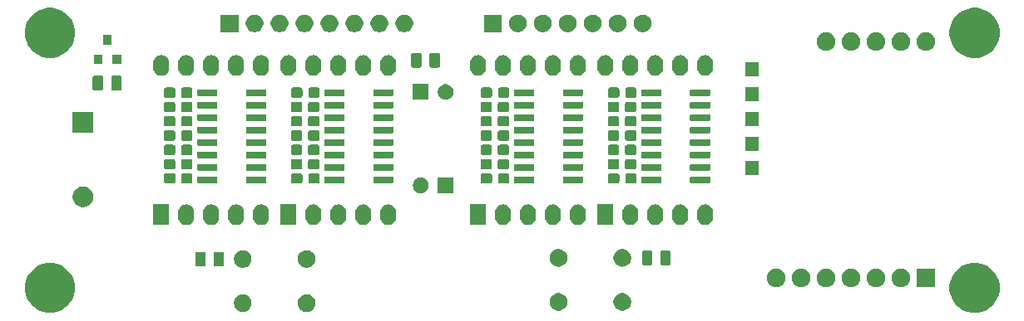
<source format=gbr>
G04 #@! TF.GenerationSoftware,KiCad,Pcbnew,(5.1.5)-2*
G04 #@! TF.CreationDate,2020-04-10T10:41:53+07:00*
G04 #@! TF.ProjectId,KIT_7SegLED_74HC595,4b49545f-3753-4656-974c-45445f373448,rev?*
G04 #@! TF.SameCoordinates,Original*
G04 #@! TF.FileFunction,Soldermask,Bot*
G04 #@! TF.FilePolarity,Negative*
%FSLAX46Y46*%
G04 Gerber Fmt 4.6, Leading zero omitted, Abs format (unit mm)*
G04 Created by KiCad (PCBNEW (5.1.5)-2) date 2020-04-10 10:41:53*
%MOMM*%
%LPD*%
G04 APERTURE LIST*
%ADD10C,0.100000*%
G04 APERTURE END LIST*
D10*
G36*
X204597000Y-45720000D02*
G01*
X203327000Y-45720000D01*
X203327000Y-44323000D01*
X204597000Y-44323000D01*
X204597000Y-45720000D01*
G37*
X204597000Y-45720000D02*
X203327000Y-45720000D01*
X203327000Y-44323000D01*
X204597000Y-44323000D01*
X204597000Y-45720000D01*
G36*
X204597000Y-43243500D02*
G01*
X203327000Y-43243500D01*
X203327000Y-41846500D01*
X204597000Y-41846500D01*
X204597000Y-43243500D01*
G37*
X204597000Y-43243500D02*
X203327000Y-43243500D01*
X203327000Y-41846500D01*
X204597000Y-41846500D01*
X204597000Y-43243500D01*
G36*
X204597000Y-40703500D02*
G01*
X203327000Y-40703500D01*
X203327000Y-39306500D01*
X204597000Y-39306500D01*
X204597000Y-40703500D01*
G37*
X204597000Y-40703500D02*
X203327000Y-40703500D01*
X203327000Y-39306500D01*
X204597000Y-39306500D01*
X204597000Y-40703500D01*
G36*
X204597000Y-38163500D02*
G01*
X203327000Y-38163500D01*
X203327000Y-36766500D01*
X204597000Y-36766500D01*
X204597000Y-38163500D01*
G37*
X204597000Y-38163500D02*
X203327000Y-38163500D01*
X203327000Y-36766500D01*
X204597000Y-36766500D01*
X204597000Y-38163500D01*
G36*
X204597000Y-35623500D02*
G01*
X203327000Y-35623500D01*
X203327000Y-34226500D01*
X204597000Y-34226500D01*
X204597000Y-35623500D01*
G37*
X204597000Y-35623500D02*
X203327000Y-35623500D01*
X203327000Y-34226500D01*
X204597000Y-34226500D01*
X204597000Y-35623500D01*
G36*
X227375598Y-54836733D02*
G01*
X227836045Y-55027456D01*
X227839852Y-55029033D01*
X228257668Y-55308209D01*
X228612991Y-55663532D01*
X228748075Y-55865700D01*
X228892168Y-56081350D01*
X229084467Y-56545602D01*
X229182500Y-57038447D01*
X229182500Y-57540953D01*
X229084467Y-58033798D01*
X228905365Y-58466189D01*
X228892167Y-58498052D01*
X228612991Y-58915868D01*
X228257668Y-59271191D01*
X227839852Y-59550367D01*
X227839851Y-59550368D01*
X227839850Y-59550368D01*
X227375598Y-59742667D01*
X226882753Y-59840700D01*
X226380247Y-59840700D01*
X225887402Y-59742667D01*
X225423150Y-59550368D01*
X225423149Y-59550368D01*
X225423148Y-59550367D01*
X225005332Y-59271191D01*
X224650009Y-58915868D01*
X224370833Y-58498052D01*
X224357635Y-58466189D01*
X224178533Y-58033798D01*
X224080500Y-57540953D01*
X224080500Y-57038447D01*
X224178533Y-56545602D01*
X224370832Y-56081350D01*
X224514925Y-55865700D01*
X224650009Y-55663532D01*
X225005332Y-55308209D01*
X225423148Y-55029033D01*
X225426955Y-55027456D01*
X225887402Y-54836733D01*
X226380247Y-54738700D01*
X226882753Y-54738700D01*
X227375598Y-54836733D01*
G37*
G36*
X133268598Y-54836733D02*
G01*
X133729045Y-55027456D01*
X133732852Y-55029033D01*
X134150668Y-55308209D01*
X134505991Y-55663532D01*
X134641075Y-55865700D01*
X134785168Y-56081350D01*
X134977467Y-56545602D01*
X135075500Y-57038447D01*
X135075500Y-57540953D01*
X134977467Y-58033798D01*
X134798365Y-58466189D01*
X134785167Y-58498052D01*
X134505991Y-58915868D01*
X134150668Y-59271191D01*
X133732852Y-59550367D01*
X133732851Y-59550368D01*
X133732850Y-59550368D01*
X133268598Y-59742667D01*
X132775753Y-59840700D01*
X132273247Y-59840700D01*
X131780402Y-59742667D01*
X131316150Y-59550368D01*
X131316149Y-59550368D01*
X131316148Y-59550367D01*
X130898332Y-59271191D01*
X130543009Y-58915868D01*
X130263833Y-58498052D01*
X130250635Y-58466189D01*
X130071533Y-58033798D01*
X129973500Y-57540953D01*
X129973500Y-57038447D01*
X130071533Y-56545602D01*
X130263832Y-56081350D01*
X130407925Y-55865700D01*
X130543009Y-55663532D01*
X130898332Y-55308209D01*
X131316148Y-55029033D01*
X131319955Y-55027456D01*
X131780402Y-54836733D01*
X132273247Y-54738700D01*
X132775753Y-54738700D01*
X133268598Y-54836733D01*
G37*
G36*
X152259512Y-57941928D02*
G01*
X152408812Y-57971625D01*
X152572784Y-58039545D01*
X152720354Y-58138148D01*
X152845853Y-58263647D01*
X152944456Y-58411217D01*
X153012376Y-58575189D01*
X153047000Y-58749260D01*
X153047000Y-58926742D01*
X153012376Y-59100813D01*
X152944456Y-59264785D01*
X152845853Y-59412355D01*
X152720354Y-59537854D01*
X152572784Y-59636457D01*
X152408812Y-59704377D01*
X152259512Y-59734074D01*
X152234742Y-59739001D01*
X152057258Y-59739001D01*
X152032488Y-59734074D01*
X151883188Y-59704377D01*
X151719216Y-59636457D01*
X151571646Y-59537854D01*
X151446147Y-59412355D01*
X151347544Y-59264785D01*
X151279624Y-59100813D01*
X151245000Y-58926742D01*
X151245000Y-58749260D01*
X151279624Y-58575189D01*
X151347544Y-58411217D01*
X151446147Y-58263647D01*
X151571646Y-58138148D01*
X151719216Y-58039545D01*
X151883188Y-57971625D01*
X152032488Y-57941928D01*
X152057258Y-57937001D01*
X152234742Y-57937001D01*
X152259512Y-57941928D01*
G37*
G36*
X158759512Y-57941928D02*
G01*
X158908812Y-57971625D01*
X159072784Y-58039545D01*
X159220354Y-58138148D01*
X159345853Y-58263647D01*
X159444456Y-58411217D01*
X159512376Y-58575189D01*
X159547000Y-58749260D01*
X159547000Y-58926742D01*
X159512376Y-59100813D01*
X159444456Y-59264785D01*
X159345853Y-59412355D01*
X159220354Y-59537854D01*
X159072784Y-59636457D01*
X158908812Y-59704377D01*
X158759512Y-59734074D01*
X158734742Y-59739001D01*
X158557258Y-59739001D01*
X158532488Y-59734074D01*
X158383188Y-59704377D01*
X158219216Y-59636457D01*
X158071646Y-59537854D01*
X157946147Y-59412355D01*
X157847544Y-59264785D01*
X157779624Y-59100813D01*
X157745000Y-58926742D01*
X157745000Y-58749260D01*
X157779624Y-58575189D01*
X157847544Y-58411217D01*
X157946147Y-58263647D01*
X158071646Y-58138148D01*
X158219216Y-58039545D01*
X158383188Y-57971625D01*
X158532488Y-57941928D01*
X158557258Y-57937001D01*
X158734742Y-57937001D01*
X158759512Y-57941928D01*
G37*
G36*
X190890512Y-57832927D02*
G01*
X191039812Y-57862624D01*
X191203784Y-57930544D01*
X191351354Y-58029147D01*
X191476853Y-58154646D01*
X191575456Y-58302216D01*
X191643376Y-58466188D01*
X191678000Y-58640259D01*
X191678000Y-58817741D01*
X191643376Y-58991812D01*
X191575456Y-59155784D01*
X191476853Y-59303354D01*
X191351354Y-59428853D01*
X191203784Y-59527456D01*
X191039812Y-59595376D01*
X190890512Y-59625073D01*
X190865742Y-59630000D01*
X190688258Y-59630000D01*
X190663488Y-59625073D01*
X190514188Y-59595376D01*
X190350216Y-59527456D01*
X190202646Y-59428853D01*
X190077147Y-59303354D01*
X189978544Y-59155784D01*
X189910624Y-58991812D01*
X189876000Y-58817741D01*
X189876000Y-58640259D01*
X189910624Y-58466188D01*
X189978544Y-58302216D01*
X190077147Y-58154646D01*
X190202646Y-58029147D01*
X190350216Y-57930544D01*
X190514188Y-57862624D01*
X190663488Y-57832927D01*
X190688258Y-57828000D01*
X190865742Y-57828000D01*
X190890512Y-57832927D01*
G37*
G36*
X184390512Y-57832927D02*
G01*
X184539812Y-57862624D01*
X184703784Y-57930544D01*
X184851354Y-58029147D01*
X184976853Y-58154646D01*
X185075456Y-58302216D01*
X185143376Y-58466188D01*
X185178000Y-58640259D01*
X185178000Y-58817741D01*
X185143376Y-58991812D01*
X185075456Y-59155784D01*
X184976853Y-59303354D01*
X184851354Y-59428853D01*
X184703784Y-59527456D01*
X184539812Y-59595376D01*
X184390512Y-59625073D01*
X184365742Y-59630000D01*
X184188258Y-59630000D01*
X184163488Y-59625073D01*
X184014188Y-59595376D01*
X183850216Y-59527456D01*
X183702646Y-59428853D01*
X183577147Y-59303354D01*
X183478544Y-59155784D01*
X183410624Y-58991812D01*
X183376000Y-58817741D01*
X183376000Y-58640259D01*
X183410624Y-58466188D01*
X183478544Y-58302216D01*
X183577147Y-58154646D01*
X183702646Y-58029147D01*
X183850216Y-57930544D01*
X184014188Y-57862624D01*
X184163488Y-57832927D01*
X184188258Y-57828000D01*
X184365742Y-57828000D01*
X184390512Y-57832927D01*
G37*
G36*
X216875895Y-55346546D02*
G01*
X217048966Y-55418234D01*
X217048967Y-55418235D01*
X217204727Y-55522310D01*
X217337190Y-55654773D01*
X217368877Y-55702196D01*
X217441266Y-55810534D01*
X217512954Y-55983605D01*
X217549500Y-56167333D01*
X217549500Y-56354667D01*
X217512954Y-56538395D01*
X217441266Y-56711466D01*
X217441265Y-56711467D01*
X217337190Y-56867227D01*
X217204727Y-56999690D01*
X217146723Y-57038447D01*
X217048966Y-57103766D01*
X216875895Y-57175454D01*
X216692167Y-57212000D01*
X216504833Y-57212000D01*
X216321105Y-57175454D01*
X216148034Y-57103766D01*
X216050277Y-57038447D01*
X215992273Y-56999690D01*
X215859810Y-56867227D01*
X215755735Y-56711467D01*
X215755734Y-56711466D01*
X215684046Y-56538395D01*
X215647500Y-56354667D01*
X215647500Y-56167333D01*
X215684046Y-55983605D01*
X215755734Y-55810534D01*
X215828123Y-55702196D01*
X215859810Y-55654773D01*
X215992273Y-55522310D01*
X216148033Y-55418235D01*
X216148034Y-55418234D01*
X216321105Y-55346546D01*
X216504833Y-55310000D01*
X216692167Y-55310000D01*
X216875895Y-55346546D01*
G37*
G36*
X222629500Y-57212000D02*
G01*
X220727500Y-57212000D01*
X220727500Y-55310000D01*
X222629500Y-55310000D01*
X222629500Y-57212000D01*
G37*
G36*
X219415895Y-55346546D02*
G01*
X219588966Y-55418234D01*
X219588967Y-55418235D01*
X219744727Y-55522310D01*
X219877190Y-55654773D01*
X219908877Y-55702196D01*
X219981266Y-55810534D01*
X220052954Y-55983605D01*
X220089500Y-56167333D01*
X220089500Y-56354667D01*
X220052954Y-56538395D01*
X219981266Y-56711466D01*
X219981265Y-56711467D01*
X219877190Y-56867227D01*
X219744727Y-56999690D01*
X219686723Y-57038447D01*
X219588966Y-57103766D01*
X219415895Y-57175454D01*
X219232167Y-57212000D01*
X219044833Y-57212000D01*
X218861105Y-57175454D01*
X218688034Y-57103766D01*
X218590277Y-57038447D01*
X218532273Y-56999690D01*
X218399810Y-56867227D01*
X218295735Y-56711467D01*
X218295734Y-56711466D01*
X218224046Y-56538395D01*
X218187500Y-56354667D01*
X218187500Y-56167333D01*
X218224046Y-55983605D01*
X218295734Y-55810534D01*
X218368123Y-55702196D01*
X218399810Y-55654773D01*
X218532273Y-55522310D01*
X218688033Y-55418235D01*
X218688034Y-55418234D01*
X218861105Y-55346546D01*
X219044833Y-55310000D01*
X219232167Y-55310000D01*
X219415895Y-55346546D01*
G37*
G36*
X214335895Y-55346546D02*
G01*
X214508966Y-55418234D01*
X214508967Y-55418235D01*
X214664727Y-55522310D01*
X214797190Y-55654773D01*
X214828877Y-55702196D01*
X214901266Y-55810534D01*
X214972954Y-55983605D01*
X215009500Y-56167333D01*
X215009500Y-56354667D01*
X214972954Y-56538395D01*
X214901266Y-56711466D01*
X214901265Y-56711467D01*
X214797190Y-56867227D01*
X214664727Y-56999690D01*
X214606723Y-57038447D01*
X214508966Y-57103766D01*
X214335895Y-57175454D01*
X214152167Y-57212000D01*
X213964833Y-57212000D01*
X213781105Y-57175454D01*
X213608034Y-57103766D01*
X213510277Y-57038447D01*
X213452273Y-56999690D01*
X213319810Y-56867227D01*
X213215735Y-56711467D01*
X213215734Y-56711466D01*
X213144046Y-56538395D01*
X213107500Y-56354667D01*
X213107500Y-56167333D01*
X213144046Y-55983605D01*
X213215734Y-55810534D01*
X213288123Y-55702196D01*
X213319810Y-55654773D01*
X213452273Y-55522310D01*
X213608033Y-55418235D01*
X213608034Y-55418234D01*
X213781105Y-55346546D01*
X213964833Y-55310000D01*
X214152167Y-55310000D01*
X214335895Y-55346546D01*
G37*
G36*
X211795895Y-55346546D02*
G01*
X211968966Y-55418234D01*
X211968967Y-55418235D01*
X212124727Y-55522310D01*
X212257190Y-55654773D01*
X212288877Y-55702196D01*
X212361266Y-55810534D01*
X212432954Y-55983605D01*
X212469500Y-56167333D01*
X212469500Y-56354667D01*
X212432954Y-56538395D01*
X212361266Y-56711466D01*
X212361265Y-56711467D01*
X212257190Y-56867227D01*
X212124727Y-56999690D01*
X212066723Y-57038447D01*
X211968966Y-57103766D01*
X211795895Y-57175454D01*
X211612167Y-57212000D01*
X211424833Y-57212000D01*
X211241105Y-57175454D01*
X211068034Y-57103766D01*
X210970277Y-57038447D01*
X210912273Y-56999690D01*
X210779810Y-56867227D01*
X210675735Y-56711467D01*
X210675734Y-56711466D01*
X210604046Y-56538395D01*
X210567500Y-56354667D01*
X210567500Y-56167333D01*
X210604046Y-55983605D01*
X210675734Y-55810534D01*
X210748123Y-55702196D01*
X210779810Y-55654773D01*
X210912273Y-55522310D01*
X211068033Y-55418235D01*
X211068034Y-55418234D01*
X211241105Y-55346546D01*
X211424833Y-55310000D01*
X211612167Y-55310000D01*
X211795895Y-55346546D01*
G37*
G36*
X209255895Y-55346546D02*
G01*
X209428966Y-55418234D01*
X209428967Y-55418235D01*
X209584727Y-55522310D01*
X209717190Y-55654773D01*
X209748877Y-55702196D01*
X209821266Y-55810534D01*
X209892954Y-55983605D01*
X209929500Y-56167333D01*
X209929500Y-56354667D01*
X209892954Y-56538395D01*
X209821266Y-56711466D01*
X209821265Y-56711467D01*
X209717190Y-56867227D01*
X209584727Y-56999690D01*
X209526723Y-57038447D01*
X209428966Y-57103766D01*
X209255895Y-57175454D01*
X209072167Y-57212000D01*
X208884833Y-57212000D01*
X208701105Y-57175454D01*
X208528034Y-57103766D01*
X208430277Y-57038447D01*
X208372273Y-56999690D01*
X208239810Y-56867227D01*
X208135735Y-56711467D01*
X208135734Y-56711466D01*
X208064046Y-56538395D01*
X208027500Y-56354667D01*
X208027500Y-56167333D01*
X208064046Y-55983605D01*
X208135734Y-55810534D01*
X208208123Y-55702196D01*
X208239810Y-55654773D01*
X208372273Y-55522310D01*
X208528033Y-55418235D01*
X208528034Y-55418234D01*
X208701105Y-55346546D01*
X208884833Y-55310000D01*
X209072167Y-55310000D01*
X209255895Y-55346546D01*
G37*
G36*
X206715895Y-55346546D02*
G01*
X206888966Y-55418234D01*
X206888967Y-55418235D01*
X207044727Y-55522310D01*
X207177190Y-55654773D01*
X207208877Y-55702196D01*
X207281266Y-55810534D01*
X207352954Y-55983605D01*
X207389500Y-56167333D01*
X207389500Y-56354667D01*
X207352954Y-56538395D01*
X207281266Y-56711466D01*
X207281265Y-56711467D01*
X207177190Y-56867227D01*
X207044727Y-56999690D01*
X206986723Y-57038447D01*
X206888966Y-57103766D01*
X206715895Y-57175454D01*
X206532167Y-57212000D01*
X206344833Y-57212000D01*
X206161105Y-57175454D01*
X205988034Y-57103766D01*
X205890277Y-57038447D01*
X205832273Y-56999690D01*
X205699810Y-56867227D01*
X205595735Y-56711467D01*
X205595734Y-56711466D01*
X205524046Y-56538395D01*
X205487500Y-56354667D01*
X205487500Y-56167333D01*
X205524046Y-55983605D01*
X205595734Y-55810534D01*
X205668123Y-55702196D01*
X205699810Y-55654773D01*
X205832273Y-55522310D01*
X205988033Y-55418235D01*
X205988034Y-55418234D01*
X206161105Y-55346546D01*
X206344833Y-55310000D01*
X206532167Y-55310000D01*
X206715895Y-55346546D01*
G37*
G36*
X152259512Y-53441928D02*
G01*
X152408812Y-53471625D01*
X152572784Y-53539545D01*
X152720354Y-53638148D01*
X152845853Y-53763647D01*
X152944456Y-53911217D01*
X153012376Y-54075189D01*
X153047000Y-54249260D01*
X153047000Y-54426742D01*
X153012376Y-54600813D01*
X152944456Y-54764785D01*
X152845853Y-54912355D01*
X152720354Y-55037854D01*
X152572784Y-55136457D01*
X152408812Y-55204377D01*
X152259512Y-55234074D01*
X152234742Y-55239001D01*
X152057258Y-55239001D01*
X152032488Y-55234074D01*
X151883188Y-55204377D01*
X151719216Y-55136457D01*
X151571646Y-55037854D01*
X151446147Y-54912355D01*
X151347544Y-54764785D01*
X151279624Y-54600813D01*
X151245000Y-54426742D01*
X151245000Y-54249260D01*
X151279624Y-54075189D01*
X151347544Y-53911217D01*
X151446147Y-53763647D01*
X151571646Y-53638148D01*
X151719216Y-53539545D01*
X151883188Y-53471625D01*
X152032488Y-53441928D01*
X152057258Y-53437001D01*
X152234742Y-53437001D01*
X152259512Y-53441928D01*
G37*
G36*
X158759512Y-53441928D02*
G01*
X158908812Y-53471625D01*
X159072784Y-53539545D01*
X159220354Y-53638148D01*
X159345853Y-53763647D01*
X159444456Y-53911217D01*
X159512376Y-54075189D01*
X159547000Y-54249260D01*
X159547000Y-54426742D01*
X159512376Y-54600813D01*
X159444456Y-54764785D01*
X159345853Y-54912355D01*
X159220354Y-55037854D01*
X159072784Y-55136457D01*
X158908812Y-55204377D01*
X158759512Y-55234074D01*
X158734742Y-55239001D01*
X158557258Y-55239001D01*
X158532488Y-55234074D01*
X158383188Y-55204377D01*
X158219216Y-55136457D01*
X158071646Y-55037854D01*
X157946147Y-54912355D01*
X157847544Y-54764785D01*
X157779624Y-54600813D01*
X157745000Y-54426742D01*
X157745000Y-54249260D01*
X157779624Y-54075189D01*
X157847544Y-53911217D01*
X157946147Y-53763647D01*
X158071646Y-53638148D01*
X158219216Y-53539545D01*
X158383188Y-53471625D01*
X158532488Y-53441928D01*
X158557258Y-53437001D01*
X158734742Y-53437001D01*
X158759512Y-53441928D01*
G37*
G36*
X190890512Y-53332927D02*
G01*
X191039812Y-53362624D01*
X191203784Y-53430544D01*
X191351354Y-53529147D01*
X191476853Y-53654646D01*
X191575456Y-53802216D01*
X191643376Y-53966188D01*
X191678000Y-54140259D01*
X191678000Y-54317741D01*
X191643376Y-54491812D01*
X191575456Y-54655784D01*
X191476853Y-54803354D01*
X191351354Y-54928853D01*
X191203784Y-55027456D01*
X191039812Y-55095376D01*
X190890512Y-55125073D01*
X190865742Y-55130000D01*
X190688258Y-55130000D01*
X190663488Y-55125073D01*
X190514188Y-55095376D01*
X190350216Y-55027456D01*
X190202646Y-54928853D01*
X190077147Y-54803354D01*
X189978544Y-54655784D01*
X189910624Y-54491812D01*
X189876000Y-54317741D01*
X189876000Y-54140259D01*
X189910624Y-53966188D01*
X189978544Y-53802216D01*
X190077147Y-53654646D01*
X190202646Y-53529147D01*
X190350216Y-53430544D01*
X190514188Y-53362624D01*
X190663488Y-53332927D01*
X190688258Y-53328000D01*
X190865742Y-53328000D01*
X190890512Y-53332927D01*
G37*
G36*
X184390512Y-53332927D02*
G01*
X184539812Y-53362624D01*
X184703784Y-53430544D01*
X184851354Y-53529147D01*
X184976853Y-53654646D01*
X185075456Y-53802216D01*
X185143376Y-53966188D01*
X185178000Y-54140259D01*
X185178000Y-54317741D01*
X185143376Y-54491812D01*
X185075456Y-54655784D01*
X184976853Y-54803354D01*
X184851354Y-54928853D01*
X184703784Y-55027456D01*
X184539812Y-55095376D01*
X184390512Y-55125073D01*
X184365742Y-55130000D01*
X184188258Y-55130000D01*
X184163488Y-55125073D01*
X184014188Y-55095376D01*
X183850216Y-55027456D01*
X183702646Y-54928853D01*
X183577147Y-54803354D01*
X183478544Y-54655784D01*
X183410624Y-54491812D01*
X183376000Y-54317741D01*
X183376000Y-54140259D01*
X183410624Y-53966188D01*
X183478544Y-53802216D01*
X183577147Y-53654646D01*
X183702646Y-53529147D01*
X183850216Y-53430544D01*
X184014188Y-53362624D01*
X184163488Y-53332927D01*
X184188258Y-53328000D01*
X184365742Y-53328000D01*
X184390512Y-53332927D01*
G37*
G36*
X150089968Y-53609565D02*
G01*
X150128638Y-53621296D01*
X150164277Y-53640346D01*
X150195517Y-53665983D01*
X150221154Y-53697223D01*
X150240204Y-53732862D01*
X150251935Y-53771532D01*
X150256500Y-53817888D01*
X150256500Y-54894112D01*
X150251935Y-54940468D01*
X150240204Y-54979138D01*
X150221154Y-55014777D01*
X150195517Y-55046017D01*
X150164277Y-55071654D01*
X150128638Y-55090704D01*
X150089968Y-55102435D01*
X150043612Y-55107000D01*
X149392388Y-55107000D01*
X149346032Y-55102435D01*
X149307362Y-55090704D01*
X149271723Y-55071654D01*
X149240483Y-55046017D01*
X149214846Y-55014777D01*
X149195796Y-54979138D01*
X149184065Y-54940468D01*
X149179500Y-54894112D01*
X149179500Y-53817888D01*
X149184065Y-53771532D01*
X149195796Y-53732862D01*
X149214846Y-53697223D01*
X149240483Y-53665983D01*
X149271723Y-53640346D01*
X149307362Y-53621296D01*
X149346032Y-53609565D01*
X149392388Y-53605000D01*
X150043612Y-53605000D01*
X150089968Y-53609565D01*
G37*
G36*
X148214968Y-53609565D02*
G01*
X148253638Y-53621296D01*
X148289277Y-53640346D01*
X148320517Y-53665983D01*
X148346154Y-53697223D01*
X148365204Y-53732862D01*
X148376935Y-53771532D01*
X148381500Y-53817888D01*
X148381500Y-54894112D01*
X148376935Y-54940468D01*
X148365204Y-54979138D01*
X148346154Y-55014777D01*
X148320517Y-55046017D01*
X148289277Y-55071654D01*
X148253638Y-55090704D01*
X148214968Y-55102435D01*
X148168612Y-55107000D01*
X147517388Y-55107000D01*
X147471032Y-55102435D01*
X147432362Y-55090704D01*
X147396723Y-55071654D01*
X147365483Y-55046017D01*
X147339846Y-55014777D01*
X147320796Y-54979138D01*
X147309065Y-54940468D01*
X147304500Y-54894112D01*
X147304500Y-53817888D01*
X147309065Y-53771532D01*
X147320796Y-53732862D01*
X147339846Y-53697223D01*
X147365483Y-53665983D01*
X147396723Y-53640346D01*
X147432362Y-53621296D01*
X147471032Y-53609565D01*
X147517388Y-53605000D01*
X148168612Y-53605000D01*
X148214968Y-53609565D01*
G37*
G36*
X195555968Y-53482565D02*
G01*
X195594638Y-53494296D01*
X195630277Y-53513346D01*
X195661517Y-53538983D01*
X195687154Y-53570223D01*
X195706204Y-53605862D01*
X195717935Y-53644532D01*
X195722500Y-53690888D01*
X195722500Y-54767112D01*
X195717935Y-54813468D01*
X195706204Y-54852138D01*
X195687154Y-54887777D01*
X195661517Y-54919017D01*
X195630277Y-54944654D01*
X195594638Y-54963704D01*
X195555968Y-54975435D01*
X195509612Y-54980000D01*
X194858388Y-54980000D01*
X194812032Y-54975435D01*
X194773362Y-54963704D01*
X194737723Y-54944654D01*
X194706483Y-54919017D01*
X194680846Y-54887777D01*
X194661796Y-54852138D01*
X194650065Y-54813468D01*
X194645500Y-54767112D01*
X194645500Y-53690888D01*
X194650065Y-53644532D01*
X194661796Y-53605862D01*
X194680846Y-53570223D01*
X194706483Y-53538983D01*
X194737723Y-53513346D01*
X194773362Y-53494296D01*
X194812032Y-53482565D01*
X194858388Y-53478000D01*
X195509612Y-53478000D01*
X195555968Y-53482565D01*
G37*
G36*
X193680968Y-53482565D02*
G01*
X193719638Y-53494296D01*
X193755277Y-53513346D01*
X193786517Y-53538983D01*
X193812154Y-53570223D01*
X193831204Y-53605862D01*
X193842935Y-53644532D01*
X193847500Y-53690888D01*
X193847500Y-54767112D01*
X193842935Y-54813468D01*
X193831204Y-54852138D01*
X193812154Y-54887777D01*
X193786517Y-54919017D01*
X193755277Y-54944654D01*
X193719638Y-54963704D01*
X193680968Y-54975435D01*
X193634612Y-54980000D01*
X192983388Y-54980000D01*
X192937032Y-54975435D01*
X192898362Y-54963704D01*
X192862723Y-54944654D01*
X192831483Y-54919017D01*
X192805846Y-54887777D01*
X192786796Y-54852138D01*
X192775065Y-54813468D01*
X192770500Y-54767112D01*
X192770500Y-53690888D01*
X192775065Y-53644532D01*
X192786796Y-53605862D01*
X192805846Y-53570223D01*
X192831483Y-53538983D01*
X192862723Y-53513346D01*
X192898362Y-53494296D01*
X192937032Y-53482565D01*
X192983388Y-53478000D01*
X193634612Y-53478000D01*
X193680968Y-53482565D01*
G37*
G36*
X154172275Y-48782864D02*
G01*
X154323548Y-48828752D01*
X154325529Y-48829353D01*
X154466763Y-48904844D01*
X154590559Y-49006441D01*
X154692156Y-49130237D01*
X154767647Y-49271470D01*
X154767647Y-49271471D01*
X154767648Y-49271473D01*
X154814136Y-49424724D01*
X154825900Y-49544167D01*
X154825900Y-50100032D01*
X154814136Y-50219476D01*
X154767830Y-50372126D01*
X154767647Y-50372730D01*
X154692156Y-50513963D01*
X154590559Y-50637759D01*
X154466763Y-50739356D01*
X154325530Y-50814847D01*
X154325527Y-50814848D01*
X154172276Y-50861336D01*
X154012900Y-50877033D01*
X153853525Y-50861336D01*
X153700274Y-50814848D01*
X153700271Y-50814847D01*
X153559038Y-50739356D01*
X153435242Y-50637759D01*
X153333646Y-50513965D01*
X153333645Y-50513963D01*
X153258152Y-50372727D01*
X153211664Y-50219476D01*
X153199900Y-50100033D01*
X153199900Y-49544168D01*
X153211664Y-49424725D01*
X153258152Y-49271474D01*
X153258153Y-49271471D01*
X153333644Y-49130237D01*
X153435241Y-49006441D01*
X153559037Y-48904844D01*
X153700270Y-48829353D01*
X153702251Y-48828752D01*
X153853524Y-48782864D01*
X154012900Y-48767167D01*
X154172275Y-48782864D01*
G37*
G36*
X151632275Y-48782864D02*
G01*
X151783548Y-48828752D01*
X151785529Y-48829353D01*
X151926763Y-48904844D01*
X152050559Y-49006441D01*
X152152156Y-49130237D01*
X152227647Y-49271470D01*
X152227647Y-49271471D01*
X152227648Y-49271473D01*
X152274136Y-49424724D01*
X152285900Y-49544167D01*
X152285900Y-50100032D01*
X152274136Y-50219476D01*
X152227830Y-50372126D01*
X152227647Y-50372730D01*
X152152156Y-50513963D01*
X152050559Y-50637759D01*
X151926763Y-50739356D01*
X151785530Y-50814847D01*
X151785527Y-50814848D01*
X151632276Y-50861336D01*
X151472900Y-50877033D01*
X151313525Y-50861336D01*
X151160274Y-50814848D01*
X151160271Y-50814847D01*
X151019038Y-50739356D01*
X150895242Y-50637759D01*
X150793646Y-50513965D01*
X150793645Y-50513963D01*
X150718152Y-50372727D01*
X150671664Y-50219476D01*
X150659900Y-50100033D01*
X150659900Y-49544168D01*
X150671664Y-49424725D01*
X150718152Y-49271474D01*
X150718153Y-49271471D01*
X150793644Y-49130237D01*
X150895241Y-49006441D01*
X151019037Y-48904844D01*
X151160270Y-48829353D01*
X151162251Y-48828752D01*
X151313524Y-48782864D01*
X151472900Y-48767167D01*
X151632275Y-48782864D01*
G37*
G36*
X149092275Y-48782864D02*
G01*
X149243548Y-48828752D01*
X149245529Y-48829353D01*
X149386763Y-48904844D01*
X149510559Y-49006441D01*
X149612156Y-49130237D01*
X149687647Y-49271470D01*
X149687647Y-49271471D01*
X149687648Y-49271473D01*
X149734136Y-49424724D01*
X149745900Y-49544167D01*
X149745900Y-50100032D01*
X149734136Y-50219476D01*
X149687830Y-50372126D01*
X149687647Y-50372730D01*
X149612156Y-50513963D01*
X149510559Y-50637759D01*
X149386763Y-50739356D01*
X149245530Y-50814847D01*
X149245527Y-50814848D01*
X149092276Y-50861336D01*
X148932900Y-50877033D01*
X148773525Y-50861336D01*
X148620274Y-50814848D01*
X148620271Y-50814847D01*
X148479038Y-50739356D01*
X148355242Y-50637759D01*
X148253646Y-50513965D01*
X148253645Y-50513963D01*
X148178152Y-50372727D01*
X148131664Y-50219476D01*
X148119900Y-50100033D01*
X148119900Y-49544168D01*
X148131664Y-49424725D01*
X148178152Y-49271474D01*
X148178153Y-49271471D01*
X148253644Y-49130237D01*
X148355241Y-49006441D01*
X148479037Y-48904844D01*
X148620270Y-48829353D01*
X148622251Y-48828752D01*
X148773524Y-48782864D01*
X148932900Y-48767167D01*
X149092275Y-48782864D01*
G37*
G36*
X146552275Y-48782864D02*
G01*
X146703548Y-48828752D01*
X146705529Y-48829353D01*
X146846763Y-48904844D01*
X146970559Y-49006441D01*
X147072156Y-49130237D01*
X147147647Y-49271470D01*
X147147647Y-49271471D01*
X147147648Y-49271473D01*
X147194136Y-49424724D01*
X147205900Y-49544167D01*
X147205900Y-50100032D01*
X147194136Y-50219476D01*
X147147830Y-50372126D01*
X147147647Y-50372730D01*
X147072156Y-50513963D01*
X146970559Y-50637759D01*
X146846763Y-50739356D01*
X146705530Y-50814847D01*
X146705527Y-50814848D01*
X146552276Y-50861336D01*
X146392900Y-50877033D01*
X146233525Y-50861336D01*
X146080274Y-50814848D01*
X146080271Y-50814847D01*
X145939038Y-50739356D01*
X145815242Y-50637759D01*
X145713646Y-50513965D01*
X145713645Y-50513963D01*
X145638152Y-50372727D01*
X145591664Y-50219476D01*
X145579900Y-50100033D01*
X145579900Y-49544168D01*
X145591664Y-49424725D01*
X145638152Y-49271474D01*
X145638153Y-49271471D01*
X145713644Y-49130237D01*
X145815241Y-49006441D01*
X145939037Y-48904844D01*
X146080270Y-48829353D01*
X146082251Y-48828752D01*
X146233524Y-48782864D01*
X146392900Y-48767167D01*
X146552275Y-48782864D01*
G37*
G36*
X164569976Y-48782263D02*
G01*
X164723227Y-48828751D01*
X164723230Y-48828752D01*
X164864464Y-48904243D01*
X164988260Y-49005840D01*
X165089857Y-49129636D01*
X165165348Y-49270869D01*
X165165348Y-49270870D01*
X165165349Y-49270872D01*
X165211837Y-49424123D01*
X165223601Y-49543566D01*
X165223601Y-50099431D01*
X165211837Y-50218875D01*
X165165349Y-50372126D01*
X165165348Y-50372129D01*
X165089857Y-50513362D01*
X164988260Y-50637158D01*
X164864464Y-50738755D01*
X164723231Y-50814246D01*
X164723228Y-50814247D01*
X164569977Y-50860735D01*
X164410601Y-50876432D01*
X164251226Y-50860735D01*
X164097975Y-50814247D01*
X164097972Y-50814246D01*
X163956739Y-50738755D01*
X163832943Y-50637158D01*
X163731839Y-50513964D01*
X163731346Y-50513363D01*
X163655853Y-50372126D01*
X163609365Y-50218875D01*
X163597601Y-50099432D01*
X163597601Y-49543567D01*
X163609365Y-49424124D01*
X163655853Y-49270873D01*
X163655854Y-49270870D01*
X163731345Y-49129636D01*
X163832942Y-49005840D01*
X163956738Y-48904243D01*
X164097971Y-48828752D01*
X164097974Y-48828751D01*
X164251225Y-48782263D01*
X164410601Y-48766566D01*
X164569976Y-48782263D01*
G37*
G36*
X186413976Y-48782263D02*
G01*
X186567227Y-48828751D01*
X186567230Y-48828752D01*
X186708464Y-48904243D01*
X186832260Y-49005840D01*
X186933857Y-49129636D01*
X187009348Y-49270869D01*
X187009348Y-49270870D01*
X187009349Y-49270872D01*
X187055837Y-49424123D01*
X187067601Y-49543566D01*
X187067601Y-50099431D01*
X187055837Y-50218875D01*
X187009349Y-50372126D01*
X187009348Y-50372129D01*
X186933857Y-50513362D01*
X186832260Y-50637158D01*
X186708464Y-50738755D01*
X186567231Y-50814246D01*
X186567228Y-50814247D01*
X186413977Y-50860735D01*
X186254601Y-50876432D01*
X186095226Y-50860735D01*
X185941975Y-50814247D01*
X185941972Y-50814246D01*
X185800739Y-50738755D01*
X185676943Y-50637158D01*
X185575839Y-50513964D01*
X185575346Y-50513363D01*
X185499853Y-50372126D01*
X185453365Y-50218875D01*
X185441601Y-50099432D01*
X185441601Y-49543567D01*
X185453365Y-49424124D01*
X185499853Y-49270873D01*
X185499854Y-49270870D01*
X185575345Y-49129636D01*
X185676942Y-49005840D01*
X185800738Y-48904243D01*
X185941971Y-48828752D01*
X185941974Y-48828751D01*
X186095225Y-48782263D01*
X186254601Y-48766566D01*
X186413976Y-48782263D01*
G37*
G36*
X183873976Y-48782263D02*
G01*
X184027227Y-48828751D01*
X184027230Y-48828752D01*
X184168464Y-48904243D01*
X184292260Y-49005840D01*
X184393857Y-49129636D01*
X184469348Y-49270869D01*
X184469348Y-49270870D01*
X184469349Y-49270872D01*
X184515837Y-49424123D01*
X184527601Y-49543566D01*
X184527601Y-50099431D01*
X184515837Y-50218875D01*
X184469349Y-50372126D01*
X184469348Y-50372129D01*
X184393857Y-50513362D01*
X184292260Y-50637158D01*
X184168464Y-50738755D01*
X184027231Y-50814246D01*
X184027228Y-50814247D01*
X183873977Y-50860735D01*
X183714601Y-50876432D01*
X183555226Y-50860735D01*
X183401975Y-50814247D01*
X183401972Y-50814246D01*
X183260739Y-50738755D01*
X183136943Y-50637158D01*
X183035839Y-50513964D01*
X183035346Y-50513363D01*
X182959853Y-50372126D01*
X182913365Y-50218875D01*
X182901601Y-50099432D01*
X182901601Y-49543567D01*
X182913365Y-49424124D01*
X182959853Y-49270873D01*
X182959854Y-49270870D01*
X183035345Y-49129636D01*
X183136942Y-49005840D01*
X183260738Y-48904243D01*
X183401971Y-48828752D01*
X183401974Y-48828751D01*
X183555225Y-48782263D01*
X183714601Y-48766566D01*
X183873976Y-48782263D01*
G37*
G36*
X191744876Y-48782263D02*
G01*
X191898127Y-48828751D01*
X191898130Y-48828752D01*
X192039364Y-48904243D01*
X192163160Y-49005840D01*
X192264757Y-49129636D01*
X192340248Y-49270869D01*
X192340248Y-49270870D01*
X192340249Y-49270872D01*
X192386737Y-49424123D01*
X192398501Y-49543566D01*
X192398501Y-50099431D01*
X192386737Y-50218875D01*
X192340249Y-50372126D01*
X192340248Y-50372129D01*
X192264757Y-50513362D01*
X192163160Y-50637158D01*
X192039364Y-50738755D01*
X191898131Y-50814246D01*
X191898128Y-50814247D01*
X191744877Y-50860735D01*
X191585501Y-50876432D01*
X191426126Y-50860735D01*
X191272875Y-50814247D01*
X191272872Y-50814246D01*
X191131639Y-50738755D01*
X191007843Y-50637158D01*
X190906739Y-50513964D01*
X190906246Y-50513363D01*
X190830753Y-50372126D01*
X190784265Y-50218875D01*
X190772501Y-50099432D01*
X190772501Y-49543567D01*
X190784265Y-49424124D01*
X190830753Y-49270873D01*
X190830754Y-49270870D01*
X190906245Y-49129636D01*
X191007842Y-49005840D01*
X191131638Y-48904243D01*
X191272871Y-48828752D01*
X191272874Y-48828751D01*
X191426125Y-48782263D01*
X191585501Y-48766566D01*
X191744876Y-48782263D01*
G37*
G36*
X194284876Y-48782263D02*
G01*
X194438127Y-48828751D01*
X194438130Y-48828752D01*
X194579364Y-48904243D01*
X194703160Y-49005840D01*
X194804757Y-49129636D01*
X194880248Y-49270869D01*
X194880248Y-49270870D01*
X194880249Y-49270872D01*
X194926737Y-49424123D01*
X194938501Y-49543566D01*
X194938501Y-50099431D01*
X194926737Y-50218875D01*
X194880249Y-50372126D01*
X194880248Y-50372129D01*
X194804757Y-50513362D01*
X194703160Y-50637158D01*
X194579364Y-50738755D01*
X194438131Y-50814246D01*
X194438128Y-50814247D01*
X194284877Y-50860735D01*
X194125501Y-50876432D01*
X193966126Y-50860735D01*
X193812875Y-50814247D01*
X193812872Y-50814246D01*
X193671639Y-50738755D01*
X193547843Y-50637158D01*
X193446739Y-50513964D01*
X193446246Y-50513363D01*
X193370753Y-50372126D01*
X193324265Y-50218875D01*
X193312501Y-50099432D01*
X193312501Y-49543567D01*
X193324265Y-49424124D01*
X193370753Y-49270873D01*
X193370754Y-49270870D01*
X193446245Y-49129636D01*
X193547842Y-49005840D01*
X193671638Y-48904243D01*
X193812871Y-48828752D01*
X193812874Y-48828751D01*
X193966125Y-48782263D01*
X194125501Y-48766566D01*
X194284876Y-48782263D01*
G37*
G36*
X196824876Y-48782263D02*
G01*
X196978127Y-48828751D01*
X196978130Y-48828752D01*
X197119364Y-48904243D01*
X197243160Y-49005840D01*
X197344757Y-49129636D01*
X197420248Y-49270869D01*
X197420248Y-49270870D01*
X197420249Y-49270872D01*
X197466737Y-49424123D01*
X197478501Y-49543566D01*
X197478501Y-50099431D01*
X197466737Y-50218875D01*
X197420249Y-50372126D01*
X197420248Y-50372129D01*
X197344757Y-50513362D01*
X197243160Y-50637158D01*
X197119364Y-50738755D01*
X196978131Y-50814246D01*
X196978128Y-50814247D01*
X196824877Y-50860735D01*
X196665501Y-50876432D01*
X196506126Y-50860735D01*
X196352875Y-50814247D01*
X196352872Y-50814246D01*
X196211639Y-50738755D01*
X196087843Y-50637158D01*
X195986739Y-50513964D01*
X195986246Y-50513363D01*
X195910753Y-50372126D01*
X195864265Y-50218875D01*
X195852501Y-50099432D01*
X195852501Y-49543567D01*
X195864265Y-49424124D01*
X195910753Y-49270873D01*
X195910754Y-49270870D01*
X195986245Y-49129636D01*
X196087842Y-49005840D01*
X196211638Y-48904243D01*
X196352871Y-48828752D01*
X196352874Y-48828751D01*
X196506125Y-48782263D01*
X196665501Y-48766566D01*
X196824876Y-48782263D01*
G37*
G36*
X162029976Y-48782263D02*
G01*
X162183227Y-48828751D01*
X162183230Y-48828752D01*
X162324464Y-48904243D01*
X162448260Y-49005840D01*
X162549857Y-49129636D01*
X162625348Y-49270869D01*
X162625348Y-49270870D01*
X162625349Y-49270872D01*
X162671837Y-49424123D01*
X162683601Y-49543566D01*
X162683601Y-50099431D01*
X162671837Y-50218875D01*
X162625349Y-50372126D01*
X162625348Y-50372129D01*
X162549857Y-50513362D01*
X162448260Y-50637158D01*
X162324464Y-50738755D01*
X162183231Y-50814246D01*
X162183228Y-50814247D01*
X162029977Y-50860735D01*
X161870601Y-50876432D01*
X161711226Y-50860735D01*
X161557975Y-50814247D01*
X161557972Y-50814246D01*
X161416739Y-50738755D01*
X161292943Y-50637158D01*
X161191839Y-50513964D01*
X161191346Y-50513363D01*
X161115853Y-50372126D01*
X161069365Y-50218875D01*
X161057601Y-50099432D01*
X161057601Y-49543567D01*
X161069365Y-49424124D01*
X161115853Y-49270873D01*
X161115854Y-49270870D01*
X161191345Y-49129636D01*
X161292942Y-49005840D01*
X161416738Y-48904243D01*
X161557971Y-48828752D01*
X161557974Y-48828751D01*
X161711225Y-48782263D01*
X161870601Y-48766566D01*
X162029976Y-48782263D01*
G37*
G36*
X178793976Y-48782263D02*
G01*
X178947227Y-48828751D01*
X178947230Y-48828752D01*
X179088464Y-48904243D01*
X179212260Y-49005840D01*
X179313857Y-49129636D01*
X179389348Y-49270869D01*
X179389348Y-49270870D01*
X179389349Y-49270872D01*
X179435837Y-49424123D01*
X179447601Y-49543566D01*
X179447601Y-50099431D01*
X179435837Y-50218875D01*
X179389349Y-50372126D01*
X179389348Y-50372129D01*
X179313857Y-50513362D01*
X179212260Y-50637158D01*
X179088464Y-50738755D01*
X178947231Y-50814246D01*
X178947228Y-50814247D01*
X178793977Y-50860735D01*
X178634601Y-50876432D01*
X178475226Y-50860735D01*
X178321975Y-50814247D01*
X178321972Y-50814246D01*
X178180739Y-50738755D01*
X178056943Y-50637158D01*
X177955839Y-50513964D01*
X177955346Y-50513363D01*
X177879853Y-50372126D01*
X177833365Y-50218875D01*
X177821601Y-50099432D01*
X177821601Y-49543567D01*
X177833365Y-49424124D01*
X177879853Y-49270873D01*
X177879854Y-49270870D01*
X177955345Y-49129636D01*
X178056942Y-49005840D01*
X178180738Y-48904243D01*
X178321971Y-48828752D01*
X178321974Y-48828751D01*
X178475225Y-48782263D01*
X178634601Y-48766566D01*
X178793976Y-48782263D01*
G37*
G36*
X167109976Y-48782263D02*
G01*
X167263227Y-48828751D01*
X167263230Y-48828752D01*
X167404464Y-48904243D01*
X167528260Y-49005840D01*
X167629857Y-49129636D01*
X167705348Y-49270869D01*
X167705348Y-49270870D01*
X167705349Y-49270872D01*
X167751837Y-49424123D01*
X167763601Y-49543566D01*
X167763601Y-50099431D01*
X167751837Y-50218875D01*
X167705349Y-50372126D01*
X167705348Y-50372129D01*
X167629857Y-50513362D01*
X167528260Y-50637158D01*
X167404464Y-50738755D01*
X167263231Y-50814246D01*
X167263228Y-50814247D01*
X167109977Y-50860735D01*
X166950601Y-50876432D01*
X166791226Y-50860735D01*
X166637975Y-50814247D01*
X166637972Y-50814246D01*
X166496739Y-50738755D01*
X166372943Y-50637158D01*
X166271839Y-50513964D01*
X166271346Y-50513363D01*
X166195853Y-50372126D01*
X166149365Y-50218875D01*
X166137601Y-50099432D01*
X166137601Y-49543567D01*
X166149365Y-49424124D01*
X166195853Y-49270873D01*
X166195854Y-49270870D01*
X166271345Y-49129636D01*
X166372942Y-49005840D01*
X166496738Y-48904243D01*
X166637971Y-48828752D01*
X166637974Y-48828751D01*
X166791225Y-48782263D01*
X166950601Y-48766566D01*
X167109976Y-48782263D01*
G37*
G36*
X181333976Y-48782263D02*
G01*
X181487227Y-48828751D01*
X181487230Y-48828752D01*
X181628464Y-48904243D01*
X181752260Y-49005840D01*
X181853857Y-49129636D01*
X181929348Y-49270869D01*
X181929348Y-49270870D01*
X181929349Y-49270872D01*
X181975837Y-49424123D01*
X181987601Y-49543566D01*
X181987601Y-50099431D01*
X181975837Y-50218875D01*
X181929349Y-50372126D01*
X181929348Y-50372129D01*
X181853857Y-50513362D01*
X181752260Y-50637158D01*
X181628464Y-50738755D01*
X181487231Y-50814246D01*
X181487228Y-50814247D01*
X181333977Y-50860735D01*
X181174601Y-50876432D01*
X181015226Y-50860735D01*
X180861975Y-50814247D01*
X180861972Y-50814246D01*
X180720739Y-50738755D01*
X180596943Y-50637158D01*
X180495839Y-50513964D01*
X180495346Y-50513363D01*
X180419853Y-50372126D01*
X180373365Y-50218875D01*
X180361601Y-50099432D01*
X180361601Y-49543567D01*
X180373365Y-49424124D01*
X180419853Y-49270873D01*
X180419854Y-49270870D01*
X180495345Y-49129636D01*
X180596942Y-49005840D01*
X180720738Y-48904243D01*
X180861971Y-48828752D01*
X180861974Y-48828751D01*
X181015225Y-48782263D01*
X181174601Y-48766566D01*
X181333976Y-48782263D01*
G37*
G36*
X159489976Y-48782263D02*
G01*
X159643227Y-48828751D01*
X159643230Y-48828752D01*
X159784464Y-48904243D01*
X159908260Y-49005840D01*
X160009857Y-49129636D01*
X160085348Y-49270869D01*
X160085348Y-49270870D01*
X160085349Y-49270872D01*
X160131837Y-49424123D01*
X160143601Y-49543566D01*
X160143601Y-50099431D01*
X160131837Y-50218875D01*
X160085349Y-50372126D01*
X160085348Y-50372129D01*
X160009857Y-50513362D01*
X159908260Y-50637158D01*
X159784464Y-50738755D01*
X159643231Y-50814246D01*
X159643228Y-50814247D01*
X159489977Y-50860735D01*
X159330601Y-50876432D01*
X159171226Y-50860735D01*
X159017975Y-50814247D01*
X159017972Y-50814246D01*
X158876739Y-50738755D01*
X158752943Y-50637158D01*
X158651839Y-50513964D01*
X158651346Y-50513363D01*
X158575853Y-50372126D01*
X158529365Y-50218875D01*
X158517601Y-50099432D01*
X158517601Y-49543567D01*
X158529365Y-49424124D01*
X158575853Y-49270873D01*
X158575854Y-49270870D01*
X158651345Y-49129636D01*
X158752942Y-49005840D01*
X158876738Y-48904243D01*
X159017971Y-48828752D01*
X159017974Y-48828751D01*
X159171225Y-48782263D01*
X159330601Y-48766566D01*
X159489976Y-48782263D01*
G37*
G36*
X199364876Y-48782263D02*
G01*
X199518127Y-48828751D01*
X199518130Y-48828752D01*
X199659364Y-48904243D01*
X199783160Y-49005840D01*
X199884757Y-49129636D01*
X199960248Y-49270869D01*
X199960248Y-49270870D01*
X199960249Y-49270872D01*
X200006737Y-49424123D01*
X200018501Y-49543566D01*
X200018501Y-50099431D01*
X200006737Y-50218875D01*
X199960249Y-50372126D01*
X199960248Y-50372129D01*
X199884757Y-50513362D01*
X199783160Y-50637158D01*
X199659364Y-50738755D01*
X199518131Y-50814246D01*
X199518128Y-50814247D01*
X199364877Y-50860735D01*
X199205501Y-50876432D01*
X199046126Y-50860735D01*
X198892875Y-50814247D01*
X198892872Y-50814246D01*
X198751639Y-50738755D01*
X198627843Y-50637158D01*
X198526739Y-50513964D01*
X198526246Y-50513363D01*
X198450753Y-50372126D01*
X198404265Y-50218875D01*
X198392501Y-50099432D01*
X198392501Y-49543567D01*
X198404265Y-49424124D01*
X198450753Y-49270873D01*
X198450754Y-49270870D01*
X198526245Y-49129636D01*
X198627842Y-49005840D01*
X198751638Y-48904243D01*
X198892871Y-48828752D01*
X198892874Y-48828751D01*
X199046125Y-48782263D01*
X199205501Y-48766566D01*
X199364876Y-48782263D01*
G37*
G36*
X144665900Y-50873100D02*
G01*
X143039900Y-50873100D01*
X143039900Y-48771100D01*
X144665900Y-48771100D01*
X144665900Y-50873100D01*
G37*
G36*
X176907601Y-50872499D02*
G01*
X175281601Y-50872499D01*
X175281601Y-48770499D01*
X176907601Y-48770499D01*
X176907601Y-50872499D01*
G37*
G36*
X189858501Y-50872499D02*
G01*
X188232501Y-50872499D01*
X188232501Y-48770499D01*
X189858501Y-48770499D01*
X189858501Y-50872499D01*
G37*
G36*
X157603601Y-50872499D02*
G01*
X155977601Y-50872499D01*
X155977601Y-48770499D01*
X157603601Y-48770499D01*
X157603601Y-50872499D01*
G37*
G36*
X136196564Y-46975389D02*
G01*
X136387833Y-47054615D01*
X136387835Y-47054616D01*
X136559973Y-47169635D01*
X136706365Y-47316027D01*
X136793931Y-47447078D01*
X136821385Y-47488167D01*
X136900611Y-47679436D01*
X136941000Y-47882484D01*
X136941000Y-48089516D01*
X136900611Y-48292564D01*
X136821385Y-48483833D01*
X136821384Y-48483835D01*
X136706365Y-48655973D01*
X136559973Y-48802365D01*
X136387835Y-48917384D01*
X136387834Y-48917385D01*
X136387833Y-48917385D01*
X136196564Y-48996611D01*
X135993516Y-49037000D01*
X135786484Y-49037000D01*
X135583436Y-48996611D01*
X135392167Y-48917385D01*
X135392166Y-48917385D01*
X135392165Y-48917384D01*
X135220027Y-48802365D01*
X135073635Y-48655973D01*
X134958616Y-48483835D01*
X134958615Y-48483833D01*
X134879389Y-48292564D01*
X134839000Y-48089516D01*
X134839000Y-47882484D01*
X134879389Y-47679436D01*
X134958615Y-47488167D01*
X134986070Y-47447078D01*
X135073635Y-47316027D01*
X135220027Y-47169635D01*
X135392165Y-47054616D01*
X135392167Y-47054615D01*
X135583436Y-46975389D01*
X135786484Y-46935000D01*
X135993516Y-46935000D01*
X136196564Y-46975389D01*
G37*
G36*
X173598601Y-47625900D02*
G01*
X171996601Y-47625900D01*
X171996601Y-46023900D01*
X173598601Y-46023900D01*
X173598601Y-47625900D01*
G37*
G36*
X170491243Y-46054681D02*
G01*
X170637015Y-46115062D01*
X170637017Y-46115063D01*
X170768209Y-46202722D01*
X170879779Y-46314292D01*
X170929964Y-46389400D01*
X170967439Y-46445486D01*
X171027820Y-46591258D01*
X171058601Y-46746007D01*
X171058601Y-46903793D01*
X171027820Y-47058542D01*
X170967439Y-47204314D01*
X170967438Y-47204316D01*
X170879779Y-47335508D01*
X170768209Y-47447078D01*
X170637017Y-47534737D01*
X170637016Y-47534738D01*
X170637015Y-47534738D01*
X170491243Y-47595119D01*
X170336494Y-47625900D01*
X170178708Y-47625900D01*
X170023959Y-47595119D01*
X169878187Y-47534738D01*
X169878186Y-47534738D01*
X169878185Y-47534737D01*
X169746993Y-47447078D01*
X169635423Y-47335508D01*
X169547764Y-47204316D01*
X169547763Y-47204314D01*
X169487382Y-47058542D01*
X169456601Y-46903793D01*
X169456601Y-46746007D01*
X169487382Y-46591258D01*
X169547763Y-46445486D01*
X169585238Y-46389400D01*
X169635423Y-46314292D01*
X169746993Y-46202722D01*
X169878185Y-46115063D01*
X169878187Y-46115062D01*
X170023959Y-46054681D01*
X170178708Y-46023900D01*
X170336494Y-46023900D01*
X170491243Y-46054681D01*
G37*
G36*
X145120899Y-45604845D02*
G01*
X145158395Y-45616220D01*
X145192954Y-45634692D01*
X145223247Y-45659553D01*
X145248108Y-45689846D01*
X145266580Y-45724405D01*
X145277955Y-45761901D01*
X145282400Y-45807038D01*
X145282400Y-46445762D01*
X145277955Y-46490899D01*
X145266580Y-46528395D01*
X145248108Y-46562954D01*
X145223247Y-46593247D01*
X145192954Y-46618108D01*
X145158395Y-46636580D01*
X145120899Y-46647955D01*
X145075762Y-46652400D01*
X144337038Y-46652400D01*
X144291901Y-46647955D01*
X144254405Y-46636580D01*
X144219846Y-46618108D01*
X144189553Y-46593247D01*
X144164692Y-46562954D01*
X144146220Y-46528395D01*
X144134845Y-46490899D01*
X144130400Y-46445762D01*
X144130400Y-45807038D01*
X144134845Y-45761901D01*
X144146220Y-45724405D01*
X144164692Y-45689846D01*
X144189553Y-45659553D01*
X144219846Y-45634692D01*
X144254405Y-45616220D01*
X144291901Y-45604845D01*
X144337038Y-45600400D01*
X145075762Y-45600400D01*
X145120899Y-45604845D01*
G37*
G36*
X146870899Y-45604845D02*
G01*
X146908395Y-45616220D01*
X146942954Y-45634692D01*
X146973247Y-45659553D01*
X146998108Y-45689846D01*
X147016580Y-45724405D01*
X147027955Y-45761901D01*
X147032400Y-45807038D01*
X147032400Y-46445762D01*
X147027955Y-46490899D01*
X147016580Y-46528395D01*
X146998108Y-46562954D01*
X146973247Y-46593247D01*
X146942954Y-46618108D01*
X146908395Y-46636580D01*
X146870899Y-46647955D01*
X146825762Y-46652400D01*
X146087038Y-46652400D01*
X146041901Y-46647955D01*
X146004405Y-46636580D01*
X145969846Y-46618108D01*
X145939553Y-46593247D01*
X145914692Y-46562954D01*
X145896220Y-46528395D01*
X145884845Y-46490899D01*
X145880400Y-46445762D01*
X145880400Y-45807038D01*
X145884845Y-45761901D01*
X145896220Y-45724405D01*
X145914692Y-45689846D01*
X145939553Y-45659553D01*
X145969846Y-45634692D01*
X146004405Y-45616220D01*
X146041901Y-45604845D01*
X146087038Y-45600400D01*
X146825762Y-45600400D01*
X146870899Y-45604845D01*
G37*
G36*
X177362600Y-45604244D02*
G01*
X177400096Y-45615619D01*
X177434655Y-45634091D01*
X177464948Y-45658952D01*
X177489809Y-45689245D01*
X177508281Y-45723804D01*
X177519656Y-45761300D01*
X177524101Y-45806437D01*
X177524101Y-46445161D01*
X177519656Y-46490298D01*
X177508281Y-46527794D01*
X177489809Y-46562353D01*
X177464948Y-46592646D01*
X177434655Y-46617507D01*
X177400096Y-46635979D01*
X177362600Y-46647354D01*
X177317463Y-46651799D01*
X176578739Y-46651799D01*
X176533602Y-46647354D01*
X176496106Y-46635979D01*
X176461547Y-46617507D01*
X176431254Y-46592646D01*
X176406393Y-46562353D01*
X176387921Y-46527794D01*
X176376546Y-46490298D01*
X176372101Y-46445161D01*
X176372101Y-45806437D01*
X176376546Y-45761300D01*
X176387921Y-45723804D01*
X176406393Y-45689245D01*
X176431254Y-45658952D01*
X176461547Y-45634091D01*
X176496106Y-45615619D01*
X176533602Y-45604244D01*
X176578739Y-45599799D01*
X177317463Y-45599799D01*
X177362600Y-45604244D01*
G37*
G36*
X158058600Y-45604244D02*
G01*
X158096096Y-45615619D01*
X158130655Y-45634091D01*
X158160948Y-45658952D01*
X158185809Y-45689245D01*
X158204281Y-45723804D01*
X158215656Y-45761300D01*
X158220101Y-45806437D01*
X158220101Y-46445161D01*
X158215656Y-46490298D01*
X158204281Y-46527794D01*
X158185809Y-46562353D01*
X158160948Y-46592646D01*
X158130655Y-46617507D01*
X158096096Y-46635979D01*
X158058600Y-46647354D01*
X158013463Y-46651799D01*
X157274739Y-46651799D01*
X157229602Y-46647354D01*
X157192106Y-46635979D01*
X157157547Y-46617507D01*
X157127254Y-46592646D01*
X157102393Y-46562353D01*
X157083921Y-46527794D01*
X157072546Y-46490298D01*
X157068101Y-46445161D01*
X157068101Y-45806437D01*
X157072546Y-45761300D01*
X157083921Y-45723804D01*
X157102393Y-45689245D01*
X157127254Y-45658952D01*
X157157547Y-45634091D01*
X157192106Y-45615619D01*
X157229602Y-45604244D01*
X157274739Y-45599799D01*
X158013463Y-45599799D01*
X158058600Y-45604244D01*
G37*
G36*
X159808600Y-45604244D02*
G01*
X159846096Y-45615619D01*
X159880655Y-45634091D01*
X159910948Y-45658952D01*
X159935809Y-45689245D01*
X159954281Y-45723804D01*
X159965656Y-45761300D01*
X159970101Y-45806437D01*
X159970101Y-46445161D01*
X159965656Y-46490298D01*
X159954281Y-46527794D01*
X159935809Y-46562353D01*
X159910948Y-46592646D01*
X159880655Y-46617507D01*
X159846096Y-46635979D01*
X159808600Y-46647354D01*
X159763463Y-46651799D01*
X159024739Y-46651799D01*
X158979602Y-46647354D01*
X158942106Y-46635979D01*
X158907547Y-46617507D01*
X158877254Y-46592646D01*
X158852393Y-46562353D01*
X158833921Y-46527794D01*
X158822546Y-46490298D01*
X158818101Y-46445161D01*
X158818101Y-45806437D01*
X158822546Y-45761300D01*
X158833921Y-45723804D01*
X158852393Y-45689245D01*
X158877254Y-45658952D01*
X158907547Y-45634091D01*
X158942106Y-45615619D01*
X158979602Y-45604244D01*
X159024739Y-45599799D01*
X159763463Y-45599799D01*
X159808600Y-45604244D01*
G37*
G36*
X179112600Y-45604244D02*
G01*
X179150096Y-45615619D01*
X179184655Y-45634091D01*
X179214948Y-45658952D01*
X179239809Y-45689245D01*
X179258281Y-45723804D01*
X179269656Y-45761300D01*
X179274101Y-45806437D01*
X179274101Y-46445161D01*
X179269656Y-46490298D01*
X179258281Y-46527794D01*
X179239809Y-46562353D01*
X179214948Y-46592646D01*
X179184655Y-46617507D01*
X179150096Y-46635979D01*
X179112600Y-46647354D01*
X179067463Y-46651799D01*
X178328739Y-46651799D01*
X178283602Y-46647354D01*
X178246106Y-46635979D01*
X178211547Y-46617507D01*
X178181254Y-46592646D01*
X178156393Y-46562353D01*
X178137921Y-46527794D01*
X178126546Y-46490298D01*
X178122101Y-46445161D01*
X178122101Y-45806437D01*
X178126546Y-45761300D01*
X178137921Y-45723804D01*
X178156393Y-45689245D01*
X178181254Y-45658952D01*
X178211547Y-45634091D01*
X178246106Y-45615619D01*
X178283602Y-45604244D01*
X178328739Y-45599799D01*
X179067463Y-45599799D01*
X179112600Y-45604244D01*
G37*
G36*
X190313500Y-45604244D02*
G01*
X190350996Y-45615619D01*
X190385555Y-45634091D01*
X190415848Y-45658952D01*
X190440709Y-45689245D01*
X190459181Y-45723804D01*
X190470556Y-45761300D01*
X190475001Y-45806437D01*
X190475001Y-46445161D01*
X190470556Y-46490298D01*
X190459181Y-46527794D01*
X190440709Y-46562353D01*
X190415848Y-46592646D01*
X190385555Y-46617507D01*
X190350996Y-46635979D01*
X190313500Y-46647354D01*
X190268363Y-46651799D01*
X189529639Y-46651799D01*
X189484502Y-46647354D01*
X189447006Y-46635979D01*
X189412447Y-46617507D01*
X189382154Y-46592646D01*
X189357293Y-46562353D01*
X189338821Y-46527794D01*
X189327446Y-46490298D01*
X189323001Y-46445161D01*
X189323001Y-45806437D01*
X189327446Y-45761300D01*
X189338821Y-45723804D01*
X189357293Y-45689245D01*
X189382154Y-45658952D01*
X189412447Y-45634091D01*
X189447006Y-45615619D01*
X189484502Y-45604244D01*
X189529639Y-45599799D01*
X190268363Y-45599799D01*
X190313500Y-45604244D01*
G37*
G36*
X192063500Y-45604244D02*
G01*
X192100996Y-45615619D01*
X192135555Y-45634091D01*
X192165848Y-45658952D01*
X192190709Y-45689245D01*
X192209181Y-45723804D01*
X192220556Y-45761300D01*
X192225001Y-45806437D01*
X192225001Y-46445161D01*
X192220556Y-46490298D01*
X192209181Y-46527794D01*
X192190709Y-46562353D01*
X192165848Y-46592646D01*
X192135555Y-46617507D01*
X192100996Y-46635979D01*
X192063500Y-46647354D01*
X192018363Y-46651799D01*
X191279639Y-46651799D01*
X191234502Y-46647354D01*
X191197006Y-46635979D01*
X191162447Y-46617507D01*
X191132154Y-46592646D01*
X191107293Y-46562353D01*
X191088821Y-46527794D01*
X191077446Y-46490298D01*
X191073001Y-46445161D01*
X191073001Y-45806437D01*
X191077446Y-45761300D01*
X191088821Y-45723804D01*
X191107293Y-45689245D01*
X191132154Y-45658952D01*
X191162447Y-45634091D01*
X191197006Y-45615619D01*
X191234502Y-45604244D01*
X191279639Y-45599799D01*
X192018363Y-45599799D01*
X192063500Y-45604244D01*
G37*
G36*
X154436828Y-45905164D02*
G01*
X154457909Y-45911560D01*
X154477345Y-45921948D01*
X154494376Y-45935924D01*
X154508352Y-45952955D01*
X154518740Y-45972391D01*
X154525136Y-45993472D01*
X154527900Y-46021540D01*
X154527900Y-46485260D01*
X154525136Y-46513328D01*
X154518740Y-46534409D01*
X154508352Y-46553845D01*
X154494376Y-46570876D01*
X154477345Y-46584852D01*
X154457909Y-46595240D01*
X154436828Y-46601636D01*
X154408760Y-46604400D01*
X152595040Y-46604400D01*
X152566972Y-46601636D01*
X152545891Y-46595240D01*
X152526455Y-46584852D01*
X152509424Y-46570876D01*
X152495448Y-46553845D01*
X152485060Y-46534409D01*
X152478664Y-46513328D01*
X152475900Y-46485260D01*
X152475900Y-46021540D01*
X152478664Y-45993472D01*
X152485060Y-45972391D01*
X152495448Y-45952955D01*
X152509424Y-45935924D01*
X152526455Y-45921948D01*
X152545891Y-45911560D01*
X152566972Y-45905164D01*
X152595040Y-45902400D01*
X154408760Y-45902400D01*
X154436828Y-45905164D01*
G37*
G36*
X149486828Y-45905164D02*
G01*
X149507909Y-45911560D01*
X149527345Y-45921948D01*
X149544376Y-45935924D01*
X149558352Y-45952955D01*
X149568740Y-45972391D01*
X149575136Y-45993472D01*
X149577900Y-46021540D01*
X149577900Y-46485260D01*
X149575136Y-46513328D01*
X149568740Y-46534409D01*
X149558352Y-46553845D01*
X149544376Y-46570876D01*
X149527345Y-46584852D01*
X149507909Y-46595240D01*
X149486828Y-46601636D01*
X149458760Y-46604400D01*
X147645040Y-46604400D01*
X147616972Y-46601636D01*
X147595891Y-46595240D01*
X147576455Y-46584852D01*
X147559424Y-46570876D01*
X147545448Y-46553845D01*
X147535060Y-46534409D01*
X147528664Y-46513328D01*
X147525900Y-46485260D01*
X147525900Y-46021540D01*
X147528664Y-45993472D01*
X147535060Y-45972391D01*
X147545448Y-45952955D01*
X147559424Y-45935924D01*
X147576455Y-45921948D01*
X147595891Y-45911560D01*
X147616972Y-45905164D01*
X147645040Y-45902400D01*
X149458760Y-45902400D01*
X149486828Y-45905164D01*
G37*
G36*
X186678529Y-45904563D02*
G01*
X186699610Y-45910959D01*
X186719046Y-45921347D01*
X186736077Y-45935323D01*
X186750053Y-45952354D01*
X186760441Y-45971790D01*
X186766837Y-45992871D01*
X186769601Y-46020939D01*
X186769601Y-46484659D01*
X186766837Y-46512727D01*
X186760441Y-46533808D01*
X186750053Y-46553244D01*
X186736077Y-46570275D01*
X186719046Y-46584251D01*
X186699610Y-46594639D01*
X186678529Y-46601035D01*
X186650461Y-46603799D01*
X184836741Y-46603799D01*
X184808673Y-46601035D01*
X184787592Y-46594639D01*
X184768156Y-46584251D01*
X184751125Y-46570275D01*
X184737149Y-46553244D01*
X184726761Y-46533808D01*
X184720365Y-46512727D01*
X184717601Y-46484659D01*
X184717601Y-46020939D01*
X184720365Y-45992871D01*
X184726761Y-45971790D01*
X184737149Y-45952354D01*
X184751125Y-45935323D01*
X184768156Y-45921347D01*
X184787592Y-45910959D01*
X184808673Y-45904563D01*
X184836741Y-45901799D01*
X186650461Y-45901799D01*
X186678529Y-45904563D01*
G37*
G36*
X199629429Y-45904563D02*
G01*
X199650510Y-45910959D01*
X199669946Y-45921347D01*
X199686977Y-45935323D01*
X199700953Y-45952354D01*
X199711341Y-45971790D01*
X199717737Y-45992871D01*
X199720501Y-46020939D01*
X199720501Y-46484659D01*
X199717737Y-46512727D01*
X199711341Y-46533808D01*
X199700953Y-46553244D01*
X199686977Y-46570275D01*
X199669946Y-46584251D01*
X199650510Y-46594639D01*
X199629429Y-46601035D01*
X199601361Y-46603799D01*
X197787641Y-46603799D01*
X197759573Y-46601035D01*
X197738492Y-46594639D01*
X197719056Y-46584251D01*
X197702025Y-46570275D01*
X197688049Y-46553244D01*
X197677661Y-46533808D01*
X197671265Y-46512727D01*
X197668501Y-46484659D01*
X197668501Y-46020939D01*
X197671265Y-45992871D01*
X197677661Y-45971790D01*
X197688049Y-45952354D01*
X197702025Y-45935323D01*
X197719056Y-45921347D01*
X197738492Y-45910959D01*
X197759573Y-45904563D01*
X197787641Y-45901799D01*
X199601361Y-45901799D01*
X199629429Y-45904563D01*
G37*
G36*
X181728529Y-45904563D02*
G01*
X181749610Y-45910959D01*
X181769046Y-45921347D01*
X181786077Y-45935323D01*
X181800053Y-45952354D01*
X181810441Y-45971790D01*
X181816837Y-45992871D01*
X181819601Y-46020939D01*
X181819601Y-46484659D01*
X181816837Y-46512727D01*
X181810441Y-46533808D01*
X181800053Y-46553244D01*
X181786077Y-46570275D01*
X181769046Y-46584251D01*
X181749610Y-46594639D01*
X181728529Y-46601035D01*
X181700461Y-46603799D01*
X179886741Y-46603799D01*
X179858673Y-46601035D01*
X179837592Y-46594639D01*
X179818156Y-46584251D01*
X179801125Y-46570275D01*
X179787149Y-46553244D01*
X179776761Y-46533808D01*
X179770365Y-46512727D01*
X179767601Y-46484659D01*
X179767601Y-46020939D01*
X179770365Y-45992871D01*
X179776761Y-45971790D01*
X179787149Y-45952354D01*
X179801125Y-45935323D01*
X179818156Y-45921347D01*
X179837592Y-45910959D01*
X179858673Y-45904563D01*
X179886741Y-45901799D01*
X181700461Y-45901799D01*
X181728529Y-45904563D01*
G37*
G36*
X167374529Y-45904563D02*
G01*
X167395610Y-45910959D01*
X167415046Y-45921347D01*
X167432077Y-45935323D01*
X167446053Y-45952354D01*
X167456441Y-45971790D01*
X167462837Y-45992871D01*
X167465601Y-46020939D01*
X167465601Y-46484659D01*
X167462837Y-46512727D01*
X167456441Y-46533808D01*
X167446053Y-46553244D01*
X167432077Y-46570275D01*
X167415046Y-46584251D01*
X167395610Y-46594639D01*
X167374529Y-46601035D01*
X167346461Y-46603799D01*
X165532741Y-46603799D01*
X165504673Y-46601035D01*
X165483592Y-46594639D01*
X165464156Y-46584251D01*
X165447125Y-46570275D01*
X165433149Y-46553244D01*
X165422761Y-46533808D01*
X165416365Y-46512727D01*
X165413601Y-46484659D01*
X165413601Y-46020939D01*
X165416365Y-45992871D01*
X165422761Y-45971790D01*
X165433149Y-45952354D01*
X165447125Y-45935323D01*
X165464156Y-45921347D01*
X165483592Y-45910959D01*
X165504673Y-45904563D01*
X165532741Y-45901799D01*
X167346461Y-45901799D01*
X167374529Y-45904563D01*
G37*
G36*
X194679429Y-45904563D02*
G01*
X194700510Y-45910959D01*
X194719946Y-45921347D01*
X194736977Y-45935323D01*
X194750953Y-45952354D01*
X194761341Y-45971790D01*
X194767737Y-45992871D01*
X194770501Y-46020939D01*
X194770501Y-46484659D01*
X194767737Y-46512727D01*
X194761341Y-46533808D01*
X194750953Y-46553244D01*
X194736977Y-46570275D01*
X194719946Y-46584251D01*
X194700510Y-46594639D01*
X194679429Y-46601035D01*
X194651361Y-46603799D01*
X192837641Y-46603799D01*
X192809573Y-46601035D01*
X192788492Y-46594639D01*
X192769056Y-46584251D01*
X192752025Y-46570275D01*
X192738049Y-46553244D01*
X192727661Y-46533808D01*
X192721265Y-46512727D01*
X192718501Y-46484659D01*
X192718501Y-46020939D01*
X192721265Y-45992871D01*
X192727661Y-45971790D01*
X192738049Y-45952354D01*
X192752025Y-45935323D01*
X192769056Y-45921347D01*
X192788492Y-45910959D01*
X192809573Y-45904563D01*
X192837641Y-45901799D01*
X194651361Y-45901799D01*
X194679429Y-45904563D01*
G37*
G36*
X162424529Y-45904563D02*
G01*
X162445610Y-45910959D01*
X162465046Y-45921347D01*
X162482077Y-45935323D01*
X162496053Y-45952354D01*
X162506441Y-45971790D01*
X162512837Y-45992871D01*
X162515601Y-46020939D01*
X162515601Y-46484659D01*
X162512837Y-46512727D01*
X162506441Y-46533808D01*
X162496053Y-46553244D01*
X162482077Y-46570275D01*
X162465046Y-46584251D01*
X162445610Y-46594639D01*
X162424529Y-46601035D01*
X162396461Y-46603799D01*
X160582741Y-46603799D01*
X160554673Y-46601035D01*
X160533592Y-46594639D01*
X160514156Y-46584251D01*
X160497125Y-46570275D01*
X160483149Y-46553244D01*
X160472761Y-46533808D01*
X160466365Y-46512727D01*
X160463601Y-46484659D01*
X160463601Y-46020939D01*
X160466365Y-45992871D01*
X160472761Y-45971790D01*
X160483149Y-45952354D01*
X160497125Y-45935323D01*
X160514156Y-45921347D01*
X160533592Y-45910959D01*
X160554673Y-45904563D01*
X160582741Y-45901799D01*
X162396461Y-45901799D01*
X162424529Y-45904563D01*
G37*
G36*
X149486828Y-44635164D02*
G01*
X149507909Y-44641560D01*
X149527345Y-44651948D01*
X149544376Y-44665924D01*
X149558352Y-44682955D01*
X149568740Y-44702391D01*
X149575136Y-44723472D01*
X149577900Y-44751540D01*
X149577900Y-45215260D01*
X149575136Y-45243328D01*
X149568740Y-45264409D01*
X149558352Y-45283845D01*
X149544376Y-45300876D01*
X149527345Y-45314852D01*
X149507909Y-45325240D01*
X149486828Y-45331636D01*
X149458760Y-45334400D01*
X147645040Y-45334400D01*
X147616972Y-45331636D01*
X147595891Y-45325240D01*
X147576455Y-45314852D01*
X147559424Y-45300876D01*
X147545448Y-45283845D01*
X147535060Y-45264409D01*
X147528664Y-45243328D01*
X147525900Y-45215260D01*
X147525900Y-44751540D01*
X147528664Y-44723472D01*
X147535060Y-44702391D01*
X147545448Y-44682955D01*
X147559424Y-44665924D01*
X147576455Y-44651948D01*
X147595891Y-44641560D01*
X147616972Y-44635164D01*
X147645040Y-44632400D01*
X149458760Y-44632400D01*
X149486828Y-44635164D01*
G37*
G36*
X154436828Y-44635164D02*
G01*
X154457909Y-44641560D01*
X154477345Y-44651948D01*
X154494376Y-44665924D01*
X154508352Y-44682955D01*
X154518740Y-44702391D01*
X154525136Y-44723472D01*
X154527900Y-44751540D01*
X154527900Y-45215260D01*
X154525136Y-45243328D01*
X154518740Y-45264409D01*
X154508352Y-45283845D01*
X154494376Y-45300876D01*
X154477345Y-45314852D01*
X154457909Y-45325240D01*
X154436828Y-45331636D01*
X154408760Y-45334400D01*
X152595040Y-45334400D01*
X152566972Y-45331636D01*
X152545891Y-45325240D01*
X152526455Y-45314852D01*
X152509424Y-45300876D01*
X152495448Y-45283845D01*
X152485060Y-45264409D01*
X152478664Y-45243328D01*
X152475900Y-45215260D01*
X152475900Y-44751540D01*
X152478664Y-44723472D01*
X152485060Y-44702391D01*
X152495448Y-44682955D01*
X152509424Y-44665924D01*
X152526455Y-44651948D01*
X152545891Y-44641560D01*
X152566972Y-44635164D01*
X152595040Y-44632400D01*
X154408760Y-44632400D01*
X154436828Y-44635164D01*
G37*
G36*
X199629429Y-44634563D02*
G01*
X199650510Y-44640959D01*
X199669946Y-44651347D01*
X199686977Y-44665323D01*
X199700953Y-44682354D01*
X199711341Y-44701790D01*
X199717737Y-44722871D01*
X199720501Y-44750939D01*
X199720501Y-45214659D01*
X199717737Y-45242727D01*
X199711341Y-45263808D01*
X199700953Y-45283244D01*
X199686977Y-45300275D01*
X199669946Y-45314251D01*
X199650510Y-45324639D01*
X199629429Y-45331035D01*
X199601361Y-45333799D01*
X197787641Y-45333799D01*
X197759573Y-45331035D01*
X197738492Y-45324639D01*
X197719056Y-45314251D01*
X197702025Y-45300275D01*
X197688049Y-45283244D01*
X197677661Y-45263808D01*
X197671265Y-45242727D01*
X197668501Y-45214659D01*
X197668501Y-44750939D01*
X197671265Y-44722871D01*
X197677661Y-44701790D01*
X197688049Y-44682354D01*
X197702025Y-44665323D01*
X197719056Y-44651347D01*
X197738492Y-44640959D01*
X197759573Y-44634563D01*
X197787641Y-44631799D01*
X199601361Y-44631799D01*
X199629429Y-44634563D01*
G37*
G36*
X186678529Y-44634563D02*
G01*
X186699610Y-44640959D01*
X186719046Y-44651347D01*
X186736077Y-44665323D01*
X186750053Y-44682354D01*
X186760441Y-44701790D01*
X186766837Y-44722871D01*
X186769601Y-44750939D01*
X186769601Y-45214659D01*
X186766837Y-45242727D01*
X186760441Y-45263808D01*
X186750053Y-45283244D01*
X186736077Y-45300275D01*
X186719046Y-45314251D01*
X186699610Y-45324639D01*
X186678529Y-45331035D01*
X186650461Y-45333799D01*
X184836741Y-45333799D01*
X184808673Y-45331035D01*
X184787592Y-45324639D01*
X184768156Y-45314251D01*
X184751125Y-45300275D01*
X184737149Y-45283244D01*
X184726761Y-45263808D01*
X184720365Y-45242727D01*
X184717601Y-45214659D01*
X184717601Y-44750939D01*
X184720365Y-44722871D01*
X184726761Y-44701790D01*
X184737149Y-44682354D01*
X184751125Y-44665323D01*
X184768156Y-44651347D01*
X184787592Y-44640959D01*
X184808673Y-44634563D01*
X184836741Y-44631799D01*
X186650461Y-44631799D01*
X186678529Y-44634563D01*
G37*
G36*
X181728529Y-44634563D02*
G01*
X181749610Y-44640959D01*
X181769046Y-44651347D01*
X181786077Y-44665323D01*
X181800053Y-44682354D01*
X181810441Y-44701790D01*
X181816837Y-44722871D01*
X181819601Y-44750939D01*
X181819601Y-45214659D01*
X181816837Y-45242727D01*
X181810441Y-45263808D01*
X181800053Y-45283244D01*
X181786077Y-45300275D01*
X181769046Y-45314251D01*
X181749610Y-45324639D01*
X181728529Y-45331035D01*
X181700461Y-45333799D01*
X179886741Y-45333799D01*
X179858673Y-45331035D01*
X179837592Y-45324639D01*
X179818156Y-45314251D01*
X179801125Y-45300275D01*
X179787149Y-45283244D01*
X179776761Y-45263808D01*
X179770365Y-45242727D01*
X179767601Y-45214659D01*
X179767601Y-44750939D01*
X179770365Y-44722871D01*
X179776761Y-44701790D01*
X179787149Y-44682354D01*
X179801125Y-44665323D01*
X179818156Y-44651347D01*
X179837592Y-44640959D01*
X179858673Y-44634563D01*
X179886741Y-44631799D01*
X181700461Y-44631799D01*
X181728529Y-44634563D01*
G37*
G36*
X194679429Y-44634563D02*
G01*
X194700510Y-44640959D01*
X194719946Y-44651347D01*
X194736977Y-44665323D01*
X194750953Y-44682354D01*
X194761341Y-44701790D01*
X194767737Y-44722871D01*
X194770501Y-44750939D01*
X194770501Y-45214659D01*
X194767737Y-45242727D01*
X194761341Y-45263808D01*
X194750953Y-45283244D01*
X194736977Y-45300275D01*
X194719946Y-45314251D01*
X194700510Y-45324639D01*
X194679429Y-45331035D01*
X194651361Y-45333799D01*
X192837641Y-45333799D01*
X192809573Y-45331035D01*
X192788492Y-45324639D01*
X192769056Y-45314251D01*
X192752025Y-45300275D01*
X192738049Y-45283244D01*
X192727661Y-45263808D01*
X192721265Y-45242727D01*
X192718501Y-45214659D01*
X192718501Y-44750939D01*
X192721265Y-44722871D01*
X192727661Y-44701790D01*
X192738049Y-44682354D01*
X192752025Y-44665323D01*
X192769056Y-44651347D01*
X192788492Y-44640959D01*
X192809573Y-44634563D01*
X192837641Y-44631799D01*
X194651361Y-44631799D01*
X194679429Y-44634563D01*
G37*
G36*
X162424529Y-44634563D02*
G01*
X162445610Y-44640959D01*
X162465046Y-44651347D01*
X162482077Y-44665323D01*
X162496053Y-44682354D01*
X162506441Y-44701790D01*
X162512837Y-44722871D01*
X162515601Y-44750939D01*
X162515601Y-45214659D01*
X162512837Y-45242727D01*
X162506441Y-45263808D01*
X162496053Y-45283244D01*
X162482077Y-45300275D01*
X162465046Y-45314251D01*
X162445610Y-45324639D01*
X162424529Y-45331035D01*
X162396461Y-45333799D01*
X160582741Y-45333799D01*
X160554673Y-45331035D01*
X160533592Y-45324639D01*
X160514156Y-45314251D01*
X160497125Y-45300275D01*
X160483149Y-45283244D01*
X160472761Y-45263808D01*
X160466365Y-45242727D01*
X160463601Y-45214659D01*
X160463601Y-44750939D01*
X160466365Y-44722871D01*
X160472761Y-44701790D01*
X160483149Y-44682354D01*
X160497125Y-44665323D01*
X160514156Y-44651347D01*
X160533592Y-44640959D01*
X160554673Y-44634563D01*
X160582741Y-44631799D01*
X162396461Y-44631799D01*
X162424529Y-44634563D01*
G37*
G36*
X167374529Y-44634563D02*
G01*
X167395610Y-44640959D01*
X167415046Y-44651347D01*
X167432077Y-44665323D01*
X167446053Y-44682354D01*
X167456441Y-44701790D01*
X167462837Y-44722871D01*
X167465601Y-44750939D01*
X167465601Y-45214659D01*
X167462837Y-45242727D01*
X167456441Y-45263808D01*
X167446053Y-45283244D01*
X167432077Y-45300275D01*
X167415046Y-45314251D01*
X167395610Y-45324639D01*
X167374529Y-45331035D01*
X167346461Y-45333799D01*
X165532741Y-45333799D01*
X165504673Y-45331035D01*
X165483592Y-45324639D01*
X165464156Y-45314251D01*
X165447125Y-45300275D01*
X165433149Y-45283244D01*
X165422761Y-45263808D01*
X165416365Y-45242727D01*
X165413601Y-45214659D01*
X165413601Y-44750939D01*
X165416365Y-44722871D01*
X165422761Y-44701790D01*
X165433149Y-44682354D01*
X165447125Y-44665323D01*
X165464156Y-44651347D01*
X165483592Y-44640959D01*
X165504673Y-44634563D01*
X165532741Y-44631799D01*
X167346461Y-44631799D01*
X167374529Y-44634563D01*
G37*
G36*
X145106899Y-44144345D02*
G01*
X145144395Y-44155720D01*
X145178954Y-44174192D01*
X145209247Y-44199053D01*
X145234108Y-44229346D01*
X145252580Y-44263905D01*
X145263955Y-44301401D01*
X145268400Y-44346538D01*
X145268400Y-44985262D01*
X145263955Y-45030399D01*
X145252580Y-45067895D01*
X145234108Y-45102454D01*
X145209247Y-45132747D01*
X145178954Y-45157608D01*
X145144395Y-45176080D01*
X145106899Y-45187455D01*
X145061762Y-45191900D01*
X144323038Y-45191900D01*
X144277901Y-45187455D01*
X144240405Y-45176080D01*
X144205846Y-45157608D01*
X144175553Y-45132747D01*
X144150692Y-45102454D01*
X144132220Y-45067895D01*
X144120845Y-45030399D01*
X144116400Y-44985262D01*
X144116400Y-44346538D01*
X144120845Y-44301401D01*
X144132220Y-44263905D01*
X144150692Y-44229346D01*
X144175553Y-44199053D01*
X144205846Y-44174192D01*
X144240405Y-44155720D01*
X144277901Y-44144345D01*
X144323038Y-44139900D01*
X145061762Y-44139900D01*
X145106899Y-44144345D01*
G37*
G36*
X146856899Y-44144345D02*
G01*
X146894395Y-44155720D01*
X146928954Y-44174192D01*
X146959247Y-44199053D01*
X146984108Y-44229346D01*
X147002580Y-44263905D01*
X147013955Y-44301401D01*
X147018400Y-44346538D01*
X147018400Y-44985262D01*
X147013955Y-45030399D01*
X147002580Y-45067895D01*
X146984108Y-45102454D01*
X146959247Y-45132747D01*
X146928954Y-45157608D01*
X146894395Y-45176080D01*
X146856899Y-45187455D01*
X146811762Y-45191900D01*
X146073038Y-45191900D01*
X146027901Y-45187455D01*
X145990405Y-45176080D01*
X145955846Y-45157608D01*
X145925553Y-45132747D01*
X145900692Y-45102454D01*
X145882220Y-45067895D01*
X145870845Y-45030399D01*
X145866400Y-44985262D01*
X145866400Y-44346538D01*
X145870845Y-44301401D01*
X145882220Y-44263905D01*
X145900692Y-44229346D01*
X145925553Y-44199053D01*
X145955846Y-44174192D01*
X145990405Y-44155720D01*
X146027901Y-44144345D01*
X146073038Y-44139900D01*
X146811762Y-44139900D01*
X146856899Y-44144345D01*
G37*
G36*
X192049500Y-44143744D02*
G01*
X192086996Y-44155119D01*
X192121555Y-44173591D01*
X192151848Y-44198452D01*
X192176709Y-44228745D01*
X192195181Y-44263304D01*
X192206556Y-44300800D01*
X192211001Y-44345937D01*
X192211001Y-44984661D01*
X192206556Y-45029798D01*
X192195181Y-45067294D01*
X192176709Y-45101853D01*
X192151848Y-45132146D01*
X192121555Y-45157007D01*
X192086996Y-45175479D01*
X192049500Y-45186854D01*
X192004363Y-45191299D01*
X191265639Y-45191299D01*
X191220502Y-45186854D01*
X191183006Y-45175479D01*
X191148447Y-45157007D01*
X191118154Y-45132146D01*
X191093293Y-45101853D01*
X191074821Y-45067294D01*
X191063446Y-45029798D01*
X191059001Y-44984661D01*
X191059001Y-44345937D01*
X191063446Y-44300800D01*
X191074821Y-44263304D01*
X191093293Y-44228745D01*
X191118154Y-44198452D01*
X191148447Y-44173591D01*
X191183006Y-44155119D01*
X191220502Y-44143744D01*
X191265639Y-44139299D01*
X192004363Y-44139299D01*
X192049500Y-44143744D01*
G37*
G36*
X190299500Y-44143744D02*
G01*
X190336996Y-44155119D01*
X190371555Y-44173591D01*
X190401848Y-44198452D01*
X190426709Y-44228745D01*
X190445181Y-44263304D01*
X190456556Y-44300800D01*
X190461001Y-44345937D01*
X190461001Y-44984661D01*
X190456556Y-45029798D01*
X190445181Y-45067294D01*
X190426709Y-45101853D01*
X190401848Y-45132146D01*
X190371555Y-45157007D01*
X190336996Y-45175479D01*
X190299500Y-45186854D01*
X190254363Y-45191299D01*
X189515639Y-45191299D01*
X189470502Y-45186854D01*
X189433006Y-45175479D01*
X189398447Y-45157007D01*
X189368154Y-45132146D01*
X189343293Y-45101853D01*
X189324821Y-45067294D01*
X189313446Y-45029798D01*
X189309001Y-44984661D01*
X189309001Y-44345937D01*
X189313446Y-44300800D01*
X189324821Y-44263304D01*
X189343293Y-44228745D01*
X189368154Y-44198452D01*
X189398447Y-44173591D01*
X189433006Y-44155119D01*
X189470502Y-44143744D01*
X189515639Y-44139299D01*
X190254363Y-44139299D01*
X190299500Y-44143744D01*
G37*
G36*
X179098600Y-44143744D02*
G01*
X179136096Y-44155119D01*
X179170655Y-44173591D01*
X179200948Y-44198452D01*
X179225809Y-44228745D01*
X179244281Y-44263304D01*
X179255656Y-44300800D01*
X179260101Y-44345937D01*
X179260101Y-44984661D01*
X179255656Y-45029798D01*
X179244281Y-45067294D01*
X179225809Y-45101853D01*
X179200948Y-45132146D01*
X179170655Y-45157007D01*
X179136096Y-45175479D01*
X179098600Y-45186854D01*
X179053463Y-45191299D01*
X178314739Y-45191299D01*
X178269602Y-45186854D01*
X178232106Y-45175479D01*
X178197547Y-45157007D01*
X178167254Y-45132146D01*
X178142393Y-45101853D01*
X178123921Y-45067294D01*
X178112546Y-45029798D01*
X178108101Y-44984661D01*
X178108101Y-44345937D01*
X178112546Y-44300800D01*
X178123921Y-44263304D01*
X178142393Y-44228745D01*
X178167254Y-44198452D01*
X178197547Y-44173591D01*
X178232106Y-44155119D01*
X178269602Y-44143744D01*
X178314739Y-44139299D01*
X179053463Y-44139299D01*
X179098600Y-44143744D01*
G37*
G36*
X159794600Y-44143744D02*
G01*
X159832096Y-44155119D01*
X159866655Y-44173591D01*
X159896948Y-44198452D01*
X159921809Y-44228745D01*
X159940281Y-44263304D01*
X159951656Y-44300800D01*
X159956101Y-44345937D01*
X159956101Y-44984661D01*
X159951656Y-45029798D01*
X159940281Y-45067294D01*
X159921809Y-45101853D01*
X159896948Y-45132146D01*
X159866655Y-45157007D01*
X159832096Y-45175479D01*
X159794600Y-45186854D01*
X159749463Y-45191299D01*
X159010739Y-45191299D01*
X158965602Y-45186854D01*
X158928106Y-45175479D01*
X158893547Y-45157007D01*
X158863254Y-45132146D01*
X158838393Y-45101853D01*
X158819921Y-45067294D01*
X158808546Y-45029798D01*
X158804101Y-44984661D01*
X158804101Y-44345937D01*
X158808546Y-44300800D01*
X158819921Y-44263304D01*
X158838393Y-44228745D01*
X158863254Y-44198452D01*
X158893547Y-44173591D01*
X158928106Y-44155119D01*
X158965602Y-44143744D01*
X159010739Y-44139299D01*
X159749463Y-44139299D01*
X159794600Y-44143744D01*
G37*
G36*
X158044600Y-44143744D02*
G01*
X158082096Y-44155119D01*
X158116655Y-44173591D01*
X158146948Y-44198452D01*
X158171809Y-44228745D01*
X158190281Y-44263304D01*
X158201656Y-44300800D01*
X158206101Y-44345937D01*
X158206101Y-44984661D01*
X158201656Y-45029798D01*
X158190281Y-45067294D01*
X158171809Y-45101853D01*
X158146948Y-45132146D01*
X158116655Y-45157007D01*
X158082096Y-45175479D01*
X158044600Y-45186854D01*
X157999463Y-45191299D01*
X157260739Y-45191299D01*
X157215602Y-45186854D01*
X157178106Y-45175479D01*
X157143547Y-45157007D01*
X157113254Y-45132146D01*
X157088393Y-45101853D01*
X157069921Y-45067294D01*
X157058546Y-45029798D01*
X157054101Y-44984661D01*
X157054101Y-44345937D01*
X157058546Y-44300800D01*
X157069921Y-44263304D01*
X157088393Y-44228745D01*
X157113254Y-44198452D01*
X157143547Y-44173591D01*
X157178106Y-44155119D01*
X157215602Y-44143744D01*
X157260739Y-44139299D01*
X157999463Y-44139299D01*
X158044600Y-44143744D01*
G37*
G36*
X177348600Y-44143744D02*
G01*
X177386096Y-44155119D01*
X177420655Y-44173591D01*
X177450948Y-44198452D01*
X177475809Y-44228745D01*
X177494281Y-44263304D01*
X177505656Y-44300800D01*
X177510101Y-44345937D01*
X177510101Y-44984661D01*
X177505656Y-45029798D01*
X177494281Y-45067294D01*
X177475809Y-45101853D01*
X177450948Y-45132146D01*
X177420655Y-45157007D01*
X177386096Y-45175479D01*
X177348600Y-45186854D01*
X177303463Y-45191299D01*
X176564739Y-45191299D01*
X176519602Y-45186854D01*
X176482106Y-45175479D01*
X176447547Y-45157007D01*
X176417254Y-45132146D01*
X176392393Y-45101853D01*
X176373921Y-45067294D01*
X176362546Y-45029798D01*
X176358101Y-44984661D01*
X176358101Y-44345937D01*
X176362546Y-44300800D01*
X176373921Y-44263304D01*
X176392393Y-44228745D01*
X176417254Y-44198452D01*
X176447547Y-44173591D01*
X176482106Y-44155119D01*
X176519602Y-44143744D01*
X176564739Y-44139299D01*
X177303463Y-44139299D01*
X177348600Y-44143744D01*
G37*
G36*
X154436828Y-43365164D02*
G01*
X154457909Y-43371560D01*
X154477345Y-43381948D01*
X154494376Y-43395924D01*
X154508352Y-43412955D01*
X154518740Y-43432391D01*
X154525136Y-43453472D01*
X154527900Y-43481540D01*
X154527900Y-43945260D01*
X154525136Y-43973328D01*
X154518740Y-43994409D01*
X154508352Y-44013845D01*
X154494376Y-44030876D01*
X154477345Y-44044852D01*
X154457909Y-44055240D01*
X154436828Y-44061636D01*
X154408760Y-44064400D01*
X152595040Y-44064400D01*
X152566972Y-44061636D01*
X152545891Y-44055240D01*
X152526455Y-44044852D01*
X152509424Y-44030876D01*
X152495448Y-44013845D01*
X152485060Y-43994409D01*
X152478664Y-43973328D01*
X152475900Y-43945260D01*
X152475900Y-43481540D01*
X152478664Y-43453472D01*
X152485060Y-43432391D01*
X152495448Y-43412955D01*
X152509424Y-43395924D01*
X152526455Y-43381948D01*
X152545891Y-43371560D01*
X152566972Y-43365164D01*
X152595040Y-43362400D01*
X154408760Y-43362400D01*
X154436828Y-43365164D01*
G37*
G36*
X149486828Y-43365164D02*
G01*
X149507909Y-43371560D01*
X149527345Y-43381948D01*
X149544376Y-43395924D01*
X149558352Y-43412955D01*
X149568740Y-43432391D01*
X149575136Y-43453472D01*
X149577900Y-43481540D01*
X149577900Y-43945260D01*
X149575136Y-43973328D01*
X149568740Y-43994409D01*
X149558352Y-44013845D01*
X149544376Y-44030876D01*
X149527345Y-44044852D01*
X149507909Y-44055240D01*
X149486828Y-44061636D01*
X149458760Y-44064400D01*
X147645040Y-44064400D01*
X147616972Y-44061636D01*
X147595891Y-44055240D01*
X147576455Y-44044852D01*
X147559424Y-44030876D01*
X147545448Y-44013845D01*
X147535060Y-43994409D01*
X147528664Y-43973328D01*
X147525900Y-43945260D01*
X147525900Y-43481540D01*
X147528664Y-43453472D01*
X147535060Y-43432391D01*
X147545448Y-43412955D01*
X147559424Y-43395924D01*
X147576455Y-43381948D01*
X147595891Y-43371560D01*
X147616972Y-43365164D01*
X147645040Y-43362400D01*
X149458760Y-43362400D01*
X149486828Y-43365164D01*
G37*
G36*
X186678529Y-43364563D02*
G01*
X186699610Y-43370959D01*
X186719046Y-43381347D01*
X186736077Y-43395323D01*
X186750053Y-43412354D01*
X186760441Y-43431790D01*
X186766837Y-43452871D01*
X186769601Y-43480939D01*
X186769601Y-43944659D01*
X186766837Y-43972727D01*
X186760441Y-43993808D01*
X186750053Y-44013244D01*
X186736077Y-44030275D01*
X186719046Y-44044251D01*
X186699610Y-44054639D01*
X186678529Y-44061035D01*
X186650461Y-44063799D01*
X184836741Y-44063799D01*
X184808673Y-44061035D01*
X184787592Y-44054639D01*
X184768156Y-44044251D01*
X184751125Y-44030275D01*
X184737149Y-44013244D01*
X184726761Y-43993808D01*
X184720365Y-43972727D01*
X184717601Y-43944659D01*
X184717601Y-43480939D01*
X184720365Y-43452871D01*
X184726761Y-43431790D01*
X184737149Y-43412354D01*
X184751125Y-43395323D01*
X184768156Y-43381347D01*
X184787592Y-43370959D01*
X184808673Y-43364563D01*
X184836741Y-43361799D01*
X186650461Y-43361799D01*
X186678529Y-43364563D01*
G37*
G36*
X162424529Y-43364563D02*
G01*
X162445610Y-43370959D01*
X162465046Y-43381347D01*
X162482077Y-43395323D01*
X162496053Y-43412354D01*
X162506441Y-43431790D01*
X162512837Y-43452871D01*
X162515601Y-43480939D01*
X162515601Y-43944659D01*
X162512837Y-43972727D01*
X162506441Y-43993808D01*
X162496053Y-44013244D01*
X162482077Y-44030275D01*
X162465046Y-44044251D01*
X162445610Y-44054639D01*
X162424529Y-44061035D01*
X162396461Y-44063799D01*
X160582741Y-44063799D01*
X160554673Y-44061035D01*
X160533592Y-44054639D01*
X160514156Y-44044251D01*
X160497125Y-44030275D01*
X160483149Y-44013244D01*
X160472761Y-43993808D01*
X160466365Y-43972727D01*
X160463601Y-43944659D01*
X160463601Y-43480939D01*
X160466365Y-43452871D01*
X160472761Y-43431790D01*
X160483149Y-43412354D01*
X160497125Y-43395323D01*
X160514156Y-43381347D01*
X160533592Y-43370959D01*
X160554673Y-43364563D01*
X160582741Y-43361799D01*
X162396461Y-43361799D01*
X162424529Y-43364563D01*
G37*
G36*
X194679429Y-43364563D02*
G01*
X194700510Y-43370959D01*
X194719946Y-43381347D01*
X194736977Y-43395323D01*
X194750953Y-43412354D01*
X194761341Y-43431790D01*
X194767737Y-43452871D01*
X194770501Y-43480939D01*
X194770501Y-43944659D01*
X194767737Y-43972727D01*
X194761341Y-43993808D01*
X194750953Y-44013244D01*
X194736977Y-44030275D01*
X194719946Y-44044251D01*
X194700510Y-44054639D01*
X194679429Y-44061035D01*
X194651361Y-44063799D01*
X192837641Y-44063799D01*
X192809573Y-44061035D01*
X192788492Y-44054639D01*
X192769056Y-44044251D01*
X192752025Y-44030275D01*
X192738049Y-44013244D01*
X192727661Y-43993808D01*
X192721265Y-43972727D01*
X192718501Y-43944659D01*
X192718501Y-43480939D01*
X192721265Y-43452871D01*
X192727661Y-43431790D01*
X192738049Y-43412354D01*
X192752025Y-43395323D01*
X192769056Y-43381347D01*
X192788492Y-43370959D01*
X192809573Y-43364563D01*
X192837641Y-43361799D01*
X194651361Y-43361799D01*
X194679429Y-43364563D01*
G37*
G36*
X167374529Y-43364563D02*
G01*
X167395610Y-43370959D01*
X167415046Y-43381347D01*
X167432077Y-43395323D01*
X167446053Y-43412354D01*
X167456441Y-43431790D01*
X167462837Y-43452871D01*
X167465601Y-43480939D01*
X167465601Y-43944659D01*
X167462837Y-43972727D01*
X167456441Y-43993808D01*
X167446053Y-44013244D01*
X167432077Y-44030275D01*
X167415046Y-44044251D01*
X167395610Y-44054639D01*
X167374529Y-44061035D01*
X167346461Y-44063799D01*
X165532741Y-44063799D01*
X165504673Y-44061035D01*
X165483592Y-44054639D01*
X165464156Y-44044251D01*
X165447125Y-44030275D01*
X165433149Y-44013244D01*
X165422761Y-43993808D01*
X165416365Y-43972727D01*
X165413601Y-43944659D01*
X165413601Y-43480939D01*
X165416365Y-43452871D01*
X165422761Y-43431790D01*
X165433149Y-43412354D01*
X165447125Y-43395323D01*
X165464156Y-43381347D01*
X165483592Y-43370959D01*
X165504673Y-43364563D01*
X165532741Y-43361799D01*
X167346461Y-43361799D01*
X167374529Y-43364563D01*
G37*
G36*
X181728529Y-43364563D02*
G01*
X181749610Y-43370959D01*
X181769046Y-43381347D01*
X181786077Y-43395323D01*
X181800053Y-43412354D01*
X181810441Y-43431790D01*
X181816837Y-43452871D01*
X181819601Y-43480939D01*
X181819601Y-43944659D01*
X181816837Y-43972727D01*
X181810441Y-43993808D01*
X181800053Y-44013244D01*
X181786077Y-44030275D01*
X181769046Y-44044251D01*
X181749610Y-44054639D01*
X181728529Y-44061035D01*
X181700461Y-44063799D01*
X179886741Y-44063799D01*
X179858673Y-44061035D01*
X179837592Y-44054639D01*
X179818156Y-44044251D01*
X179801125Y-44030275D01*
X179787149Y-44013244D01*
X179776761Y-43993808D01*
X179770365Y-43972727D01*
X179767601Y-43944659D01*
X179767601Y-43480939D01*
X179770365Y-43452871D01*
X179776761Y-43431790D01*
X179787149Y-43412354D01*
X179801125Y-43395323D01*
X179818156Y-43381347D01*
X179837592Y-43370959D01*
X179858673Y-43364563D01*
X179886741Y-43361799D01*
X181700461Y-43361799D01*
X181728529Y-43364563D01*
G37*
G36*
X199629429Y-43364563D02*
G01*
X199650510Y-43370959D01*
X199669946Y-43381347D01*
X199686977Y-43395323D01*
X199700953Y-43412354D01*
X199711341Y-43431790D01*
X199717737Y-43452871D01*
X199720501Y-43480939D01*
X199720501Y-43944659D01*
X199717737Y-43972727D01*
X199711341Y-43993808D01*
X199700953Y-44013244D01*
X199686977Y-44030275D01*
X199669946Y-44044251D01*
X199650510Y-44054639D01*
X199629429Y-44061035D01*
X199601361Y-44063799D01*
X197787641Y-44063799D01*
X197759573Y-44061035D01*
X197738492Y-44054639D01*
X197719056Y-44044251D01*
X197702025Y-44030275D01*
X197688049Y-44013244D01*
X197677661Y-43993808D01*
X197671265Y-43972727D01*
X197668501Y-43944659D01*
X197668501Y-43480939D01*
X197671265Y-43452871D01*
X197677661Y-43431790D01*
X197688049Y-43412354D01*
X197702025Y-43395323D01*
X197719056Y-43381347D01*
X197738492Y-43370959D01*
X197759573Y-43364563D01*
X197787641Y-43361799D01*
X199601361Y-43361799D01*
X199629429Y-43364563D01*
G37*
G36*
X146856899Y-42683845D02*
G01*
X146894395Y-42695220D01*
X146928954Y-42713692D01*
X146959247Y-42738553D01*
X146984108Y-42768846D01*
X147002580Y-42803405D01*
X147013955Y-42840901D01*
X147018400Y-42886038D01*
X147018400Y-43524762D01*
X147013955Y-43569899D01*
X147002580Y-43607395D01*
X146984108Y-43641954D01*
X146959247Y-43672247D01*
X146928954Y-43697108D01*
X146894395Y-43715580D01*
X146856899Y-43726955D01*
X146811762Y-43731400D01*
X146073038Y-43731400D01*
X146027901Y-43726955D01*
X145990405Y-43715580D01*
X145955846Y-43697108D01*
X145925553Y-43672247D01*
X145900692Y-43641954D01*
X145882220Y-43607395D01*
X145870845Y-43569899D01*
X145866400Y-43524762D01*
X145866400Y-42886038D01*
X145870845Y-42840901D01*
X145882220Y-42803405D01*
X145900692Y-42768846D01*
X145925553Y-42738553D01*
X145955846Y-42713692D01*
X145990405Y-42695220D01*
X146027901Y-42683845D01*
X146073038Y-42679400D01*
X146811762Y-42679400D01*
X146856899Y-42683845D01*
G37*
G36*
X145106899Y-42683845D02*
G01*
X145144395Y-42695220D01*
X145178954Y-42713692D01*
X145209247Y-42738553D01*
X145234108Y-42768846D01*
X145252580Y-42803405D01*
X145263955Y-42840901D01*
X145268400Y-42886038D01*
X145268400Y-43524762D01*
X145263955Y-43569899D01*
X145252580Y-43607395D01*
X145234108Y-43641954D01*
X145209247Y-43672247D01*
X145178954Y-43697108D01*
X145144395Y-43715580D01*
X145106899Y-43726955D01*
X145061762Y-43731400D01*
X144323038Y-43731400D01*
X144277901Y-43726955D01*
X144240405Y-43715580D01*
X144205846Y-43697108D01*
X144175553Y-43672247D01*
X144150692Y-43641954D01*
X144132220Y-43607395D01*
X144120845Y-43569899D01*
X144116400Y-43524762D01*
X144116400Y-42886038D01*
X144120845Y-42840901D01*
X144132220Y-42803405D01*
X144150692Y-42768846D01*
X144175553Y-42738553D01*
X144205846Y-42713692D01*
X144240405Y-42695220D01*
X144277901Y-42683845D01*
X144323038Y-42679400D01*
X145061762Y-42679400D01*
X145106899Y-42683845D01*
G37*
G36*
X159794600Y-42683244D02*
G01*
X159832096Y-42694619D01*
X159866655Y-42713091D01*
X159896948Y-42737952D01*
X159921809Y-42768245D01*
X159940281Y-42802804D01*
X159951656Y-42840300D01*
X159956101Y-42885437D01*
X159956101Y-43524161D01*
X159951656Y-43569298D01*
X159940281Y-43606794D01*
X159921809Y-43641353D01*
X159896948Y-43671646D01*
X159866655Y-43696507D01*
X159832096Y-43714979D01*
X159794600Y-43726354D01*
X159749463Y-43730799D01*
X159010739Y-43730799D01*
X158965602Y-43726354D01*
X158928106Y-43714979D01*
X158893547Y-43696507D01*
X158863254Y-43671646D01*
X158838393Y-43641353D01*
X158819921Y-43606794D01*
X158808546Y-43569298D01*
X158804101Y-43524161D01*
X158804101Y-42885437D01*
X158808546Y-42840300D01*
X158819921Y-42802804D01*
X158838393Y-42768245D01*
X158863254Y-42737952D01*
X158893547Y-42713091D01*
X158928106Y-42694619D01*
X158965602Y-42683244D01*
X159010739Y-42678799D01*
X159749463Y-42678799D01*
X159794600Y-42683244D01*
G37*
G36*
X192049500Y-42683244D02*
G01*
X192086996Y-42694619D01*
X192121555Y-42713091D01*
X192151848Y-42737952D01*
X192176709Y-42768245D01*
X192195181Y-42802804D01*
X192206556Y-42840300D01*
X192211001Y-42885437D01*
X192211001Y-43524161D01*
X192206556Y-43569298D01*
X192195181Y-43606794D01*
X192176709Y-43641353D01*
X192151848Y-43671646D01*
X192121555Y-43696507D01*
X192086996Y-43714979D01*
X192049500Y-43726354D01*
X192004363Y-43730799D01*
X191265639Y-43730799D01*
X191220502Y-43726354D01*
X191183006Y-43714979D01*
X191148447Y-43696507D01*
X191118154Y-43671646D01*
X191093293Y-43641353D01*
X191074821Y-43606794D01*
X191063446Y-43569298D01*
X191059001Y-43524161D01*
X191059001Y-42885437D01*
X191063446Y-42840300D01*
X191074821Y-42802804D01*
X191093293Y-42768245D01*
X191118154Y-42737952D01*
X191148447Y-42713091D01*
X191183006Y-42694619D01*
X191220502Y-42683244D01*
X191265639Y-42678799D01*
X192004363Y-42678799D01*
X192049500Y-42683244D01*
G37*
G36*
X190299500Y-42683244D02*
G01*
X190336996Y-42694619D01*
X190371555Y-42713091D01*
X190401848Y-42737952D01*
X190426709Y-42768245D01*
X190445181Y-42802804D01*
X190456556Y-42840300D01*
X190461001Y-42885437D01*
X190461001Y-43524161D01*
X190456556Y-43569298D01*
X190445181Y-43606794D01*
X190426709Y-43641353D01*
X190401848Y-43671646D01*
X190371555Y-43696507D01*
X190336996Y-43714979D01*
X190299500Y-43726354D01*
X190254363Y-43730799D01*
X189515639Y-43730799D01*
X189470502Y-43726354D01*
X189433006Y-43714979D01*
X189398447Y-43696507D01*
X189368154Y-43671646D01*
X189343293Y-43641353D01*
X189324821Y-43606794D01*
X189313446Y-43569298D01*
X189309001Y-43524161D01*
X189309001Y-42885437D01*
X189313446Y-42840300D01*
X189324821Y-42802804D01*
X189343293Y-42768245D01*
X189368154Y-42737952D01*
X189398447Y-42713091D01*
X189433006Y-42694619D01*
X189470502Y-42683244D01*
X189515639Y-42678799D01*
X190254363Y-42678799D01*
X190299500Y-42683244D01*
G37*
G36*
X158044600Y-42683244D02*
G01*
X158082096Y-42694619D01*
X158116655Y-42713091D01*
X158146948Y-42737952D01*
X158171809Y-42768245D01*
X158190281Y-42802804D01*
X158201656Y-42840300D01*
X158206101Y-42885437D01*
X158206101Y-43524161D01*
X158201656Y-43569298D01*
X158190281Y-43606794D01*
X158171809Y-43641353D01*
X158146948Y-43671646D01*
X158116655Y-43696507D01*
X158082096Y-43714979D01*
X158044600Y-43726354D01*
X157999463Y-43730799D01*
X157260739Y-43730799D01*
X157215602Y-43726354D01*
X157178106Y-43714979D01*
X157143547Y-43696507D01*
X157113254Y-43671646D01*
X157088393Y-43641353D01*
X157069921Y-43606794D01*
X157058546Y-43569298D01*
X157054101Y-43524161D01*
X157054101Y-42885437D01*
X157058546Y-42840300D01*
X157069921Y-42802804D01*
X157088393Y-42768245D01*
X157113254Y-42737952D01*
X157143547Y-42713091D01*
X157178106Y-42694619D01*
X157215602Y-42683244D01*
X157260739Y-42678799D01*
X157999463Y-42678799D01*
X158044600Y-42683244D01*
G37*
G36*
X177348600Y-42683244D02*
G01*
X177386096Y-42694619D01*
X177420655Y-42713091D01*
X177450948Y-42737952D01*
X177475809Y-42768245D01*
X177494281Y-42802804D01*
X177505656Y-42840300D01*
X177510101Y-42885437D01*
X177510101Y-43524161D01*
X177505656Y-43569298D01*
X177494281Y-43606794D01*
X177475809Y-43641353D01*
X177450948Y-43671646D01*
X177420655Y-43696507D01*
X177386096Y-43714979D01*
X177348600Y-43726354D01*
X177303463Y-43730799D01*
X176564739Y-43730799D01*
X176519602Y-43726354D01*
X176482106Y-43714979D01*
X176447547Y-43696507D01*
X176417254Y-43671646D01*
X176392393Y-43641353D01*
X176373921Y-43606794D01*
X176362546Y-43569298D01*
X176358101Y-43524161D01*
X176358101Y-42885437D01*
X176362546Y-42840300D01*
X176373921Y-42802804D01*
X176392393Y-42768245D01*
X176417254Y-42737952D01*
X176447547Y-42713091D01*
X176482106Y-42694619D01*
X176519602Y-42683244D01*
X176564739Y-42678799D01*
X177303463Y-42678799D01*
X177348600Y-42683244D01*
G37*
G36*
X179098600Y-42683244D02*
G01*
X179136096Y-42694619D01*
X179170655Y-42713091D01*
X179200948Y-42737952D01*
X179225809Y-42768245D01*
X179244281Y-42802804D01*
X179255656Y-42840300D01*
X179260101Y-42885437D01*
X179260101Y-43524161D01*
X179255656Y-43569298D01*
X179244281Y-43606794D01*
X179225809Y-43641353D01*
X179200948Y-43671646D01*
X179170655Y-43696507D01*
X179136096Y-43714979D01*
X179098600Y-43726354D01*
X179053463Y-43730799D01*
X178314739Y-43730799D01*
X178269602Y-43726354D01*
X178232106Y-43714979D01*
X178197547Y-43696507D01*
X178167254Y-43671646D01*
X178142393Y-43641353D01*
X178123921Y-43606794D01*
X178112546Y-43569298D01*
X178108101Y-43524161D01*
X178108101Y-42885437D01*
X178112546Y-42840300D01*
X178123921Y-42802804D01*
X178142393Y-42768245D01*
X178167254Y-42737952D01*
X178197547Y-42713091D01*
X178232106Y-42694619D01*
X178269602Y-42683244D01*
X178314739Y-42678799D01*
X179053463Y-42678799D01*
X179098600Y-42683244D01*
G37*
G36*
X149486828Y-42095164D02*
G01*
X149507909Y-42101560D01*
X149527345Y-42111948D01*
X149544376Y-42125924D01*
X149558352Y-42142955D01*
X149568740Y-42162391D01*
X149575136Y-42183472D01*
X149577900Y-42211540D01*
X149577900Y-42675260D01*
X149575136Y-42703328D01*
X149568740Y-42724409D01*
X149558352Y-42743845D01*
X149544376Y-42760876D01*
X149527345Y-42774852D01*
X149507909Y-42785240D01*
X149486828Y-42791636D01*
X149458760Y-42794400D01*
X147645040Y-42794400D01*
X147616972Y-42791636D01*
X147595891Y-42785240D01*
X147576455Y-42774852D01*
X147559424Y-42760876D01*
X147545448Y-42743845D01*
X147535060Y-42724409D01*
X147528664Y-42703328D01*
X147525900Y-42675260D01*
X147525900Y-42211540D01*
X147528664Y-42183472D01*
X147535060Y-42162391D01*
X147545448Y-42142955D01*
X147559424Y-42125924D01*
X147576455Y-42111948D01*
X147595891Y-42101560D01*
X147616972Y-42095164D01*
X147645040Y-42092400D01*
X149458760Y-42092400D01*
X149486828Y-42095164D01*
G37*
G36*
X154436828Y-42095164D02*
G01*
X154457909Y-42101560D01*
X154477345Y-42111948D01*
X154494376Y-42125924D01*
X154508352Y-42142955D01*
X154518740Y-42162391D01*
X154525136Y-42183472D01*
X154527900Y-42211540D01*
X154527900Y-42675260D01*
X154525136Y-42703328D01*
X154518740Y-42724409D01*
X154508352Y-42743845D01*
X154494376Y-42760876D01*
X154477345Y-42774852D01*
X154457909Y-42785240D01*
X154436828Y-42791636D01*
X154408760Y-42794400D01*
X152595040Y-42794400D01*
X152566972Y-42791636D01*
X152545891Y-42785240D01*
X152526455Y-42774852D01*
X152509424Y-42760876D01*
X152495448Y-42743845D01*
X152485060Y-42724409D01*
X152478664Y-42703328D01*
X152475900Y-42675260D01*
X152475900Y-42211540D01*
X152478664Y-42183472D01*
X152485060Y-42162391D01*
X152495448Y-42142955D01*
X152509424Y-42125924D01*
X152526455Y-42111948D01*
X152545891Y-42101560D01*
X152566972Y-42095164D01*
X152595040Y-42092400D01*
X154408760Y-42092400D01*
X154436828Y-42095164D01*
G37*
G36*
X181728529Y-42094563D02*
G01*
X181749610Y-42100959D01*
X181769046Y-42111347D01*
X181786077Y-42125323D01*
X181800053Y-42142354D01*
X181810441Y-42161790D01*
X181816837Y-42182871D01*
X181819601Y-42210939D01*
X181819601Y-42674659D01*
X181816837Y-42702727D01*
X181810441Y-42723808D01*
X181800053Y-42743244D01*
X181786077Y-42760275D01*
X181769046Y-42774251D01*
X181749610Y-42784639D01*
X181728529Y-42791035D01*
X181700461Y-42793799D01*
X179886741Y-42793799D01*
X179858673Y-42791035D01*
X179837592Y-42784639D01*
X179818156Y-42774251D01*
X179801125Y-42760275D01*
X179787149Y-42743244D01*
X179776761Y-42723808D01*
X179770365Y-42702727D01*
X179767601Y-42674659D01*
X179767601Y-42210939D01*
X179770365Y-42182871D01*
X179776761Y-42161790D01*
X179787149Y-42142354D01*
X179801125Y-42125323D01*
X179818156Y-42111347D01*
X179837592Y-42100959D01*
X179858673Y-42094563D01*
X179886741Y-42091799D01*
X181700461Y-42091799D01*
X181728529Y-42094563D01*
G37*
G36*
X199629429Y-42094563D02*
G01*
X199650510Y-42100959D01*
X199669946Y-42111347D01*
X199686977Y-42125323D01*
X199700953Y-42142354D01*
X199711341Y-42161790D01*
X199717737Y-42182871D01*
X199720501Y-42210939D01*
X199720501Y-42674659D01*
X199717737Y-42702727D01*
X199711341Y-42723808D01*
X199700953Y-42743244D01*
X199686977Y-42760275D01*
X199669946Y-42774251D01*
X199650510Y-42784639D01*
X199629429Y-42791035D01*
X199601361Y-42793799D01*
X197787641Y-42793799D01*
X197759573Y-42791035D01*
X197738492Y-42784639D01*
X197719056Y-42774251D01*
X197702025Y-42760275D01*
X197688049Y-42743244D01*
X197677661Y-42723808D01*
X197671265Y-42702727D01*
X197668501Y-42674659D01*
X197668501Y-42210939D01*
X197671265Y-42182871D01*
X197677661Y-42161790D01*
X197688049Y-42142354D01*
X197702025Y-42125323D01*
X197719056Y-42111347D01*
X197738492Y-42100959D01*
X197759573Y-42094563D01*
X197787641Y-42091799D01*
X199601361Y-42091799D01*
X199629429Y-42094563D01*
G37*
G36*
X194679429Y-42094563D02*
G01*
X194700510Y-42100959D01*
X194719946Y-42111347D01*
X194736977Y-42125323D01*
X194750953Y-42142354D01*
X194761341Y-42161790D01*
X194767737Y-42182871D01*
X194770501Y-42210939D01*
X194770501Y-42674659D01*
X194767737Y-42702727D01*
X194761341Y-42723808D01*
X194750953Y-42743244D01*
X194736977Y-42760275D01*
X194719946Y-42774251D01*
X194700510Y-42784639D01*
X194679429Y-42791035D01*
X194651361Y-42793799D01*
X192837641Y-42793799D01*
X192809573Y-42791035D01*
X192788492Y-42784639D01*
X192769056Y-42774251D01*
X192752025Y-42760275D01*
X192738049Y-42743244D01*
X192727661Y-42723808D01*
X192721265Y-42702727D01*
X192718501Y-42674659D01*
X192718501Y-42210939D01*
X192721265Y-42182871D01*
X192727661Y-42161790D01*
X192738049Y-42142354D01*
X192752025Y-42125323D01*
X192769056Y-42111347D01*
X192788492Y-42100959D01*
X192809573Y-42094563D01*
X192837641Y-42091799D01*
X194651361Y-42091799D01*
X194679429Y-42094563D01*
G37*
G36*
X167374529Y-42094563D02*
G01*
X167395610Y-42100959D01*
X167415046Y-42111347D01*
X167432077Y-42125323D01*
X167446053Y-42142354D01*
X167456441Y-42161790D01*
X167462837Y-42182871D01*
X167465601Y-42210939D01*
X167465601Y-42674659D01*
X167462837Y-42702727D01*
X167456441Y-42723808D01*
X167446053Y-42743244D01*
X167432077Y-42760275D01*
X167415046Y-42774251D01*
X167395610Y-42784639D01*
X167374529Y-42791035D01*
X167346461Y-42793799D01*
X165532741Y-42793799D01*
X165504673Y-42791035D01*
X165483592Y-42784639D01*
X165464156Y-42774251D01*
X165447125Y-42760275D01*
X165433149Y-42743244D01*
X165422761Y-42723808D01*
X165416365Y-42702727D01*
X165413601Y-42674659D01*
X165413601Y-42210939D01*
X165416365Y-42182871D01*
X165422761Y-42161790D01*
X165433149Y-42142354D01*
X165447125Y-42125323D01*
X165464156Y-42111347D01*
X165483592Y-42100959D01*
X165504673Y-42094563D01*
X165532741Y-42091799D01*
X167346461Y-42091799D01*
X167374529Y-42094563D01*
G37*
G36*
X162424529Y-42094563D02*
G01*
X162445610Y-42100959D01*
X162465046Y-42111347D01*
X162482077Y-42125323D01*
X162496053Y-42142354D01*
X162506441Y-42161790D01*
X162512837Y-42182871D01*
X162515601Y-42210939D01*
X162515601Y-42674659D01*
X162512837Y-42702727D01*
X162506441Y-42723808D01*
X162496053Y-42743244D01*
X162482077Y-42760275D01*
X162465046Y-42774251D01*
X162445610Y-42784639D01*
X162424529Y-42791035D01*
X162396461Y-42793799D01*
X160582741Y-42793799D01*
X160554673Y-42791035D01*
X160533592Y-42784639D01*
X160514156Y-42774251D01*
X160497125Y-42760275D01*
X160483149Y-42743244D01*
X160472761Y-42723808D01*
X160466365Y-42702727D01*
X160463601Y-42674659D01*
X160463601Y-42210939D01*
X160466365Y-42182871D01*
X160472761Y-42161790D01*
X160483149Y-42142354D01*
X160497125Y-42125323D01*
X160514156Y-42111347D01*
X160533592Y-42100959D01*
X160554673Y-42094563D01*
X160582741Y-42091799D01*
X162396461Y-42091799D01*
X162424529Y-42094563D01*
G37*
G36*
X186678529Y-42094563D02*
G01*
X186699610Y-42100959D01*
X186719046Y-42111347D01*
X186736077Y-42125323D01*
X186750053Y-42142354D01*
X186760441Y-42161790D01*
X186766837Y-42182871D01*
X186769601Y-42210939D01*
X186769601Y-42674659D01*
X186766837Y-42702727D01*
X186760441Y-42723808D01*
X186750053Y-42743244D01*
X186736077Y-42760275D01*
X186719046Y-42774251D01*
X186699610Y-42784639D01*
X186678529Y-42791035D01*
X186650461Y-42793799D01*
X184836741Y-42793799D01*
X184808673Y-42791035D01*
X184787592Y-42784639D01*
X184768156Y-42774251D01*
X184751125Y-42760275D01*
X184737149Y-42743244D01*
X184726761Y-42723808D01*
X184720365Y-42702727D01*
X184717601Y-42674659D01*
X184717601Y-42210939D01*
X184720365Y-42182871D01*
X184726761Y-42161790D01*
X184737149Y-42142354D01*
X184751125Y-42125323D01*
X184768156Y-42111347D01*
X184787592Y-42100959D01*
X184808673Y-42094563D01*
X184836741Y-42091799D01*
X186650461Y-42091799D01*
X186678529Y-42094563D01*
G37*
G36*
X146856899Y-41223345D02*
G01*
X146894395Y-41234720D01*
X146928954Y-41253192D01*
X146959247Y-41278053D01*
X146984108Y-41308346D01*
X147002580Y-41342905D01*
X147013955Y-41380401D01*
X147018400Y-41425538D01*
X147018400Y-42064262D01*
X147013955Y-42109399D01*
X147002580Y-42146895D01*
X146984108Y-42181454D01*
X146959247Y-42211747D01*
X146928954Y-42236608D01*
X146894395Y-42255080D01*
X146856899Y-42266455D01*
X146811762Y-42270900D01*
X146073038Y-42270900D01*
X146027901Y-42266455D01*
X145990405Y-42255080D01*
X145955846Y-42236608D01*
X145925553Y-42211747D01*
X145900692Y-42181454D01*
X145882220Y-42146895D01*
X145870845Y-42109399D01*
X145866400Y-42064262D01*
X145866400Y-41425538D01*
X145870845Y-41380401D01*
X145882220Y-41342905D01*
X145900692Y-41308346D01*
X145925553Y-41278053D01*
X145955846Y-41253192D01*
X145990405Y-41234720D01*
X146027901Y-41223345D01*
X146073038Y-41218900D01*
X146811762Y-41218900D01*
X146856899Y-41223345D01*
G37*
G36*
X145106899Y-41223345D02*
G01*
X145144395Y-41234720D01*
X145178954Y-41253192D01*
X145209247Y-41278053D01*
X145234108Y-41308346D01*
X145252580Y-41342905D01*
X145263955Y-41380401D01*
X145268400Y-41425538D01*
X145268400Y-42064262D01*
X145263955Y-42109399D01*
X145252580Y-42146895D01*
X145234108Y-42181454D01*
X145209247Y-42211747D01*
X145178954Y-42236608D01*
X145144395Y-42255080D01*
X145106899Y-42266455D01*
X145061762Y-42270900D01*
X144323038Y-42270900D01*
X144277901Y-42266455D01*
X144240405Y-42255080D01*
X144205846Y-42236608D01*
X144175553Y-42211747D01*
X144150692Y-42181454D01*
X144132220Y-42146895D01*
X144120845Y-42109399D01*
X144116400Y-42064262D01*
X144116400Y-41425538D01*
X144120845Y-41380401D01*
X144132220Y-41342905D01*
X144150692Y-41308346D01*
X144175553Y-41278053D01*
X144205846Y-41253192D01*
X144240405Y-41234720D01*
X144277901Y-41223345D01*
X144323038Y-41218900D01*
X145061762Y-41218900D01*
X145106899Y-41223345D01*
G37*
G36*
X158044600Y-41222744D02*
G01*
X158082096Y-41234119D01*
X158116655Y-41252591D01*
X158146948Y-41277452D01*
X158171809Y-41307745D01*
X158190281Y-41342304D01*
X158201656Y-41379800D01*
X158206101Y-41424937D01*
X158206101Y-42063661D01*
X158201656Y-42108798D01*
X158190281Y-42146294D01*
X158171809Y-42180853D01*
X158146948Y-42211146D01*
X158116655Y-42236007D01*
X158082096Y-42254479D01*
X158044600Y-42265854D01*
X157999463Y-42270299D01*
X157260739Y-42270299D01*
X157215602Y-42265854D01*
X157178106Y-42254479D01*
X157143547Y-42236007D01*
X157113254Y-42211146D01*
X157088393Y-42180853D01*
X157069921Y-42146294D01*
X157058546Y-42108798D01*
X157054101Y-42063661D01*
X157054101Y-41424937D01*
X157058546Y-41379800D01*
X157069921Y-41342304D01*
X157088393Y-41307745D01*
X157113254Y-41277452D01*
X157143547Y-41252591D01*
X157178106Y-41234119D01*
X157215602Y-41222744D01*
X157260739Y-41218299D01*
X157999463Y-41218299D01*
X158044600Y-41222744D01*
G37*
G36*
X159794600Y-41222744D02*
G01*
X159832096Y-41234119D01*
X159866655Y-41252591D01*
X159896948Y-41277452D01*
X159921809Y-41307745D01*
X159940281Y-41342304D01*
X159951656Y-41379800D01*
X159956101Y-41424937D01*
X159956101Y-42063661D01*
X159951656Y-42108798D01*
X159940281Y-42146294D01*
X159921809Y-42180853D01*
X159896948Y-42211146D01*
X159866655Y-42236007D01*
X159832096Y-42254479D01*
X159794600Y-42265854D01*
X159749463Y-42270299D01*
X159010739Y-42270299D01*
X158965602Y-42265854D01*
X158928106Y-42254479D01*
X158893547Y-42236007D01*
X158863254Y-42211146D01*
X158838393Y-42180853D01*
X158819921Y-42146294D01*
X158808546Y-42108798D01*
X158804101Y-42063661D01*
X158804101Y-41424937D01*
X158808546Y-41379800D01*
X158819921Y-41342304D01*
X158838393Y-41307745D01*
X158863254Y-41277452D01*
X158893547Y-41252591D01*
X158928106Y-41234119D01*
X158965602Y-41222744D01*
X159010739Y-41218299D01*
X159749463Y-41218299D01*
X159794600Y-41222744D01*
G37*
G36*
X177348600Y-41222744D02*
G01*
X177386096Y-41234119D01*
X177420655Y-41252591D01*
X177450948Y-41277452D01*
X177475809Y-41307745D01*
X177494281Y-41342304D01*
X177505656Y-41379800D01*
X177510101Y-41424937D01*
X177510101Y-42063661D01*
X177505656Y-42108798D01*
X177494281Y-42146294D01*
X177475809Y-42180853D01*
X177450948Y-42211146D01*
X177420655Y-42236007D01*
X177386096Y-42254479D01*
X177348600Y-42265854D01*
X177303463Y-42270299D01*
X176564739Y-42270299D01*
X176519602Y-42265854D01*
X176482106Y-42254479D01*
X176447547Y-42236007D01*
X176417254Y-42211146D01*
X176392393Y-42180853D01*
X176373921Y-42146294D01*
X176362546Y-42108798D01*
X176358101Y-42063661D01*
X176358101Y-41424937D01*
X176362546Y-41379800D01*
X176373921Y-41342304D01*
X176392393Y-41307745D01*
X176417254Y-41277452D01*
X176447547Y-41252591D01*
X176482106Y-41234119D01*
X176519602Y-41222744D01*
X176564739Y-41218299D01*
X177303463Y-41218299D01*
X177348600Y-41222744D01*
G37*
G36*
X179098600Y-41222744D02*
G01*
X179136096Y-41234119D01*
X179170655Y-41252591D01*
X179200948Y-41277452D01*
X179225809Y-41307745D01*
X179244281Y-41342304D01*
X179255656Y-41379800D01*
X179260101Y-41424937D01*
X179260101Y-42063661D01*
X179255656Y-42108798D01*
X179244281Y-42146294D01*
X179225809Y-42180853D01*
X179200948Y-42211146D01*
X179170655Y-42236007D01*
X179136096Y-42254479D01*
X179098600Y-42265854D01*
X179053463Y-42270299D01*
X178314739Y-42270299D01*
X178269602Y-42265854D01*
X178232106Y-42254479D01*
X178197547Y-42236007D01*
X178167254Y-42211146D01*
X178142393Y-42180853D01*
X178123921Y-42146294D01*
X178112546Y-42108798D01*
X178108101Y-42063661D01*
X178108101Y-41424937D01*
X178112546Y-41379800D01*
X178123921Y-41342304D01*
X178142393Y-41307745D01*
X178167254Y-41277452D01*
X178197547Y-41252591D01*
X178232106Y-41234119D01*
X178269602Y-41222744D01*
X178314739Y-41218299D01*
X179053463Y-41218299D01*
X179098600Y-41222744D01*
G37*
G36*
X190299500Y-41222744D02*
G01*
X190336996Y-41234119D01*
X190371555Y-41252591D01*
X190401848Y-41277452D01*
X190426709Y-41307745D01*
X190445181Y-41342304D01*
X190456556Y-41379800D01*
X190461001Y-41424937D01*
X190461001Y-42063661D01*
X190456556Y-42108798D01*
X190445181Y-42146294D01*
X190426709Y-42180853D01*
X190401848Y-42211146D01*
X190371555Y-42236007D01*
X190336996Y-42254479D01*
X190299500Y-42265854D01*
X190254363Y-42270299D01*
X189515639Y-42270299D01*
X189470502Y-42265854D01*
X189433006Y-42254479D01*
X189398447Y-42236007D01*
X189368154Y-42211146D01*
X189343293Y-42180853D01*
X189324821Y-42146294D01*
X189313446Y-42108798D01*
X189309001Y-42063661D01*
X189309001Y-41424937D01*
X189313446Y-41379800D01*
X189324821Y-41342304D01*
X189343293Y-41307745D01*
X189368154Y-41277452D01*
X189398447Y-41252591D01*
X189433006Y-41234119D01*
X189470502Y-41222744D01*
X189515639Y-41218299D01*
X190254363Y-41218299D01*
X190299500Y-41222744D01*
G37*
G36*
X192049500Y-41222744D02*
G01*
X192086996Y-41234119D01*
X192121555Y-41252591D01*
X192151848Y-41277452D01*
X192176709Y-41307745D01*
X192195181Y-41342304D01*
X192206556Y-41379800D01*
X192211001Y-41424937D01*
X192211001Y-42063661D01*
X192206556Y-42108798D01*
X192195181Y-42146294D01*
X192176709Y-42180853D01*
X192151848Y-42211146D01*
X192121555Y-42236007D01*
X192086996Y-42254479D01*
X192049500Y-42265854D01*
X192004363Y-42270299D01*
X191265639Y-42270299D01*
X191220502Y-42265854D01*
X191183006Y-42254479D01*
X191148447Y-42236007D01*
X191118154Y-42211146D01*
X191093293Y-42180853D01*
X191074821Y-42146294D01*
X191063446Y-42108798D01*
X191059001Y-42063661D01*
X191059001Y-41424937D01*
X191063446Y-41379800D01*
X191074821Y-41342304D01*
X191093293Y-41307745D01*
X191118154Y-41277452D01*
X191148447Y-41252591D01*
X191183006Y-41234119D01*
X191220502Y-41222744D01*
X191265639Y-41218299D01*
X192004363Y-41218299D01*
X192049500Y-41222744D01*
G37*
G36*
X149486828Y-40825164D02*
G01*
X149507909Y-40831560D01*
X149527345Y-40841948D01*
X149544376Y-40855924D01*
X149558352Y-40872955D01*
X149568740Y-40892391D01*
X149575136Y-40913472D01*
X149577900Y-40941540D01*
X149577900Y-41405260D01*
X149575136Y-41433328D01*
X149568740Y-41454409D01*
X149558352Y-41473845D01*
X149544376Y-41490876D01*
X149527345Y-41504852D01*
X149507909Y-41515240D01*
X149486828Y-41521636D01*
X149458760Y-41524400D01*
X147645040Y-41524400D01*
X147616972Y-41521636D01*
X147595891Y-41515240D01*
X147576455Y-41504852D01*
X147559424Y-41490876D01*
X147545448Y-41473845D01*
X147535060Y-41454409D01*
X147528664Y-41433328D01*
X147525900Y-41405260D01*
X147525900Y-40941540D01*
X147528664Y-40913472D01*
X147535060Y-40892391D01*
X147545448Y-40872955D01*
X147559424Y-40855924D01*
X147576455Y-40841948D01*
X147595891Y-40831560D01*
X147616972Y-40825164D01*
X147645040Y-40822400D01*
X149458760Y-40822400D01*
X149486828Y-40825164D01*
G37*
G36*
X154436828Y-40825164D02*
G01*
X154457909Y-40831560D01*
X154477345Y-40841948D01*
X154494376Y-40855924D01*
X154508352Y-40872955D01*
X154518740Y-40892391D01*
X154525136Y-40913472D01*
X154527900Y-40941540D01*
X154527900Y-41405260D01*
X154525136Y-41433328D01*
X154518740Y-41454409D01*
X154508352Y-41473845D01*
X154494376Y-41490876D01*
X154477345Y-41504852D01*
X154457909Y-41515240D01*
X154436828Y-41521636D01*
X154408760Y-41524400D01*
X152595040Y-41524400D01*
X152566972Y-41521636D01*
X152545891Y-41515240D01*
X152526455Y-41504852D01*
X152509424Y-41490876D01*
X152495448Y-41473845D01*
X152485060Y-41454409D01*
X152478664Y-41433328D01*
X152475900Y-41405260D01*
X152475900Y-40941540D01*
X152478664Y-40913472D01*
X152485060Y-40892391D01*
X152495448Y-40872955D01*
X152509424Y-40855924D01*
X152526455Y-40841948D01*
X152545891Y-40831560D01*
X152566972Y-40825164D01*
X152595040Y-40822400D01*
X154408760Y-40822400D01*
X154436828Y-40825164D01*
G37*
G36*
X181728529Y-40824563D02*
G01*
X181749610Y-40830959D01*
X181769046Y-40841347D01*
X181786077Y-40855323D01*
X181800053Y-40872354D01*
X181810441Y-40891790D01*
X181816837Y-40912871D01*
X181819601Y-40940939D01*
X181819601Y-41404659D01*
X181816837Y-41432727D01*
X181810441Y-41453808D01*
X181800053Y-41473244D01*
X181786077Y-41490275D01*
X181769046Y-41504251D01*
X181749610Y-41514639D01*
X181728529Y-41521035D01*
X181700461Y-41523799D01*
X179886741Y-41523799D01*
X179858673Y-41521035D01*
X179837592Y-41514639D01*
X179818156Y-41504251D01*
X179801125Y-41490275D01*
X179787149Y-41473244D01*
X179776761Y-41453808D01*
X179770365Y-41432727D01*
X179767601Y-41404659D01*
X179767601Y-40940939D01*
X179770365Y-40912871D01*
X179776761Y-40891790D01*
X179787149Y-40872354D01*
X179801125Y-40855323D01*
X179818156Y-40841347D01*
X179837592Y-40830959D01*
X179858673Y-40824563D01*
X179886741Y-40821799D01*
X181700461Y-40821799D01*
X181728529Y-40824563D01*
G37*
G36*
X199629429Y-40824563D02*
G01*
X199650510Y-40830959D01*
X199669946Y-40841347D01*
X199686977Y-40855323D01*
X199700953Y-40872354D01*
X199711341Y-40891790D01*
X199717737Y-40912871D01*
X199720501Y-40940939D01*
X199720501Y-41404659D01*
X199717737Y-41432727D01*
X199711341Y-41453808D01*
X199700953Y-41473244D01*
X199686977Y-41490275D01*
X199669946Y-41504251D01*
X199650510Y-41514639D01*
X199629429Y-41521035D01*
X199601361Y-41523799D01*
X197787641Y-41523799D01*
X197759573Y-41521035D01*
X197738492Y-41514639D01*
X197719056Y-41504251D01*
X197702025Y-41490275D01*
X197688049Y-41473244D01*
X197677661Y-41453808D01*
X197671265Y-41432727D01*
X197668501Y-41404659D01*
X197668501Y-40940939D01*
X197671265Y-40912871D01*
X197677661Y-40891790D01*
X197688049Y-40872354D01*
X197702025Y-40855323D01*
X197719056Y-40841347D01*
X197738492Y-40830959D01*
X197759573Y-40824563D01*
X197787641Y-40821799D01*
X199601361Y-40821799D01*
X199629429Y-40824563D01*
G37*
G36*
X194679429Y-40824563D02*
G01*
X194700510Y-40830959D01*
X194719946Y-40841347D01*
X194736977Y-40855323D01*
X194750953Y-40872354D01*
X194761341Y-40891790D01*
X194767737Y-40912871D01*
X194770501Y-40940939D01*
X194770501Y-41404659D01*
X194767737Y-41432727D01*
X194761341Y-41453808D01*
X194750953Y-41473244D01*
X194736977Y-41490275D01*
X194719946Y-41504251D01*
X194700510Y-41514639D01*
X194679429Y-41521035D01*
X194651361Y-41523799D01*
X192837641Y-41523799D01*
X192809573Y-41521035D01*
X192788492Y-41514639D01*
X192769056Y-41504251D01*
X192752025Y-41490275D01*
X192738049Y-41473244D01*
X192727661Y-41453808D01*
X192721265Y-41432727D01*
X192718501Y-41404659D01*
X192718501Y-40940939D01*
X192721265Y-40912871D01*
X192727661Y-40891790D01*
X192738049Y-40872354D01*
X192752025Y-40855323D01*
X192769056Y-40841347D01*
X192788492Y-40830959D01*
X192809573Y-40824563D01*
X192837641Y-40821799D01*
X194651361Y-40821799D01*
X194679429Y-40824563D01*
G37*
G36*
X167374529Y-40824563D02*
G01*
X167395610Y-40830959D01*
X167415046Y-40841347D01*
X167432077Y-40855323D01*
X167446053Y-40872354D01*
X167456441Y-40891790D01*
X167462837Y-40912871D01*
X167465601Y-40940939D01*
X167465601Y-41404659D01*
X167462837Y-41432727D01*
X167456441Y-41453808D01*
X167446053Y-41473244D01*
X167432077Y-41490275D01*
X167415046Y-41504251D01*
X167395610Y-41514639D01*
X167374529Y-41521035D01*
X167346461Y-41523799D01*
X165532741Y-41523799D01*
X165504673Y-41521035D01*
X165483592Y-41514639D01*
X165464156Y-41504251D01*
X165447125Y-41490275D01*
X165433149Y-41473244D01*
X165422761Y-41453808D01*
X165416365Y-41432727D01*
X165413601Y-41404659D01*
X165413601Y-40940939D01*
X165416365Y-40912871D01*
X165422761Y-40891790D01*
X165433149Y-40872354D01*
X165447125Y-40855323D01*
X165464156Y-40841347D01*
X165483592Y-40830959D01*
X165504673Y-40824563D01*
X165532741Y-40821799D01*
X167346461Y-40821799D01*
X167374529Y-40824563D01*
G37*
G36*
X162424529Y-40824563D02*
G01*
X162445610Y-40830959D01*
X162465046Y-40841347D01*
X162482077Y-40855323D01*
X162496053Y-40872354D01*
X162506441Y-40891790D01*
X162512837Y-40912871D01*
X162515601Y-40940939D01*
X162515601Y-41404659D01*
X162512837Y-41432727D01*
X162506441Y-41453808D01*
X162496053Y-41473244D01*
X162482077Y-41490275D01*
X162465046Y-41504251D01*
X162445610Y-41514639D01*
X162424529Y-41521035D01*
X162396461Y-41523799D01*
X160582741Y-41523799D01*
X160554673Y-41521035D01*
X160533592Y-41514639D01*
X160514156Y-41504251D01*
X160497125Y-41490275D01*
X160483149Y-41473244D01*
X160472761Y-41453808D01*
X160466365Y-41432727D01*
X160463601Y-41404659D01*
X160463601Y-40940939D01*
X160466365Y-40912871D01*
X160472761Y-40891790D01*
X160483149Y-40872354D01*
X160497125Y-40855323D01*
X160514156Y-40841347D01*
X160533592Y-40830959D01*
X160554673Y-40824563D01*
X160582741Y-40821799D01*
X162396461Y-40821799D01*
X162424529Y-40824563D01*
G37*
G36*
X186678529Y-40824563D02*
G01*
X186699610Y-40830959D01*
X186719046Y-40841347D01*
X186736077Y-40855323D01*
X186750053Y-40872354D01*
X186760441Y-40891790D01*
X186766837Y-40912871D01*
X186769601Y-40940939D01*
X186769601Y-41404659D01*
X186766837Y-41432727D01*
X186760441Y-41453808D01*
X186750053Y-41473244D01*
X186736077Y-41490275D01*
X186719046Y-41504251D01*
X186699610Y-41514639D01*
X186678529Y-41521035D01*
X186650461Y-41523799D01*
X184836741Y-41523799D01*
X184808673Y-41521035D01*
X184787592Y-41514639D01*
X184768156Y-41504251D01*
X184751125Y-41490275D01*
X184737149Y-41473244D01*
X184726761Y-41453808D01*
X184720365Y-41432727D01*
X184717601Y-41404659D01*
X184717601Y-40940939D01*
X184720365Y-40912871D01*
X184726761Y-40891790D01*
X184737149Y-40872354D01*
X184751125Y-40855323D01*
X184768156Y-40841347D01*
X184787592Y-40830959D01*
X184808673Y-40824563D01*
X184836741Y-40821799D01*
X186650461Y-40821799D01*
X186678529Y-40824563D01*
G37*
G36*
X136941000Y-41437000D02*
G01*
X134839000Y-41437000D01*
X134839000Y-39335000D01*
X136941000Y-39335000D01*
X136941000Y-41437000D01*
G37*
G36*
X146856899Y-39762845D02*
G01*
X146894395Y-39774220D01*
X146928954Y-39792692D01*
X146959247Y-39817553D01*
X146984108Y-39847846D01*
X147002580Y-39882405D01*
X147013955Y-39919901D01*
X147018400Y-39965038D01*
X147018400Y-40603762D01*
X147013955Y-40648899D01*
X147002580Y-40686395D01*
X146984108Y-40720954D01*
X146959247Y-40751247D01*
X146928954Y-40776108D01*
X146894395Y-40794580D01*
X146856899Y-40805955D01*
X146811762Y-40810400D01*
X146073038Y-40810400D01*
X146027901Y-40805955D01*
X145990405Y-40794580D01*
X145955846Y-40776108D01*
X145925553Y-40751247D01*
X145900692Y-40720954D01*
X145882220Y-40686395D01*
X145870845Y-40648899D01*
X145866400Y-40603762D01*
X145866400Y-39965038D01*
X145870845Y-39919901D01*
X145882220Y-39882405D01*
X145900692Y-39847846D01*
X145925553Y-39817553D01*
X145955846Y-39792692D01*
X145990405Y-39774220D01*
X146027901Y-39762845D01*
X146073038Y-39758400D01*
X146811762Y-39758400D01*
X146856899Y-39762845D01*
G37*
G36*
X145106899Y-39762845D02*
G01*
X145144395Y-39774220D01*
X145178954Y-39792692D01*
X145209247Y-39817553D01*
X145234108Y-39847846D01*
X145252580Y-39882405D01*
X145263955Y-39919901D01*
X145268400Y-39965038D01*
X145268400Y-40603762D01*
X145263955Y-40648899D01*
X145252580Y-40686395D01*
X145234108Y-40720954D01*
X145209247Y-40751247D01*
X145178954Y-40776108D01*
X145144395Y-40794580D01*
X145106899Y-40805955D01*
X145061762Y-40810400D01*
X144323038Y-40810400D01*
X144277901Y-40805955D01*
X144240405Y-40794580D01*
X144205846Y-40776108D01*
X144175553Y-40751247D01*
X144150692Y-40720954D01*
X144132220Y-40686395D01*
X144120845Y-40648899D01*
X144116400Y-40603762D01*
X144116400Y-39965038D01*
X144120845Y-39919901D01*
X144132220Y-39882405D01*
X144150692Y-39847846D01*
X144175553Y-39817553D01*
X144205846Y-39792692D01*
X144240405Y-39774220D01*
X144277901Y-39762845D01*
X144323038Y-39758400D01*
X145061762Y-39758400D01*
X145106899Y-39762845D01*
G37*
G36*
X159794600Y-39762244D02*
G01*
X159832096Y-39773619D01*
X159866655Y-39792091D01*
X159896948Y-39816952D01*
X159921809Y-39847245D01*
X159940281Y-39881804D01*
X159951656Y-39919300D01*
X159956101Y-39964437D01*
X159956101Y-40603161D01*
X159951656Y-40648298D01*
X159940281Y-40685794D01*
X159921809Y-40720353D01*
X159896948Y-40750646D01*
X159866655Y-40775507D01*
X159832096Y-40793979D01*
X159794600Y-40805354D01*
X159749463Y-40809799D01*
X159010739Y-40809799D01*
X158965602Y-40805354D01*
X158928106Y-40793979D01*
X158893547Y-40775507D01*
X158863254Y-40750646D01*
X158838393Y-40720353D01*
X158819921Y-40685794D01*
X158808546Y-40648298D01*
X158804101Y-40603161D01*
X158804101Y-39964437D01*
X158808546Y-39919300D01*
X158819921Y-39881804D01*
X158838393Y-39847245D01*
X158863254Y-39816952D01*
X158893547Y-39792091D01*
X158928106Y-39773619D01*
X158965602Y-39762244D01*
X159010739Y-39757799D01*
X159749463Y-39757799D01*
X159794600Y-39762244D01*
G37*
G36*
X192049500Y-39762244D02*
G01*
X192086996Y-39773619D01*
X192121555Y-39792091D01*
X192151848Y-39816952D01*
X192176709Y-39847245D01*
X192195181Y-39881804D01*
X192206556Y-39919300D01*
X192211001Y-39964437D01*
X192211001Y-40603161D01*
X192206556Y-40648298D01*
X192195181Y-40685794D01*
X192176709Y-40720353D01*
X192151848Y-40750646D01*
X192121555Y-40775507D01*
X192086996Y-40793979D01*
X192049500Y-40805354D01*
X192004363Y-40809799D01*
X191265639Y-40809799D01*
X191220502Y-40805354D01*
X191183006Y-40793979D01*
X191148447Y-40775507D01*
X191118154Y-40750646D01*
X191093293Y-40720353D01*
X191074821Y-40685794D01*
X191063446Y-40648298D01*
X191059001Y-40603161D01*
X191059001Y-39964437D01*
X191063446Y-39919300D01*
X191074821Y-39881804D01*
X191093293Y-39847245D01*
X191118154Y-39816952D01*
X191148447Y-39792091D01*
X191183006Y-39773619D01*
X191220502Y-39762244D01*
X191265639Y-39757799D01*
X192004363Y-39757799D01*
X192049500Y-39762244D01*
G37*
G36*
X179098600Y-39762244D02*
G01*
X179136096Y-39773619D01*
X179170655Y-39792091D01*
X179200948Y-39816952D01*
X179225809Y-39847245D01*
X179244281Y-39881804D01*
X179255656Y-39919300D01*
X179260101Y-39964437D01*
X179260101Y-40603161D01*
X179255656Y-40648298D01*
X179244281Y-40685794D01*
X179225809Y-40720353D01*
X179200948Y-40750646D01*
X179170655Y-40775507D01*
X179136096Y-40793979D01*
X179098600Y-40805354D01*
X179053463Y-40809799D01*
X178314739Y-40809799D01*
X178269602Y-40805354D01*
X178232106Y-40793979D01*
X178197547Y-40775507D01*
X178167254Y-40750646D01*
X178142393Y-40720353D01*
X178123921Y-40685794D01*
X178112546Y-40648298D01*
X178108101Y-40603161D01*
X178108101Y-39964437D01*
X178112546Y-39919300D01*
X178123921Y-39881804D01*
X178142393Y-39847245D01*
X178167254Y-39816952D01*
X178197547Y-39792091D01*
X178232106Y-39773619D01*
X178269602Y-39762244D01*
X178314739Y-39757799D01*
X179053463Y-39757799D01*
X179098600Y-39762244D01*
G37*
G36*
X158044600Y-39762244D02*
G01*
X158082096Y-39773619D01*
X158116655Y-39792091D01*
X158146948Y-39816952D01*
X158171809Y-39847245D01*
X158190281Y-39881804D01*
X158201656Y-39919300D01*
X158206101Y-39964437D01*
X158206101Y-40603161D01*
X158201656Y-40648298D01*
X158190281Y-40685794D01*
X158171809Y-40720353D01*
X158146948Y-40750646D01*
X158116655Y-40775507D01*
X158082096Y-40793979D01*
X158044600Y-40805354D01*
X157999463Y-40809799D01*
X157260739Y-40809799D01*
X157215602Y-40805354D01*
X157178106Y-40793979D01*
X157143547Y-40775507D01*
X157113254Y-40750646D01*
X157088393Y-40720353D01*
X157069921Y-40685794D01*
X157058546Y-40648298D01*
X157054101Y-40603161D01*
X157054101Y-39964437D01*
X157058546Y-39919300D01*
X157069921Y-39881804D01*
X157088393Y-39847245D01*
X157113254Y-39816952D01*
X157143547Y-39792091D01*
X157178106Y-39773619D01*
X157215602Y-39762244D01*
X157260739Y-39757799D01*
X157999463Y-39757799D01*
X158044600Y-39762244D01*
G37*
G36*
X190299500Y-39762244D02*
G01*
X190336996Y-39773619D01*
X190371555Y-39792091D01*
X190401848Y-39816952D01*
X190426709Y-39847245D01*
X190445181Y-39881804D01*
X190456556Y-39919300D01*
X190461001Y-39964437D01*
X190461001Y-40603161D01*
X190456556Y-40648298D01*
X190445181Y-40685794D01*
X190426709Y-40720353D01*
X190401848Y-40750646D01*
X190371555Y-40775507D01*
X190336996Y-40793979D01*
X190299500Y-40805354D01*
X190254363Y-40809799D01*
X189515639Y-40809799D01*
X189470502Y-40805354D01*
X189433006Y-40793979D01*
X189398447Y-40775507D01*
X189368154Y-40750646D01*
X189343293Y-40720353D01*
X189324821Y-40685794D01*
X189313446Y-40648298D01*
X189309001Y-40603161D01*
X189309001Y-39964437D01*
X189313446Y-39919300D01*
X189324821Y-39881804D01*
X189343293Y-39847245D01*
X189368154Y-39816952D01*
X189398447Y-39792091D01*
X189433006Y-39773619D01*
X189470502Y-39762244D01*
X189515639Y-39757799D01*
X190254363Y-39757799D01*
X190299500Y-39762244D01*
G37*
G36*
X177348600Y-39762244D02*
G01*
X177386096Y-39773619D01*
X177420655Y-39792091D01*
X177450948Y-39816952D01*
X177475809Y-39847245D01*
X177494281Y-39881804D01*
X177505656Y-39919300D01*
X177510101Y-39964437D01*
X177510101Y-40603161D01*
X177505656Y-40648298D01*
X177494281Y-40685794D01*
X177475809Y-40720353D01*
X177450948Y-40750646D01*
X177420655Y-40775507D01*
X177386096Y-40793979D01*
X177348600Y-40805354D01*
X177303463Y-40809799D01*
X176564739Y-40809799D01*
X176519602Y-40805354D01*
X176482106Y-40793979D01*
X176447547Y-40775507D01*
X176417254Y-40750646D01*
X176392393Y-40720353D01*
X176373921Y-40685794D01*
X176362546Y-40648298D01*
X176358101Y-40603161D01*
X176358101Y-39964437D01*
X176362546Y-39919300D01*
X176373921Y-39881804D01*
X176392393Y-39847245D01*
X176417254Y-39816952D01*
X176447547Y-39792091D01*
X176482106Y-39773619D01*
X176519602Y-39762244D01*
X176564739Y-39757799D01*
X177303463Y-39757799D01*
X177348600Y-39762244D01*
G37*
G36*
X149486828Y-39555164D02*
G01*
X149507909Y-39561560D01*
X149527345Y-39571948D01*
X149544376Y-39585924D01*
X149558352Y-39602955D01*
X149568740Y-39622391D01*
X149575136Y-39643472D01*
X149577900Y-39671540D01*
X149577900Y-40135260D01*
X149575136Y-40163328D01*
X149568740Y-40184409D01*
X149558352Y-40203845D01*
X149544376Y-40220876D01*
X149527345Y-40234852D01*
X149507909Y-40245240D01*
X149486828Y-40251636D01*
X149458760Y-40254400D01*
X147645040Y-40254400D01*
X147616972Y-40251636D01*
X147595891Y-40245240D01*
X147576455Y-40234852D01*
X147559424Y-40220876D01*
X147545448Y-40203845D01*
X147535060Y-40184409D01*
X147528664Y-40163328D01*
X147525900Y-40135260D01*
X147525900Y-39671540D01*
X147528664Y-39643472D01*
X147535060Y-39622391D01*
X147545448Y-39602955D01*
X147559424Y-39585924D01*
X147576455Y-39571948D01*
X147595891Y-39561560D01*
X147616972Y-39555164D01*
X147645040Y-39552400D01*
X149458760Y-39552400D01*
X149486828Y-39555164D01*
G37*
G36*
X154436828Y-39555164D02*
G01*
X154457909Y-39561560D01*
X154477345Y-39571948D01*
X154494376Y-39585924D01*
X154508352Y-39602955D01*
X154518740Y-39622391D01*
X154525136Y-39643472D01*
X154527900Y-39671540D01*
X154527900Y-40135260D01*
X154525136Y-40163328D01*
X154518740Y-40184409D01*
X154508352Y-40203845D01*
X154494376Y-40220876D01*
X154477345Y-40234852D01*
X154457909Y-40245240D01*
X154436828Y-40251636D01*
X154408760Y-40254400D01*
X152595040Y-40254400D01*
X152566972Y-40251636D01*
X152545891Y-40245240D01*
X152526455Y-40234852D01*
X152509424Y-40220876D01*
X152495448Y-40203845D01*
X152485060Y-40184409D01*
X152478664Y-40163328D01*
X152475900Y-40135260D01*
X152475900Y-39671540D01*
X152478664Y-39643472D01*
X152485060Y-39622391D01*
X152495448Y-39602955D01*
X152509424Y-39585924D01*
X152526455Y-39571948D01*
X152545891Y-39561560D01*
X152566972Y-39555164D01*
X152595040Y-39552400D01*
X154408760Y-39552400D01*
X154436828Y-39555164D01*
G37*
G36*
X167374529Y-39554563D02*
G01*
X167395610Y-39560959D01*
X167415046Y-39571347D01*
X167432077Y-39585323D01*
X167446053Y-39602354D01*
X167456441Y-39621790D01*
X167462837Y-39642871D01*
X167465601Y-39670939D01*
X167465601Y-40134659D01*
X167462837Y-40162727D01*
X167456441Y-40183808D01*
X167446053Y-40203244D01*
X167432077Y-40220275D01*
X167415046Y-40234251D01*
X167395610Y-40244639D01*
X167374529Y-40251035D01*
X167346461Y-40253799D01*
X165532741Y-40253799D01*
X165504673Y-40251035D01*
X165483592Y-40244639D01*
X165464156Y-40234251D01*
X165447125Y-40220275D01*
X165433149Y-40203244D01*
X165422761Y-40183808D01*
X165416365Y-40162727D01*
X165413601Y-40134659D01*
X165413601Y-39670939D01*
X165416365Y-39642871D01*
X165422761Y-39621790D01*
X165433149Y-39602354D01*
X165447125Y-39585323D01*
X165464156Y-39571347D01*
X165483592Y-39560959D01*
X165504673Y-39554563D01*
X165532741Y-39551799D01*
X167346461Y-39551799D01*
X167374529Y-39554563D01*
G37*
G36*
X181728529Y-39554563D02*
G01*
X181749610Y-39560959D01*
X181769046Y-39571347D01*
X181786077Y-39585323D01*
X181800053Y-39602354D01*
X181810441Y-39621790D01*
X181816837Y-39642871D01*
X181819601Y-39670939D01*
X181819601Y-40134659D01*
X181816837Y-40162727D01*
X181810441Y-40183808D01*
X181800053Y-40203244D01*
X181786077Y-40220275D01*
X181769046Y-40234251D01*
X181749610Y-40244639D01*
X181728529Y-40251035D01*
X181700461Y-40253799D01*
X179886741Y-40253799D01*
X179858673Y-40251035D01*
X179837592Y-40244639D01*
X179818156Y-40234251D01*
X179801125Y-40220275D01*
X179787149Y-40203244D01*
X179776761Y-40183808D01*
X179770365Y-40162727D01*
X179767601Y-40134659D01*
X179767601Y-39670939D01*
X179770365Y-39642871D01*
X179776761Y-39621790D01*
X179787149Y-39602354D01*
X179801125Y-39585323D01*
X179818156Y-39571347D01*
X179837592Y-39560959D01*
X179858673Y-39554563D01*
X179886741Y-39551799D01*
X181700461Y-39551799D01*
X181728529Y-39554563D01*
G37*
G36*
X162424529Y-39554563D02*
G01*
X162445610Y-39560959D01*
X162465046Y-39571347D01*
X162482077Y-39585323D01*
X162496053Y-39602354D01*
X162506441Y-39621790D01*
X162512837Y-39642871D01*
X162515601Y-39670939D01*
X162515601Y-40134659D01*
X162512837Y-40162727D01*
X162506441Y-40183808D01*
X162496053Y-40203244D01*
X162482077Y-40220275D01*
X162465046Y-40234251D01*
X162445610Y-40244639D01*
X162424529Y-40251035D01*
X162396461Y-40253799D01*
X160582741Y-40253799D01*
X160554673Y-40251035D01*
X160533592Y-40244639D01*
X160514156Y-40234251D01*
X160497125Y-40220275D01*
X160483149Y-40203244D01*
X160472761Y-40183808D01*
X160466365Y-40162727D01*
X160463601Y-40134659D01*
X160463601Y-39670939D01*
X160466365Y-39642871D01*
X160472761Y-39621790D01*
X160483149Y-39602354D01*
X160497125Y-39585323D01*
X160514156Y-39571347D01*
X160533592Y-39560959D01*
X160554673Y-39554563D01*
X160582741Y-39551799D01*
X162396461Y-39551799D01*
X162424529Y-39554563D01*
G37*
G36*
X199629429Y-39554563D02*
G01*
X199650510Y-39560959D01*
X199669946Y-39571347D01*
X199686977Y-39585323D01*
X199700953Y-39602354D01*
X199711341Y-39621790D01*
X199717737Y-39642871D01*
X199720501Y-39670939D01*
X199720501Y-40134659D01*
X199717737Y-40162727D01*
X199711341Y-40183808D01*
X199700953Y-40203244D01*
X199686977Y-40220275D01*
X199669946Y-40234251D01*
X199650510Y-40244639D01*
X199629429Y-40251035D01*
X199601361Y-40253799D01*
X197787641Y-40253799D01*
X197759573Y-40251035D01*
X197738492Y-40244639D01*
X197719056Y-40234251D01*
X197702025Y-40220275D01*
X197688049Y-40203244D01*
X197677661Y-40183808D01*
X197671265Y-40162727D01*
X197668501Y-40134659D01*
X197668501Y-39670939D01*
X197671265Y-39642871D01*
X197677661Y-39621790D01*
X197688049Y-39602354D01*
X197702025Y-39585323D01*
X197719056Y-39571347D01*
X197738492Y-39560959D01*
X197759573Y-39554563D01*
X197787641Y-39551799D01*
X199601361Y-39551799D01*
X199629429Y-39554563D01*
G37*
G36*
X186678529Y-39554563D02*
G01*
X186699610Y-39560959D01*
X186719046Y-39571347D01*
X186736077Y-39585323D01*
X186750053Y-39602354D01*
X186760441Y-39621790D01*
X186766837Y-39642871D01*
X186769601Y-39670939D01*
X186769601Y-40134659D01*
X186766837Y-40162727D01*
X186760441Y-40183808D01*
X186750053Y-40203244D01*
X186736077Y-40220275D01*
X186719046Y-40234251D01*
X186699610Y-40244639D01*
X186678529Y-40251035D01*
X186650461Y-40253799D01*
X184836741Y-40253799D01*
X184808673Y-40251035D01*
X184787592Y-40244639D01*
X184768156Y-40234251D01*
X184751125Y-40220275D01*
X184737149Y-40203244D01*
X184726761Y-40183808D01*
X184720365Y-40162727D01*
X184717601Y-40134659D01*
X184717601Y-39670939D01*
X184720365Y-39642871D01*
X184726761Y-39621790D01*
X184737149Y-39602354D01*
X184751125Y-39585323D01*
X184768156Y-39571347D01*
X184787592Y-39560959D01*
X184808673Y-39554563D01*
X184836741Y-39551799D01*
X186650461Y-39551799D01*
X186678529Y-39554563D01*
G37*
G36*
X194679429Y-39554563D02*
G01*
X194700510Y-39560959D01*
X194719946Y-39571347D01*
X194736977Y-39585323D01*
X194750953Y-39602354D01*
X194761341Y-39621790D01*
X194767737Y-39642871D01*
X194770501Y-39670939D01*
X194770501Y-40134659D01*
X194767737Y-40162727D01*
X194761341Y-40183808D01*
X194750953Y-40203244D01*
X194736977Y-40220275D01*
X194719946Y-40234251D01*
X194700510Y-40244639D01*
X194679429Y-40251035D01*
X194651361Y-40253799D01*
X192837641Y-40253799D01*
X192809573Y-40251035D01*
X192788492Y-40244639D01*
X192769056Y-40234251D01*
X192752025Y-40220275D01*
X192738049Y-40203244D01*
X192727661Y-40183808D01*
X192721265Y-40162727D01*
X192718501Y-40134659D01*
X192718501Y-39670939D01*
X192721265Y-39642871D01*
X192727661Y-39621790D01*
X192738049Y-39602354D01*
X192752025Y-39585323D01*
X192769056Y-39571347D01*
X192788492Y-39560959D01*
X192809573Y-39554563D01*
X192837641Y-39551799D01*
X194651361Y-39551799D01*
X194679429Y-39554563D01*
G37*
G36*
X146856899Y-38302345D02*
G01*
X146894395Y-38313720D01*
X146928954Y-38332192D01*
X146959247Y-38357053D01*
X146984108Y-38387346D01*
X147002580Y-38421905D01*
X147013955Y-38459401D01*
X147018400Y-38504538D01*
X147018400Y-39143262D01*
X147013955Y-39188399D01*
X147002580Y-39225895D01*
X146984108Y-39260454D01*
X146959247Y-39290747D01*
X146928954Y-39315608D01*
X146894395Y-39334080D01*
X146856899Y-39345455D01*
X146811762Y-39349900D01*
X146073038Y-39349900D01*
X146027901Y-39345455D01*
X145990405Y-39334080D01*
X145955846Y-39315608D01*
X145925553Y-39290747D01*
X145900692Y-39260454D01*
X145882220Y-39225895D01*
X145870845Y-39188399D01*
X145866400Y-39143262D01*
X145866400Y-38504538D01*
X145870845Y-38459401D01*
X145882220Y-38421905D01*
X145900692Y-38387346D01*
X145925553Y-38357053D01*
X145955846Y-38332192D01*
X145990405Y-38313720D01*
X146027901Y-38302345D01*
X146073038Y-38297900D01*
X146811762Y-38297900D01*
X146856899Y-38302345D01*
G37*
G36*
X145106899Y-38302345D02*
G01*
X145144395Y-38313720D01*
X145178954Y-38332192D01*
X145209247Y-38357053D01*
X145234108Y-38387346D01*
X145252580Y-38421905D01*
X145263955Y-38459401D01*
X145268400Y-38504538D01*
X145268400Y-39143262D01*
X145263955Y-39188399D01*
X145252580Y-39225895D01*
X145234108Y-39260454D01*
X145209247Y-39290747D01*
X145178954Y-39315608D01*
X145144395Y-39334080D01*
X145106899Y-39345455D01*
X145061762Y-39349900D01*
X144323038Y-39349900D01*
X144277901Y-39345455D01*
X144240405Y-39334080D01*
X144205846Y-39315608D01*
X144175553Y-39290747D01*
X144150692Y-39260454D01*
X144132220Y-39225895D01*
X144120845Y-39188399D01*
X144116400Y-39143262D01*
X144116400Y-38504538D01*
X144120845Y-38459401D01*
X144132220Y-38421905D01*
X144150692Y-38387346D01*
X144175553Y-38357053D01*
X144205846Y-38332192D01*
X144240405Y-38313720D01*
X144277901Y-38302345D01*
X144323038Y-38297900D01*
X145061762Y-38297900D01*
X145106899Y-38302345D01*
G37*
G36*
X159794600Y-38301744D02*
G01*
X159832096Y-38313119D01*
X159866655Y-38331591D01*
X159896948Y-38356452D01*
X159921809Y-38386745D01*
X159940281Y-38421304D01*
X159951656Y-38458800D01*
X159956101Y-38503937D01*
X159956101Y-39142661D01*
X159951656Y-39187798D01*
X159940281Y-39225294D01*
X159921809Y-39259853D01*
X159896948Y-39290146D01*
X159866655Y-39315007D01*
X159832096Y-39333479D01*
X159794600Y-39344854D01*
X159749463Y-39349299D01*
X159010739Y-39349299D01*
X158965602Y-39344854D01*
X158928106Y-39333479D01*
X158893547Y-39315007D01*
X158863254Y-39290146D01*
X158838393Y-39259853D01*
X158819921Y-39225294D01*
X158808546Y-39187798D01*
X158804101Y-39142661D01*
X158804101Y-38503937D01*
X158808546Y-38458800D01*
X158819921Y-38421304D01*
X158838393Y-38386745D01*
X158863254Y-38356452D01*
X158893547Y-38331591D01*
X158928106Y-38313119D01*
X158965602Y-38301744D01*
X159010739Y-38297299D01*
X159749463Y-38297299D01*
X159794600Y-38301744D01*
G37*
G36*
X177348600Y-38301744D02*
G01*
X177386096Y-38313119D01*
X177420655Y-38331591D01*
X177450948Y-38356452D01*
X177475809Y-38386745D01*
X177494281Y-38421304D01*
X177505656Y-38458800D01*
X177510101Y-38503937D01*
X177510101Y-39142661D01*
X177505656Y-39187798D01*
X177494281Y-39225294D01*
X177475809Y-39259853D01*
X177450948Y-39290146D01*
X177420655Y-39315007D01*
X177386096Y-39333479D01*
X177348600Y-39344854D01*
X177303463Y-39349299D01*
X176564739Y-39349299D01*
X176519602Y-39344854D01*
X176482106Y-39333479D01*
X176447547Y-39315007D01*
X176417254Y-39290146D01*
X176392393Y-39259853D01*
X176373921Y-39225294D01*
X176362546Y-39187798D01*
X176358101Y-39142661D01*
X176358101Y-38503937D01*
X176362546Y-38458800D01*
X176373921Y-38421304D01*
X176392393Y-38386745D01*
X176417254Y-38356452D01*
X176447547Y-38331591D01*
X176482106Y-38313119D01*
X176519602Y-38301744D01*
X176564739Y-38297299D01*
X177303463Y-38297299D01*
X177348600Y-38301744D01*
G37*
G36*
X179098600Y-38301744D02*
G01*
X179136096Y-38313119D01*
X179170655Y-38331591D01*
X179200948Y-38356452D01*
X179225809Y-38386745D01*
X179244281Y-38421304D01*
X179255656Y-38458800D01*
X179260101Y-38503937D01*
X179260101Y-39142661D01*
X179255656Y-39187798D01*
X179244281Y-39225294D01*
X179225809Y-39259853D01*
X179200948Y-39290146D01*
X179170655Y-39315007D01*
X179136096Y-39333479D01*
X179098600Y-39344854D01*
X179053463Y-39349299D01*
X178314739Y-39349299D01*
X178269602Y-39344854D01*
X178232106Y-39333479D01*
X178197547Y-39315007D01*
X178167254Y-39290146D01*
X178142393Y-39259853D01*
X178123921Y-39225294D01*
X178112546Y-39187798D01*
X178108101Y-39142661D01*
X178108101Y-38503937D01*
X178112546Y-38458800D01*
X178123921Y-38421304D01*
X178142393Y-38386745D01*
X178167254Y-38356452D01*
X178197547Y-38331591D01*
X178232106Y-38313119D01*
X178269602Y-38301744D01*
X178314739Y-38297299D01*
X179053463Y-38297299D01*
X179098600Y-38301744D01*
G37*
G36*
X192049500Y-38301744D02*
G01*
X192086996Y-38313119D01*
X192121555Y-38331591D01*
X192151848Y-38356452D01*
X192176709Y-38386745D01*
X192195181Y-38421304D01*
X192206556Y-38458800D01*
X192211001Y-38503937D01*
X192211001Y-39142661D01*
X192206556Y-39187798D01*
X192195181Y-39225294D01*
X192176709Y-39259853D01*
X192151848Y-39290146D01*
X192121555Y-39315007D01*
X192086996Y-39333479D01*
X192049500Y-39344854D01*
X192004363Y-39349299D01*
X191265639Y-39349299D01*
X191220502Y-39344854D01*
X191183006Y-39333479D01*
X191148447Y-39315007D01*
X191118154Y-39290146D01*
X191093293Y-39259853D01*
X191074821Y-39225294D01*
X191063446Y-39187798D01*
X191059001Y-39142661D01*
X191059001Y-38503937D01*
X191063446Y-38458800D01*
X191074821Y-38421304D01*
X191093293Y-38386745D01*
X191118154Y-38356452D01*
X191148447Y-38331591D01*
X191183006Y-38313119D01*
X191220502Y-38301744D01*
X191265639Y-38297299D01*
X192004363Y-38297299D01*
X192049500Y-38301744D01*
G37*
G36*
X158044600Y-38301744D02*
G01*
X158082096Y-38313119D01*
X158116655Y-38331591D01*
X158146948Y-38356452D01*
X158171809Y-38386745D01*
X158190281Y-38421304D01*
X158201656Y-38458800D01*
X158206101Y-38503937D01*
X158206101Y-39142661D01*
X158201656Y-39187798D01*
X158190281Y-39225294D01*
X158171809Y-39259853D01*
X158146948Y-39290146D01*
X158116655Y-39315007D01*
X158082096Y-39333479D01*
X158044600Y-39344854D01*
X157999463Y-39349299D01*
X157260739Y-39349299D01*
X157215602Y-39344854D01*
X157178106Y-39333479D01*
X157143547Y-39315007D01*
X157113254Y-39290146D01*
X157088393Y-39259853D01*
X157069921Y-39225294D01*
X157058546Y-39187798D01*
X157054101Y-39142661D01*
X157054101Y-38503937D01*
X157058546Y-38458800D01*
X157069921Y-38421304D01*
X157088393Y-38386745D01*
X157113254Y-38356452D01*
X157143547Y-38331591D01*
X157178106Y-38313119D01*
X157215602Y-38301744D01*
X157260739Y-38297299D01*
X157999463Y-38297299D01*
X158044600Y-38301744D01*
G37*
G36*
X190299500Y-38301744D02*
G01*
X190336996Y-38313119D01*
X190371555Y-38331591D01*
X190401848Y-38356452D01*
X190426709Y-38386745D01*
X190445181Y-38421304D01*
X190456556Y-38458800D01*
X190461001Y-38503937D01*
X190461001Y-39142661D01*
X190456556Y-39187798D01*
X190445181Y-39225294D01*
X190426709Y-39259853D01*
X190401848Y-39290146D01*
X190371555Y-39315007D01*
X190336996Y-39333479D01*
X190299500Y-39344854D01*
X190254363Y-39349299D01*
X189515639Y-39349299D01*
X189470502Y-39344854D01*
X189433006Y-39333479D01*
X189398447Y-39315007D01*
X189368154Y-39290146D01*
X189343293Y-39259853D01*
X189324821Y-39225294D01*
X189313446Y-39187798D01*
X189309001Y-39142661D01*
X189309001Y-38503937D01*
X189313446Y-38458800D01*
X189324821Y-38421304D01*
X189343293Y-38386745D01*
X189368154Y-38356452D01*
X189398447Y-38331591D01*
X189433006Y-38313119D01*
X189470502Y-38301744D01*
X189515639Y-38297299D01*
X190254363Y-38297299D01*
X190299500Y-38301744D01*
G37*
G36*
X154436828Y-38285164D02*
G01*
X154457909Y-38291560D01*
X154477345Y-38301948D01*
X154494376Y-38315924D01*
X154508352Y-38332955D01*
X154518740Y-38352391D01*
X154525136Y-38373472D01*
X154527900Y-38401540D01*
X154527900Y-38865260D01*
X154525136Y-38893328D01*
X154518740Y-38914409D01*
X154508352Y-38933845D01*
X154494376Y-38950876D01*
X154477345Y-38964852D01*
X154457909Y-38975240D01*
X154436828Y-38981636D01*
X154408760Y-38984400D01*
X152595040Y-38984400D01*
X152566972Y-38981636D01*
X152545891Y-38975240D01*
X152526455Y-38964852D01*
X152509424Y-38950876D01*
X152495448Y-38933845D01*
X152485060Y-38914409D01*
X152478664Y-38893328D01*
X152475900Y-38865260D01*
X152475900Y-38401540D01*
X152478664Y-38373472D01*
X152485060Y-38352391D01*
X152495448Y-38332955D01*
X152509424Y-38315924D01*
X152526455Y-38301948D01*
X152545891Y-38291560D01*
X152566972Y-38285164D01*
X152595040Y-38282400D01*
X154408760Y-38282400D01*
X154436828Y-38285164D01*
G37*
G36*
X149486828Y-38285164D02*
G01*
X149507909Y-38291560D01*
X149527345Y-38301948D01*
X149544376Y-38315924D01*
X149558352Y-38332955D01*
X149568740Y-38352391D01*
X149575136Y-38373472D01*
X149577900Y-38401540D01*
X149577900Y-38865260D01*
X149575136Y-38893328D01*
X149568740Y-38914409D01*
X149558352Y-38933845D01*
X149544376Y-38950876D01*
X149527345Y-38964852D01*
X149507909Y-38975240D01*
X149486828Y-38981636D01*
X149458760Y-38984400D01*
X147645040Y-38984400D01*
X147616972Y-38981636D01*
X147595891Y-38975240D01*
X147576455Y-38964852D01*
X147559424Y-38950876D01*
X147545448Y-38933845D01*
X147535060Y-38914409D01*
X147528664Y-38893328D01*
X147525900Y-38865260D01*
X147525900Y-38401540D01*
X147528664Y-38373472D01*
X147535060Y-38352391D01*
X147545448Y-38332955D01*
X147559424Y-38315924D01*
X147576455Y-38301948D01*
X147595891Y-38291560D01*
X147616972Y-38285164D01*
X147645040Y-38282400D01*
X149458760Y-38282400D01*
X149486828Y-38285164D01*
G37*
G36*
X199629429Y-38284563D02*
G01*
X199650510Y-38290959D01*
X199669946Y-38301347D01*
X199686977Y-38315323D01*
X199700953Y-38332354D01*
X199711341Y-38351790D01*
X199717737Y-38372871D01*
X199720501Y-38400939D01*
X199720501Y-38864659D01*
X199717737Y-38892727D01*
X199711341Y-38913808D01*
X199700953Y-38933244D01*
X199686977Y-38950275D01*
X199669946Y-38964251D01*
X199650510Y-38974639D01*
X199629429Y-38981035D01*
X199601361Y-38983799D01*
X197787641Y-38983799D01*
X197759573Y-38981035D01*
X197738492Y-38974639D01*
X197719056Y-38964251D01*
X197702025Y-38950275D01*
X197688049Y-38933244D01*
X197677661Y-38913808D01*
X197671265Y-38892727D01*
X197668501Y-38864659D01*
X197668501Y-38400939D01*
X197671265Y-38372871D01*
X197677661Y-38351790D01*
X197688049Y-38332354D01*
X197702025Y-38315323D01*
X197719056Y-38301347D01*
X197738492Y-38290959D01*
X197759573Y-38284563D01*
X197787641Y-38281799D01*
X199601361Y-38281799D01*
X199629429Y-38284563D01*
G37*
G36*
X194679429Y-38284563D02*
G01*
X194700510Y-38290959D01*
X194719946Y-38301347D01*
X194736977Y-38315323D01*
X194750953Y-38332354D01*
X194761341Y-38351790D01*
X194767737Y-38372871D01*
X194770501Y-38400939D01*
X194770501Y-38864659D01*
X194767737Y-38892727D01*
X194761341Y-38913808D01*
X194750953Y-38933244D01*
X194736977Y-38950275D01*
X194719946Y-38964251D01*
X194700510Y-38974639D01*
X194679429Y-38981035D01*
X194651361Y-38983799D01*
X192837641Y-38983799D01*
X192809573Y-38981035D01*
X192788492Y-38974639D01*
X192769056Y-38964251D01*
X192752025Y-38950275D01*
X192738049Y-38933244D01*
X192727661Y-38913808D01*
X192721265Y-38892727D01*
X192718501Y-38864659D01*
X192718501Y-38400939D01*
X192721265Y-38372871D01*
X192727661Y-38351790D01*
X192738049Y-38332354D01*
X192752025Y-38315323D01*
X192769056Y-38301347D01*
X192788492Y-38290959D01*
X192809573Y-38284563D01*
X192837641Y-38281799D01*
X194651361Y-38281799D01*
X194679429Y-38284563D01*
G37*
G36*
X186678529Y-38284563D02*
G01*
X186699610Y-38290959D01*
X186719046Y-38301347D01*
X186736077Y-38315323D01*
X186750053Y-38332354D01*
X186760441Y-38351790D01*
X186766837Y-38372871D01*
X186769601Y-38400939D01*
X186769601Y-38864659D01*
X186766837Y-38892727D01*
X186760441Y-38913808D01*
X186750053Y-38933244D01*
X186736077Y-38950275D01*
X186719046Y-38964251D01*
X186699610Y-38974639D01*
X186678529Y-38981035D01*
X186650461Y-38983799D01*
X184836741Y-38983799D01*
X184808673Y-38981035D01*
X184787592Y-38974639D01*
X184768156Y-38964251D01*
X184751125Y-38950275D01*
X184737149Y-38933244D01*
X184726761Y-38913808D01*
X184720365Y-38892727D01*
X184717601Y-38864659D01*
X184717601Y-38400939D01*
X184720365Y-38372871D01*
X184726761Y-38351790D01*
X184737149Y-38332354D01*
X184751125Y-38315323D01*
X184768156Y-38301347D01*
X184787592Y-38290959D01*
X184808673Y-38284563D01*
X184836741Y-38281799D01*
X186650461Y-38281799D01*
X186678529Y-38284563D01*
G37*
G36*
X181728529Y-38284563D02*
G01*
X181749610Y-38290959D01*
X181769046Y-38301347D01*
X181786077Y-38315323D01*
X181800053Y-38332354D01*
X181810441Y-38351790D01*
X181816837Y-38372871D01*
X181819601Y-38400939D01*
X181819601Y-38864659D01*
X181816837Y-38892727D01*
X181810441Y-38913808D01*
X181800053Y-38933244D01*
X181786077Y-38950275D01*
X181769046Y-38964251D01*
X181749610Y-38974639D01*
X181728529Y-38981035D01*
X181700461Y-38983799D01*
X179886741Y-38983799D01*
X179858673Y-38981035D01*
X179837592Y-38974639D01*
X179818156Y-38964251D01*
X179801125Y-38950275D01*
X179787149Y-38933244D01*
X179776761Y-38913808D01*
X179770365Y-38892727D01*
X179767601Y-38864659D01*
X179767601Y-38400939D01*
X179770365Y-38372871D01*
X179776761Y-38351790D01*
X179787149Y-38332354D01*
X179801125Y-38315323D01*
X179818156Y-38301347D01*
X179837592Y-38290959D01*
X179858673Y-38284563D01*
X179886741Y-38281799D01*
X181700461Y-38281799D01*
X181728529Y-38284563D01*
G37*
G36*
X167374529Y-38284563D02*
G01*
X167395610Y-38290959D01*
X167415046Y-38301347D01*
X167432077Y-38315323D01*
X167446053Y-38332354D01*
X167456441Y-38351790D01*
X167462837Y-38372871D01*
X167465601Y-38400939D01*
X167465601Y-38864659D01*
X167462837Y-38892727D01*
X167456441Y-38913808D01*
X167446053Y-38933244D01*
X167432077Y-38950275D01*
X167415046Y-38964251D01*
X167395610Y-38974639D01*
X167374529Y-38981035D01*
X167346461Y-38983799D01*
X165532741Y-38983799D01*
X165504673Y-38981035D01*
X165483592Y-38974639D01*
X165464156Y-38964251D01*
X165447125Y-38950275D01*
X165433149Y-38933244D01*
X165422761Y-38913808D01*
X165416365Y-38892727D01*
X165413601Y-38864659D01*
X165413601Y-38400939D01*
X165416365Y-38372871D01*
X165422761Y-38351790D01*
X165433149Y-38332354D01*
X165447125Y-38315323D01*
X165464156Y-38301347D01*
X165483592Y-38290959D01*
X165504673Y-38284563D01*
X165532741Y-38281799D01*
X167346461Y-38281799D01*
X167374529Y-38284563D01*
G37*
G36*
X162424529Y-38284563D02*
G01*
X162445610Y-38290959D01*
X162465046Y-38301347D01*
X162482077Y-38315323D01*
X162496053Y-38332354D01*
X162506441Y-38351790D01*
X162512837Y-38372871D01*
X162515601Y-38400939D01*
X162515601Y-38864659D01*
X162512837Y-38892727D01*
X162506441Y-38913808D01*
X162496053Y-38933244D01*
X162482077Y-38950275D01*
X162465046Y-38964251D01*
X162445610Y-38974639D01*
X162424529Y-38981035D01*
X162396461Y-38983799D01*
X160582741Y-38983799D01*
X160554673Y-38981035D01*
X160533592Y-38974639D01*
X160514156Y-38964251D01*
X160497125Y-38950275D01*
X160483149Y-38933244D01*
X160472761Y-38913808D01*
X160466365Y-38892727D01*
X160463601Y-38864659D01*
X160463601Y-38400939D01*
X160466365Y-38372871D01*
X160472761Y-38351790D01*
X160483149Y-38332354D01*
X160497125Y-38315323D01*
X160514156Y-38301347D01*
X160533592Y-38290959D01*
X160554673Y-38284563D01*
X160582741Y-38281799D01*
X162396461Y-38281799D01*
X162424529Y-38284563D01*
G37*
G36*
X173021243Y-36529681D02*
G01*
X173167015Y-36590062D01*
X173167017Y-36590063D01*
X173298209Y-36677722D01*
X173409779Y-36789292D01*
X173496966Y-36919778D01*
X173497439Y-36920486D01*
X173557820Y-37066258D01*
X173588601Y-37221007D01*
X173588601Y-37378793D01*
X173557820Y-37533542D01*
X173504198Y-37662997D01*
X173497438Y-37679316D01*
X173409779Y-37810508D01*
X173298209Y-37922078D01*
X173167017Y-38009737D01*
X173167016Y-38009738D01*
X173167015Y-38009738D01*
X173021243Y-38070119D01*
X172866494Y-38100900D01*
X172708708Y-38100900D01*
X172553959Y-38070119D01*
X172408187Y-38009738D01*
X172408186Y-38009738D01*
X172408185Y-38009737D01*
X172276993Y-37922078D01*
X172165423Y-37810508D01*
X172077764Y-37679316D01*
X172071004Y-37662997D01*
X172017382Y-37533542D01*
X171986601Y-37378793D01*
X171986601Y-37221007D01*
X172017382Y-37066258D01*
X172077763Y-36920486D01*
X172078236Y-36919778D01*
X172165423Y-36789292D01*
X172276993Y-36677722D01*
X172408185Y-36590063D01*
X172408187Y-36590062D01*
X172553959Y-36529681D01*
X172708708Y-36498900D01*
X172866494Y-36498900D01*
X173021243Y-36529681D01*
G37*
G36*
X171048601Y-38100900D02*
G01*
X169446601Y-38100900D01*
X169446601Y-36498900D01*
X171048601Y-36498900D01*
X171048601Y-38100900D01*
G37*
G36*
X145120899Y-36841845D02*
G01*
X145158395Y-36853220D01*
X145192954Y-36871692D01*
X145223247Y-36896553D01*
X145248108Y-36926846D01*
X145266580Y-36961405D01*
X145277955Y-36998901D01*
X145282400Y-37044038D01*
X145282400Y-37682762D01*
X145277955Y-37727899D01*
X145266580Y-37765395D01*
X145248108Y-37799954D01*
X145223247Y-37830247D01*
X145192954Y-37855108D01*
X145158395Y-37873580D01*
X145120899Y-37884955D01*
X145075762Y-37889400D01*
X144337038Y-37889400D01*
X144291901Y-37884955D01*
X144254405Y-37873580D01*
X144219846Y-37855108D01*
X144189553Y-37830247D01*
X144164692Y-37799954D01*
X144146220Y-37765395D01*
X144134845Y-37727899D01*
X144130400Y-37682762D01*
X144130400Y-37044038D01*
X144134845Y-36998901D01*
X144146220Y-36961405D01*
X144164692Y-36926846D01*
X144189553Y-36896553D01*
X144219846Y-36871692D01*
X144254405Y-36853220D01*
X144291901Y-36841845D01*
X144337038Y-36837400D01*
X145075762Y-36837400D01*
X145120899Y-36841845D01*
G37*
G36*
X146870899Y-36841845D02*
G01*
X146908395Y-36853220D01*
X146942954Y-36871692D01*
X146973247Y-36896553D01*
X146998108Y-36926846D01*
X147016580Y-36961405D01*
X147027955Y-36998901D01*
X147032400Y-37044038D01*
X147032400Y-37682762D01*
X147027955Y-37727899D01*
X147016580Y-37765395D01*
X146998108Y-37799954D01*
X146973247Y-37830247D01*
X146942954Y-37855108D01*
X146908395Y-37873580D01*
X146870899Y-37884955D01*
X146825762Y-37889400D01*
X146087038Y-37889400D01*
X146041901Y-37884955D01*
X146004405Y-37873580D01*
X145969846Y-37855108D01*
X145939553Y-37830247D01*
X145914692Y-37799954D01*
X145896220Y-37765395D01*
X145884845Y-37727899D01*
X145880400Y-37682762D01*
X145880400Y-37044038D01*
X145884845Y-36998901D01*
X145896220Y-36961405D01*
X145914692Y-36926846D01*
X145939553Y-36896553D01*
X145969846Y-36871692D01*
X146004405Y-36853220D01*
X146041901Y-36841845D01*
X146087038Y-36837400D01*
X146825762Y-36837400D01*
X146870899Y-36841845D01*
G37*
G36*
X177362600Y-36841244D02*
G01*
X177400096Y-36852619D01*
X177434655Y-36871091D01*
X177464948Y-36895952D01*
X177489809Y-36926245D01*
X177508281Y-36960804D01*
X177519656Y-36998300D01*
X177524101Y-37043437D01*
X177524101Y-37682161D01*
X177519656Y-37727298D01*
X177508281Y-37764794D01*
X177489809Y-37799353D01*
X177464948Y-37829646D01*
X177434655Y-37854507D01*
X177400096Y-37872979D01*
X177362600Y-37884354D01*
X177317463Y-37888799D01*
X176578739Y-37888799D01*
X176533602Y-37884354D01*
X176496106Y-37872979D01*
X176461547Y-37854507D01*
X176431254Y-37829646D01*
X176406393Y-37799353D01*
X176387921Y-37764794D01*
X176376546Y-37727298D01*
X176372101Y-37682161D01*
X176372101Y-37043437D01*
X176376546Y-36998300D01*
X176387921Y-36960804D01*
X176406393Y-36926245D01*
X176431254Y-36895952D01*
X176461547Y-36871091D01*
X176496106Y-36852619D01*
X176533602Y-36841244D01*
X176578739Y-36836799D01*
X177317463Y-36836799D01*
X177362600Y-36841244D01*
G37*
G36*
X158058600Y-36841244D02*
G01*
X158096096Y-36852619D01*
X158130655Y-36871091D01*
X158160948Y-36895952D01*
X158185809Y-36926245D01*
X158204281Y-36960804D01*
X158215656Y-36998300D01*
X158220101Y-37043437D01*
X158220101Y-37682161D01*
X158215656Y-37727298D01*
X158204281Y-37764794D01*
X158185809Y-37799353D01*
X158160948Y-37829646D01*
X158130655Y-37854507D01*
X158096096Y-37872979D01*
X158058600Y-37884354D01*
X158013463Y-37888799D01*
X157274739Y-37888799D01*
X157229602Y-37884354D01*
X157192106Y-37872979D01*
X157157547Y-37854507D01*
X157127254Y-37829646D01*
X157102393Y-37799353D01*
X157083921Y-37764794D01*
X157072546Y-37727298D01*
X157068101Y-37682161D01*
X157068101Y-37043437D01*
X157072546Y-36998300D01*
X157083921Y-36960804D01*
X157102393Y-36926245D01*
X157127254Y-36895952D01*
X157157547Y-36871091D01*
X157192106Y-36852619D01*
X157229602Y-36841244D01*
X157274739Y-36836799D01*
X158013463Y-36836799D01*
X158058600Y-36841244D01*
G37*
G36*
X192063500Y-36841244D02*
G01*
X192100996Y-36852619D01*
X192135555Y-36871091D01*
X192165848Y-36895952D01*
X192190709Y-36926245D01*
X192209181Y-36960804D01*
X192220556Y-36998300D01*
X192225001Y-37043437D01*
X192225001Y-37682161D01*
X192220556Y-37727298D01*
X192209181Y-37764794D01*
X192190709Y-37799353D01*
X192165848Y-37829646D01*
X192135555Y-37854507D01*
X192100996Y-37872979D01*
X192063500Y-37884354D01*
X192018363Y-37888799D01*
X191279639Y-37888799D01*
X191234502Y-37884354D01*
X191197006Y-37872979D01*
X191162447Y-37854507D01*
X191132154Y-37829646D01*
X191107293Y-37799353D01*
X191088821Y-37764794D01*
X191077446Y-37727298D01*
X191073001Y-37682161D01*
X191073001Y-37043437D01*
X191077446Y-36998300D01*
X191088821Y-36960804D01*
X191107293Y-36926245D01*
X191132154Y-36895952D01*
X191162447Y-36871091D01*
X191197006Y-36852619D01*
X191234502Y-36841244D01*
X191279639Y-36836799D01*
X192018363Y-36836799D01*
X192063500Y-36841244D01*
G37*
G36*
X190313500Y-36841244D02*
G01*
X190350996Y-36852619D01*
X190385555Y-36871091D01*
X190415848Y-36895952D01*
X190440709Y-36926245D01*
X190459181Y-36960804D01*
X190470556Y-36998300D01*
X190475001Y-37043437D01*
X190475001Y-37682161D01*
X190470556Y-37727298D01*
X190459181Y-37764794D01*
X190440709Y-37799353D01*
X190415848Y-37829646D01*
X190385555Y-37854507D01*
X190350996Y-37872979D01*
X190313500Y-37884354D01*
X190268363Y-37888799D01*
X189529639Y-37888799D01*
X189484502Y-37884354D01*
X189447006Y-37872979D01*
X189412447Y-37854507D01*
X189382154Y-37829646D01*
X189357293Y-37799353D01*
X189338821Y-37764794D01*
X189327446Y-37727298D01*
X189323001Y-37682161D01*
X189323001Y-37043437D01*
X189327446Y-36998300D01*
X189338821Y-36960804D01*
X189357293Y-36926245D01*
X189382154Y-36895952D01*
X189412447Y-36871091D01*
X189447006Y-36852619D01*
X189484502Y-36841244D01*
X189529639Y-36836799D01*
X190268363Y-36836799D01*
X190313500Y-36841244D01*
G37*
G36*
X159808600Y-36841244D02*
G01*
X159846096Y-36852619D01*
X159880655Y-36871091D01*
X159910948Y-36895952D01*
X159935809Y-36926245D01*
X159954281Y-36960804D01*
X159965656Y-36998300D01*
X159970101Y-37043437D01*
X159970101Y-37682161D01*
X159965656Y-37727298D01*
X159954281Y-37764794D01*
X159935809Y-37799353D01*
X159910948Y-37829646D01*
X159880655Y-37854507D01*
X159846096Y-37872979D01*
X159808600Y-37884354D01*
X159763463Y-37888799D01*
X159024739Y-37888799D01*
X158979602Y-37884354D01*
X158942106Y-37872979D01*
X158907547Y-37854507D01*
X158877254Y-37829646D01*
X158852393Y-37799353D01*
X158833921Y-37764794D01*
X158822546Y-37727298D01*
X158818101Y-37682161D01*
X158818101Y-37043437D01*
X158822546Y-36998300D01*
X158833921Y-36960804D01*
X158852393Y-36926245D01*
X158877254Y-36895952D01*
X158907547Y-36871091D01*
X158942106Y-36852619D01*
X158979602Y-36841244D01*
X159024739Y-36836799D01*
X159763463Y-36836799D01*
X159808600Y-36841244D01*
G37*
G36*
X179112600Y-36841244D02*
G01*
X179150096Y-36852619D01*
X179184655Y-36871091D01*
X179214948Y-36895952D01*
X179239809Y-36926245D01*
X179258281Y-36960804D01*
X179269656Y-36998300D01*
X179274101Y-37043437D01*
X179274101Y-37682161D01*
X179269656Y-37727298D01*
X179258281Y-37764794D01*
X179239809Y-37799353D01*
X179214948Y-37829646D01*
X179184655Y-37854507D01*
X179150096Y-37872979D01*
X179112600Y-37884354D01*
X179067463Y-37888799D01*
X178328739Y-37888799D01*
X178283602Y-37884354D01*
X178246106Y-37872979D01*
X178211547Y-37854507D01*
X178181254Y-37829646D01*
X178156393Y-37799353D01*
X178137921Y-37764794D01*
X178126546Y-37727298D01*
X178122101Y-37682161D01*
X178122101Y-37043437D01*
X178126546Y-36998300D01*
X178137921Y-36960804D01*
X178156393Y-36926245D01*
X178181254Y-36895952D01*
X178211547Y-36871091D01*
X178246106Y-36852619D01*
X178283602Y-36841244D01*
X178328739Y-36836799D01*
X179067463Y-36836799D01*
X179112600Y-36841244D01*
G37*
G36*
X154436828Y-37015164D02*
G01*
X154457909Y-37021560D01*
X154477345Y-37031948D01*
X154494376Y-37045924D01*
X154508352Y-37062955D01*
X154518740Y-37082391D01*
X154525136Y-37103472D01*
X154527900Y-37131540D01*
X154527900Y-37595260D01*
X154525136Y-37623328D01*
X154518740Y-37644409D01*
X154508352Y-37663845D01*
X154494376Y-37680876D01*
X154477345Y-37694852D01*
X154457909Y-37705240D01*
X154436828Y-37711636D01*
X154408760Y-37714400D01*
X152595040Y-37714400D01*
X152566972Y-37711636D01*
X152545891Y-37705240D01*
X152526455Y-37694852D01*
X152509424Y-37680876D01*
X152495448Y-37663845D01*
X152485060Y-37644409D01*
X152478664Y-37623328D01*
X152475900Y-37595260D01*
X152475900Y-37131540D01*
X152478664Y-37103472D01*
X152485060Y-37082391D01*
X152495448Y-37062955D01*
X152509424Y-37045924D01*
X152526455Y-37031948D01*
X152545891Y-37021560D01*
X152566972Y-37015164D01*
X152595040Y-37012400D01*
X154408760Y-37012400D01*
X154436828Y-37015164D01*
G37*
G36*
X149486828Y-37015164D02*
G01*
X149507909Y-37021560D01*
X149527345Y-37031948D01*
X149544376Y-37045924D01*
X149558352Y-37062955D01*
X149568740Y-37082391D01*
X149575136Y-37103472D01*
X149577900Y-37131540D01*
X149577900Y-37595260D01*
X149575136Y-37623328D01*
X149568740Y-37644409D01*
X149558352Y-37663845D01*
X149544376Y-37680876D01*
X149527345Y-37694852D01*
X149507909Y-37705240D01*
X149486828Y-37711636D01*
X149458760Y-37714400D01*
X147645040Y-37714400D01*
X147616972Y-37711636D01*
X147595891Y-37705240D01*
X147576455Y-37694852D01*
X147559424Y-37680876D01*
X147545448Y-37663845D01*
X147535060Y-37644409D01*
X147528664Y-37623328D01*
X147525900Y-37595260D01*
X147525900Y-37131540D01*
X147528664Y-37103472D01*
X147535060Y-37082391D01*
X147545448Y-37062955D01*
X147559424Y-37045924D01*
X147576455Y-37031948D01*
X147595891Y-37021560D01*
X147616972Y-37015164D01*
X147645040Y-37012400D01*
X149458760Y-37012400D01*
X149486828Y-37015164D01*
G37*
G36*
X162424529Y-37014563D02*
G01*
X162445610Y-37020959D01*
X162465046Y-37031347D01*
X162482077Y-37045323D01*
X162496053Y-37062354D01*
X162506441Y-37081790D01*
X162512837Y-37102871D01*
X162515601Y-37130939D01*
X162515601Y-37594659D01*
X162512837Y-37622727D01*
X162506441Y-37643808D01*
X162496053Y-37663244D01*
X162482077Y-37680275D01*
X162465046Y-37694251D01*
X162445610Y-37704639D01*
X162424529Y-37711035D01*
X162396461Y-37713799D01*
X160582741Y-37713799D01*
X160554673Y-37711035D01*
X160533592Y-37704639D01*
X160514156Y-37694251D01*
X160497125Y-37680275D01*
X160483149Y-37663244D01*
X160472761Y-37643808D01*
X160466365Y-37622727D01*
X160463601Y-37594659D01*
X160463601Y-37130939D01*
X160466365Y-37102871D01*
X160472761Y-37081790D01*
X160483149Y-37062354D01*
X160497125Y-37045323D01*
X160514156Y-37031347D01*
X160533592Y-37020959D01*
X160554673Y-37014563D01*
X160582741Y-37011799D01*
X162396461Y-37011799D01*
X162424529Y-37014563D01*
G37*
G36*
X199629429Y-37014563D02*
G01*
X199650510Y-37020959D01*
X199669946Y-37031347D01*
X199686977Y-37045323D01*
X199700953Y-37062354D01*
X199711341Y-37081790D01*
X199717737Y-37102871D01*
X199720501Y-37130939D01*
X199720501Y-37594659D01*
X199717737Y-37622727D01*
X199711341Y-37643808D01*
X199700953Y-37663244D01*
X199686977Y-37680275D01*
X199669946Y-37694251D01*
X199650510Y-37704639D01*
X199629429Y-37711035D01*
X199601361Y-37713799D01*
X197787641Y-37713799D01*
X197759573Y-37711035D01*
X197738492Y-37704639D01*
X197719056Y-37694251D01*
X197702025Y-37680275D01*
X197688049Y-37663244D01*
X197677661Y-37643808D01*
X197671265Y-37622727D01*
X197668501Y-37594659D01*
X197668501Y-37130939D01*
X197671265Y-37102871D01*
X197677661Y-37081790D01*
X197688049Y-37062354D01*
X197702025Y-37045323D01*
X197719056Y-37031347D01*
X197738492Y-37020959D01*
X197759573Y-37014563D01*
X197787641Y-37011799D01*
X199601361Y-37011799D01*
X199629429Y-37014563D01*
G37*
G36*
X167374529Y-37014563D02*
G01*
X167395610Y-37020959D01*
X167415046Y-37031347D01*
X167432077Y-37045323D01*
X167446053Y-37062354D01*
X167456441Y-37081790D01*
X167462837Y-37102871D01*
X167465601Y-37130939D01*
X167465601Y-37594659D01*
X167462837Y-37622727D01*
X167456441Y-37643808D01*
X167446053Y-37663244D01*
X167432077Y-37680275D01*
X167415046Y-37694251D01*
X167395610Y-37704639D01*
X167374529Y-37711035D01*
X167346461Y-37713799D01*
X165532741Y-37713799D01*
X165504673Y-37711035D01*
X165483592Y-37704639D01*
X165464156Y-37694251D01*
X165447125Y-37680275D01*
X165433149Y-37663244D01*
X165422761Y-37643808D01*
X165416365Y-37622727D01*
X165413601Y-37594659D01*
X165413601Y-37130939D01*
X165416365Y-37102871D01*
X165422761Y-37081790D01*
X165433149Y-37062354D01*
X165447125Y-37045323D01*
X165464156Y-37031347D01*
X165483592Y-37020959D01*
X165504673Y-37014563D01*
X165532741Y-37011799D01*
X167346461Y-37011799D01*
X167374529Y-37014563D01*
G37*
G36*
X186678529Y-37014563D02*
G01*
X186699610Y-37020959D01*
X186719046Y-37031347D01*
X186736077Y-37045323D01*
X186750053Y-37062354D01*
X186760441Y-37081790D01*
X186766837Y-37102871D01*
X186769601Y-37130939D01*
X186769601Y-37594659D01*
X186766837Y-37622727D01*
X186760441Y-37643808D01*
X186750053Y-37663244D01*
X186736077Y-37680275D01*
X186719046Y-37694251D01*
X186699610Y-37704639D01*
X186678529Y-37711035D01*
X186650461Y-37713799D01*
X184836741Y-37713799D01*
X184808673Y-37711035D01*
X184787592Y-37704639D01*
X184768156Y-37694251D01*
X184751125Y-37680275D01*
X184737149Y-37663244D01*
X184726761Y-37643808D01*
X184720365Y-37622727D01*
X184717601Y-37594659D01*
X184717601Y-37130939D01*
X184720365Y-37102871D01*
X184726761Y-37081790D01*
X184737149Y-37062354D01*
X184751125Y-37045323D01*
X184768156Y-37031347D01*
X184787592Y-37020959D01*
X184808673Y-37014563D01*
X184836741Y-37011799D01*
X186650461Y-37011799D01*
X186678529Y-37014563D01*
G37*
G36*
X181728529Y-37014563D02*
G01*
X181749610Y-37020959D01*
X181769046Y-37031347D01*
X181786077Y-37045323D01*
X181800053Y-37062354D01*
X181810441Y-37081790D01*
X181816837Y-37102871D01*
X181819601Y-37130939D01*
X181819601Y-37594659D01*
X181816837Y-37622727D01*
X181810441Y-37643808D01*
X181800053Y-37663244D01*
X181786077Y-37680275D01*
X181769046Y-37694251D01*
X181749610Y-37704639D01*
X181728529Y-37711035D01*
X181700461Y-37713799D01*
X179886741Y-37713799D01*
X179858673Y-37711035D01*
X179837592Y-37704639D01*
X179818156Y-37694251D01*
X179801125Y-37680275D01*
X179787149Y-37663244D01*
X179776761Y-37643808D01*
X179770365Y-37622727D01*
X179767601Y-37594659D01*
X179767601Y-37130939D01*
X179770365Y-37102871D01*
X179776761Y-37081790D01*
X179787149Y-37062354D01*
X179801125Y-37045323D01*
X179818156Y-37031347D01*
X179837592Y-37020959D01*
X179858673Y-37014563D01*
X179886741Y-37011799D01*
X181700461Y-37011799D01*
X181728529Y-37014563D01*
G37*
G36*
X194679429Y-37014563D02*
G01*
X194700510Y-37020959D01*
X194719946Y-37031347D01*
X194736977Y-37045323D01*
X194750953Y-37062354D01*
X194761341Y-37081790D01*
X194767737Y-37102871D01*
X194770501Y-37130939D01*
X194770501Y-37594659D01*
X194767737Y-37622727D01*
X194761341Y-37643808D01*
X194750953Y-37663244D01*
X194736977Y-37680275D01*
X194719946Y-37694251D01*
X194700510Y-37704639D01*
X194679429Y-37711035D01*
X194651361Y-37713799D01*
X192837641Y-37713799D01*
X192809573Y-37711035D01*
X192788492Y-37704639D01*
X192769056Y-37694251D01*
X192752025Y-37680275D01*
X192738049Y-37663244D01*
X192727661Y-37643808D01*
X192721265Y-37622727D01*
X192718501Y-37594659D01*
X192718501Y-37130939D01*
X192721265Y-37102871D01*
X192727661Y-37081790D01*
X192738049Y-37062354D01*
X192752025Y-37045323D01*
X192769056Y-37031347D01*
X192788492Y-37020959D01*
X192809573Y-37014563D01*
X192837641Y-37011799D01*
X194651361Y-37011799D01*
X194679429Y-37014563D01*
G37*
G36*
X139660968Y-35639065D02*
G01*
X139699638Y-35650796D01*
X139735277Y-35669846D01*
X139766517Y-35695483D01*
X139792154Y-35726723D01*
X139811204Y-35762362D01*
X139822935Y-35801032D01*
X139827500Y-35847388D01*
X139827500Y-36923612D01*
X139822935Y-36969968D01*
X139811204Y-37008638D01*
X139792154Y-37044277D01*
X139766517Y-37075517D01*
X139735277Y-37101154D01*
X139699638Y-37120204D01*
X139660968Y-37131935D01*
X139614612Y-37136500D01*
X138963388Y-37136500D01*
X138917032Y-37131935D01*
X138878362Y-37120204D01*
X138842723Y-37101154D01*
X138811483Y-37075517D01*
X138785846Y-37044277D01*
X138766796Y-37008638D01*
X138755065Y-36969968D01*
X138750500Y-36923612D01*
X138750500Y-35847388D01*
X138755065Y-35801032D01*
X138766796Y-35762362D01*
X138785846Y-35726723D01*
X138811483Y-35695483D01*
X138842723Y-35669846D01*
X138878362Y-35650796D01*
X138917032Y-35639065D01*
X138963388Y-35634500D01*
X139614612Y-35634500D01*
X139660968Y-35639065D01*
G37*
G36*
X137785968Y-35639065D02*
G01*
X137824638Y-35650796D01*
X137860277Y-35669846D01*
X137891517Y-35695483D01*
X137917154Y-35726723D01*
X137936204Y-35762362D01*
X137947935Y-35801032D01*
X137952500Y-35847388D01*
X137952500Y-36923612D01*
X137947935Y-36969968D01*
X137936204Y-37008638D01*
X137917154Y-37044277D01*
X137891517Y-37075517D01*
X137860277Y-37101154D01*
X137824638Y-37120204D01*
X137785968Y-37131935D01*
X137739612Y-37136500D01*
X137088388Y-37136500D01*
X137042032Y-37131935D01*
X137003362Y-37120204D01*
X136967723Y-37101154D01*
X136936483Y-37075517D01*
X136910846Y-37044277D01*
X136891796Y-37008638D01*
X136880065Y-36969968D01*
X136875500Y-36923612D01*
X136875500Y-35847388D01*
X136880065Y-35801032D01*
X136891796Y-35762362D01*
X136910846Y-35726723D01*
X136936483Y-35695483D01*
X136967723Y-35669846D01*
X137003362Y-35650796D01*
X137042032Y-35639065D01*
X137088388Y-35634500D01*
X137739612Y-35634500D01*
X137785968Y-35639065D01*
G37*
G36*
X146552275Y-33542864D02*
G01*
X146703548Y-33588752D01*
X146705529Y-33589353D01*
X146846763Y-33664844D01*
X146970559Y-33766441D01*
X147072156Y-33890237D01*
X147147647Y-34031470D01*
X147147647Y-34031471D01*
X147147648Y-34031473D01*
X147194136Y-34184724D01*
X147205900Y-34304167D01*
X147205900Y-34860032D01*
X147194136Y-34979476D01*
X147147830Y-35132126D01*
X147147647Y-35132730D01*
X147072156Y-35273963D01*
X146970559Y-35397759D01*
X146846763Y-35499356D01*
X146705530Y-35574847D01*
X146705527Y-35574848D01*
X146552276Y-35621336D01*
X146392900Y-35637033D01*
X146233525Y-35621336D01*
X146080274Y-35574848D01*
X146080271Y-35574847D01*
X145939038Y-35499356D01*
X145815242Y-35397759D01*
X145713646Y-35273965D01*
X145713645Y-35273963D01*
X145638152Y-35132727D01*
X145591664Y-34979476D01*
X145579900Y-34860033D01*
X145579900Y-34304168D01*
X145591664Y-34184725D01*
X145638152Y-34031474D01*
X145638153Y-34031471D01*
X145713644Y-33890237D01*
X145815241Y-33766441D01*
X145939037Y-33664844D01*
X146080270Y-33589353D01*
X146082251Y-33588752D01*
X146233524Y-33542864D01*
X146392900Y-33527167D01*
X146552275Y-33542864D01*
G37*
G36*
X149092275Y-33542864D02*
G01*
X149243548Y-33588752D01*
X149245529Y-33589353D01*
X149386763Y-33664844D01*
X149510559Y-33766441D01*
X149612156Y-33890237D01*
X149687647Y-34031470D01*
X149687647Y-34031471D01*
X149687648Y-34031473D01*
X149734136Y-34184724D01*
X149745900Y-34304167D01*
X149745900Y-34860032D01*
X149734136Y-34979476D01*
X149687830Y-35132126D01*
X149687647Y-35132730D01*
X149612156Y-35273963D01*
X149510559Y-35397759D01*
X149386763Y-35499356D01*
X149245530Y-35574847D01*
X149245527Y-35574848D01*
X149092276Y-35621336D01*
X148932900Y-35637033D01*
X148773525Y-35621336D01*
X148620274Y-35574848D01*
X148620271Y-35574847D01*
X148479038Y-35499356D01*
X148355242Y-35397759D01*
X148253646Y-35273965D01*
X148253645Y-35273963D01*
X148178152Y-35132727D01*
X148131664Y-34979476D01*
X148119900Y-34860033D01*
X148119900Y-34304168D01*
X148131664Y-34184725D01*
X148178152Y-34031474D01*
X148178153Y-34031471D01*
X148253644Y-33890237D01*
X148355241Y-33766441D01*
X148479037Y-33664844D01*
X148620270Y-33589353D01*
X148622251Y-33588752D01*
X148773524Y-33542864D01*
X148932900Y-33527167D01*
X149092275Y-33542864D01*
G37*
G36*
X151632275Y-33542864D02*
G01*
X151783548Y-33588752D01*
X151785529Y-33589353D01*
X151926763Y-33664844D01*
X152050559Y-33766441D01*
X152152156Y-33890237D01*
X152227647Y-34031470D01*
X152227647Y-34031471D01*
X152227648Y-34031473D01*
X152274136Y-34184724D01*
X152285900Y-34304167D01*
X152285900Y-34860032D01*
X152274136Y-34979476D01*
X152227830Y-35132126D01*
X152227647Y-35132730D01*
X152152156Y-35273963D01*
X152050559Y-35397759D01*
X151926763Y-35499356D01*
X151785530Y-35574847D01*
X151785527Y-35574848D01*
X151632276Y-35621336D01*
X151472900Y-35637033D01*
X151313525Y-35621336D01*
X151160274Y-35574848D01*
X151160271Y-35574847D01*
X151019038Y-35499356D01*
X150895242Y-35397759D01*
X150793646Y-35273965D01*
X150793645Y-35273963D01*
X150718152Y-35132727D01*
X150671664Y-34979476D01*
X150659900Y-34860033D01*
X150659900Y-34304168D01*
X150671664Y-34184725D01*
X150718152Y-34031474D01*
X150718153Y-34031471D01*
X150793644Y-33890237D01*
X150895241Y-33766441D01*
X151019037Y-33664844D01*
X151160270Y-33589353D01*
X151162251Y-33588752D01*
X151313524Y-33542864D01*
X151472900Y-33527167D01*
X151632275Y-33542864D01*
G37*
G36*
X154172275Y-33542864D02*
G01*
X154323548Y-33588752D01*
X154325529Y-33589353D01*
X154466763Y-33664844D01*
X154590559Y-33766441D01*
X154692156Y-33890237D01*
X154767647Y-34031470D01*
X154767647Y-34031471D01*
X154767648Y-34031473D01*
X154814136Y-34184724D01*
X154825900Y-34304167D01*
X154825900Y-34860032D01*
X154814136Y-34979476D01*
X154767830Y-35132126D01*
X154767647Y-35132730D01*
X154692156Y-35273963D01*
X154590559Y-35397759D01*
X154466763Y-35499356D01*
X154325530Y-35574847D01*
X154325527Y-35574848D01*
X154172276Y-35621336D01*
X154012900Y-35637033D01*
X153853525Y-35621336D01*
X153700274Y-35574848D01*
X153700271Y-35574847D01*
X153559038Y-35499356D01*
X153435242Y-35397759D01*
X153333646Y-35273965D01*
X153333645Y-35273963D01*
X153258152Y-35132727D01*
X153211664Y-34979476D01*
X153199900Y-34860033D01*
X153199900Y-34304168D01*
X153211664Y-34184725D01*
X153258152Y-34031474D01*
X153258153Y-34031471D01*
X153333644Y-33890237D01*
X153435241Y-33766441D01*
X153559037Y-33664844D01*
X153700270Y-33589353D01*
X153702251Y-33588752D01*
X153853524Y-33542864D01*
X154012900Y-33527167D01*
X154172275Y-33542864D01*
G37*
G36*
X144012275Y-33542864D02*
G01*
X144163548Y-33588752D01*
X144165529Y-33589353D01*
X144306763Y-33664844D01*
X144430559Y-33766441D01*
X144532156Y-33890237D01*
X144607647Y-34031470D01*
X144607647Y-34031471D01*
X144607648Y-34031473D01*
X144654136Y-34184724D01*
X144665900Y-34304167D01*
X144665900Y-34860032D01*
X144654136Y-34979476D01*
X144607830Y-35132126D01*
X144607647Y-35132730D01*
X144532156Y-35273963D01*
X144430559Y-35397759D01*
X144306763Y-35499356D01*
X144165530Y-35574847D01*
X144165527Y-35574848D01*
X144012276Y-35621336D01*
X143852900Y-35637033D01*
X143693525Y-35621336D01*
X143540274Y-35574848D01*
X143540271Y-35574847D01*
X143399038Y-35499356D01*
X143275242Y-35397759D01*
X143173646Y-35273965D01*
X143173645Y-35273963D01*
X143098152Y-35132727D01*
X143051664Y-34979476D01*
X143039900Y-34860033D01*
X143039900Y-34304168D01*
X143051664Y-34184725D01*
X143098152Y-34031474D01*
X143098153Y-34031471D01*
X143173644Y-33890237D01*
X143275241Y-33766441D01*
X143399037Y-33664844D01*
X143540270Y-33589353D01*
X143542251Y-33588752D01*
X143693524Y-33542864D01*
X143852900Y-33527167D01*
X144012275Y-33542864D01*
G37*
G36*
X191744876Y-33542263D02*
G01*
X191871586Y-33580700D01*
X191898130Y-33588752D01*
X192039364Y-33664243D01*
X192163160Y-33765840D01*
X192264757Y-33889636D01*
X192340248Y-34030869D01*
X192340248Y-34030870D01*
X192340249Y-34030872D01*
X192386737Y-34184123D01*
X192398501Y-34303566D01*
X192398501Y-34859431D01*
X192386737Y-34978875D01*
X192340249Y-35132126D01*
X192340248Y-35132129D01*
X192264757Y-35273362D01*
X192163160Y-35397158D01*
X192039364Y-35498755D01*
X191898131Y-35574246D01*
X191898128Y-35574247D01*
X191744877Y-35620735D01*
X191585501Y-35636432D01*
X191426126Y-35620735D01*
X191272875Y-35574247D01*
X191272872Y-35574246D01*
X191131639Y-35498755D01*
X191007843Y-35397158D01*
X190906739Y-35273964D01*
X190906246Y-35273363D01*
X190830753Y-35132126D01*
X190784265Y-34978875D01*
X190772501Y-34859432D01*
X190772501Y-34303567D01*
X190784265Y-34184124D01*
X190830753Y-34030873D01*
X190830754Y-34030870D01*
X190906245Y-33889636D01*
X191007842Y-33765840D01*
X191131638Y-33664243D01*
X191272871Y-33588752D01*
X191299415Y-33580700D01*
X191426125Y-33542263D01*
X191585501Y-33526566D01*
X191744876Y-33542263D01*
G37*
G36*
X167109976Y-33542263D02*
G01*
X167236686Y-33580700D01*
X167263230Y-33588752D01*
X167404464Y-33664243D01*
X167528260Y-33765840D01*
X167629857Y-33889636D01*
X167705348Y-34030869D01*
X167705348Y-34030870D01*
X167705349Y-34030872D01*
X167751837Y-34184123D01*
X167763601Y-34303566D01*
X167763601Y-34859431D01*
X167751837Y-34978875D01*
X167705349Y-35132126D01*
X167705348Y-35132129D01*
X167629857Y-35273362D01*
X167528260Y-35397158D01*
X167404464Y-35498755D01*
X167263231Y-35574246D01*
X167263228Y-35574247D01*
X167109977Y-35620735D01*
X166950601Y-35636432D01*
X166791226Y-35620735D01*
X166637975Y-35574247D01*
X166637972Y-35574246D01*
X166496739Y-35498755D01*
X166372943Y-35397158D01*
X166271839Y-35273964D01*
X166271346Y-35273363D01*
X166195853Y-35132126D01*
X166149365Y-34978875D01*
X166137601Y-34859432D01*
X166137601Y-34303567D01*
X166149365Y-34184124D01*
X166195853Y-34030873D01*
X166195854Y-34030870D01*
X166271345Y-33889636D01*
X166372942Y-33765840D01*
X166496738Y-33664243D01*
X166637971Y-33588752D01*
X166664515Y-33580700D01*
X166791225Y-33542263D01*
X166950601Y-33526566D01*
X167109976Y-33542263D01*
G37*
G36*
X178793976Y-33542263D02*
G01*
X178920686Y-33580700D01*
X178947230Y-33588752D01*
X179088464Y-33664243D01*
X179212260Y-33765840D01*
X179313857Y-33889636D01*
X179389348Y-34030869D01*
X179389348Y-34030870D01*
X179389349Y-34030872D01*
X179435837Y-34184123D01*
X179447601Y-34303566D01*
X179447601Y-34859431D01*
X179435837Y-34978875D01*
X179389349Y-35132126D01*
X179389348Y-35132129D01*
X179313857Y-35273362D01*
X179212260Y-35397158D01*
X179088464Y-35498755D01*
X178947231Y-35574246D01*
X178947228Y-35574247D01*
X178793977Y-35620735D01*
X178634601Y-35636432D01*
X178475226Y-35620735D01*
X178321975Y-35574247D01*
X178321972Y-35574246D01*
X178180739Y-35498755D01*
X178056943Y-35397158D01*
X177955839Y-35273964D01*
X177955346Y-35273363D01*
X177879853Y-35132126D01*
X177833365Y-34978875D01*
X177821601Y-34859432D01*
X177821601Y-34303567D01*
X177833365Y-34184124D01*
X177879853Y-34030873D01*
X177879854Y-34030870D01*
X177955345Y-33889636D01*
X178056942Y-33765840D01*
X178180738Y-33664243D01*
X178321971Y-33588752D01*
X178348515Y-33580700D01*
X178475225Y-33542263D01*
X178634601Y-33526566D01*
X178793976Y-33542263D01*
G37*
G36*
X181333976Y-33542263D02*
G01*
X181460686Y-33580700D01*
X181487230Y-33588752D01*
X181628464Y-33664243D01*
X181752260Y-33765840D01*
X181853857Y-33889636D01*
X181929348Y-34030869D01*
X181929348Y-34030870D01*
X181929349Y-34030872D01*
X181975837Y-34184123D01*
X181987601Y-34303566D01*
X181987601Y-34859431D01*
X181975837Y-34978875D01*
X181929349Y-35132126D01*
X181929348Y-35132129D01*
X181853857Y-35273362D01*
X181752260Y-35397158D01*
X181628464Y-35498755D01*
X181487231Y-35574246D01*
X181487228Y-35574247D01*
X181333977Y-35620735D01*
X181174601Y-35636432D01*
X181015226Y-35620735D01*
X180861975Y-35574247D01*
X180861972Y-35574246D01*
X180720739Y-35498755D01*
X180596943Y-35397158D01*
X180495839Y-35273964D01*
X180495346Y-35273363D01*
X180419853Y-35132126D01*
X180373365Y-34978875D01*
X180361601Y-34859432D01*
X180361601Y-34303567D01*
X180373365Y-34184124D01*
X180419853Y-34030873D01*
X180419854Y-34030870D01*
X180495345Y-33889636D01*
X180596942Y-33765840D01*
X180720738Y-33664243D01*
X180861971Y-33588752D01*
X180888515Y-33580700D01*
X181015225Y-33542263D01*
X181174601Y-33526566D01*
X181333976Y-33542263D01*
G37*
G36*
X183873976Y-33542263D02*
G01*
X184000686Y-33580700D01*
X184027230Y-33588752D01*
X184168464Y-33664243D01*
X184292260Y-33765840D01*
X184393857Y-33889636D01*
X184469348Y-34030869D01*
X184469348Y-34030870D01*
X184469349Y-34030872D01*
X184515837Y-34184123D01*
X184527601Y-34303566D01*
X184527601Y-34859431D01*
X184515837Y-34978875D01*
X184469349Y-35132126D01*
X184469348Y-35132129D01*
X184393857Y-35273362D01*
X184292260Y-35397158D01*
X184168464Y-35498755D01*
X184027231Y-35574246D01*
X184027228Y-35574247D01*
X183873977Y-35620735D01*
X183714601Y-35636432D01*
X183555226Y-35620735D01*
X183401975Y-35574247D01*
X183401972Y-35574246D01*
X183260739Y-35498755D01*
X183136943Y-35397158D01*
X183035839Y-35273964D01*
X183035346Y-35273363D01*
X182959853Y-35132126D01*
X182913365Y-34978875D01*
X182901601Y-34859432D01*
X182901601Y-34303567D01*
X182913365Y-34184124D01*
X182959853Y-34030873D01*
X182959854Y-34030870D01*
X183035345Y-33889636D01*
X183136942Y-33765840D01*
X183260738Y-33664243D01*
X183401971Y-33588752D01*
X183428515Y-33580700D01*
X183555225Y-33542263D01*
X183714601Y-33526566D01*
X183873976Y-33542263D01*
G37*
G36*
X186413976Y-33542263D02*
G01*
X186540686Y-33580700D01*
X186567230Y-33588752D01*
X186708464Y-33664243D01*
X186832260Y-33765840D01*
X186933857Y-33889636D01*
X187009348Y-34030869D01*
X187009348Y-34030870D01*
X187009349Y-34030872D01*
X187055837Y-34184123D01*
X187067601Y-34303566D01*
X187067601Y-34859431D01*
X187055837Y-34978875D01*
X187009349Y-35132126D01*
X187009348Y-35132129D01*
X186933857Y-35273362D01*
X186832260Y-35397158D01*
X186708464Y-35498755D01*
X186567231Y-35574246D01*
X186567228Y-35574247D01*
X186413977Y-35620735D01*
X186254601Y-35636432D01*
X186095226Y-35620735D01*
X185941975Y-35574247D01*
X185941972Y-35574246D01*
X185800739Y-35498755D01*
X185676943Y-35397158D01*
X185575839Y-35273964D01*
X185575346Y-35273363D01*
X185499853Y-35132126D01*
X185453365Y-34978875D01*
X185441601Y-34859432D01*
X185441601Y-34303567D01*
X185453365Y-34184124D01*
X185499853Y-34030873D01*
X185499854Y-34030870D01*
X185575345Y-33889636D01*
X185676942Y-33765840D01*
X185800738Y-33664243D01*
X185941971Y-33588752D01*
X185968515Y-33580700D01*
X186095225Y-33542263D01*
X186254601Y-33526566D01*
X186413976Y-33542263D01*
G37*
G36*
X156949976Y-33542263D02*
G01*
X157076686Y-33580700D01*
X157103230Y-33588752D01*
X157244464Y-33664243D01*
X157368260Y-33765840D01*
X157469857Y-33889636D01*
X157545348Y-34030869D01*
X157545348Y-34030870D01*
X157545349Y-34030872D01*
X157591837Y-34184123D01*
X157603601Y-34303566D01*
X157603601Y-34859431D01*
X157591837Y-34978875D01*
X157545349Y-35132126D01*
X157545348Y-35132129D01*
X157469857Y-35273362D01*
X157368260Y-35397158D01*
X157244464Y-35498755D01*
X157103231Y-35574246D01*
X157103228Y-35574247D01*
X156949977Y-35620735D01*
X156790601Y-35636432D01*
X156631226Y-35620735D01*
X156477975Y-35574247D01*
X156477972Y-35574246D01*
X156336739Y-35498755D01*
X156212943Y-35397158D01*
X156111839Y-35273964D01*
X156111346Y-35273363D01*
X156035853Y-35132126D01*
X155989365Y-34978875D01*
X155977601Y-34859432D01*
X155977601Y-34303567D01*
X155989365Y-34184124D01*
X156035853Y-34030873D01*
X156035854Y-34030870D01*
X156111345Y-33889636D01*
X156212942Y-33765840D01*
X156336738Y-33664243D01*
X156477971Y-33588752D01*
X156504515Y-33580700D01*
X156631225Y-33542263D01*
X156790601Y-33526566D01*
X156949976Y-33542263D01*
G37*
G36*
X159489976Y-33542263D02*
G01*
X159616686Y-33580700D01*
X159643230Y-33588752D01*
X159784464Y-33664243D01*
X159908260Y-33765840D01*
X160009857Y-33889636D01*
X160085348Y-34030869D01*
X160085348Y-34030870D01*
X160085349Y-34030872D01*
X160131837Y-34184123D01*
X160143601Y-34303566D01*
X160143601Y-34859431D01*
X160131837Y-34978875D01*
X160085349Y-35132126D01*
X160085348Y-35132129D01*
X160009857Y-35273362D01*
X159908260Y-35397158D01*
X159784464Y-35498755D01*
X159643231Y-35574246D01*
X159643228Y-35574247D01*
X159489977Y-35620735D01*
X159330601Y-35636432D01*
X159171226Y-35620735D01*
X159017975Y-35574247D01*
X159017972Y-35574246D01*
X158876739Y-35498755D01*
X158752943Y-35397158D01*
X158651839Y-35273964D01*
X158651346Y-35273363D01*
X158575853Y-35132126D01*
X158529365Y-34978875D01*
X158517601Y-34859432D01*
X158517601Y-34303567D01*
X158529365Y-34184124D01*
X158575853Y-34030873D01*
X158575854Y-34030870D01*
X158651345Y-33889636D01*
X158752942Y-33765840D01*
X158876738Y-33664243D01*
X159017971Y-33588752D01*
X159044515Y-33580700D01*
X159171225Y-33542263D01*
X159330601Y-33526566D01*
X159489976Y-33542263D01*
G37*
G36*
X199364876Y-33542263D02*
G01*
X199491586Y-33580700D01*
X199518130Y-33588752D01*
X199659364Y-33664243D01*
X199783160Y-33765840D01*
X199884757Y-33889636D01*
X199960248Y-34030869D01*
X199960248Y-34030870D01*
X199960249Y-34030872D01*
X200006737Y-34184123D01*
X200018501Y-34303566D01*
X200018501Y-34859431D01*
X200006737Y-34978875D01*
X199960249Y-35132126D01*
X199960248Y-35132129D01*
X199884757Y-35273362D01*
X199783160Y-35397158D01*
X199659364Y-35498755D01*
X199518131Y-35574246D01*
X199518128Y-35574247D01*
X199364877Y-35620735D01*
X199205501Y-35636432D01*
X199046126Y-35620735D01*
X198892875Y-35574247D01*
X198892872Y-35574246D01*
X198751639Y-35498755D01*
X198627843Y-35397158D01*
X198526739Y-35273964D01*
X198526246Y-35273363D01*
X198450753Y-35132126D01*
X198404265Y-34978875D01*
X198392501Y-34859432D01*
X198392501Y-34303567D01*
X198404265Y-34184124D01*
X198450753Y-34030873D01*
X198450754Y-34030870D01*
X198526245Y-33889636D01*
X198627842Y-33765840D01*
X198751638Y-33664243D01*
X198892871Y-33588752D01*
X198919415Y-33580700D01*
X199046125Y-33542263D01*
X199205501Y-33526566D01*
X199364876Y-33542263D01*
G37*
G36*
X196824876Y-33542263D02*
G01*
X196951586Y-33580700D01*
X196978130Y-33588752D01*
X197119364Y-33664243D01*
X197243160Y-33765840D01*
X197344757Y-33889636D01*
X197420248Y-34030869D01*
X197420248Y-34030870D01*
X197420249Y-34030872D01*
X197466737Y-34184123D01*
X197478501Y-34303566D01*
X197478501Y-34859431D01*
X197466737Y-34978875D01*
X197420249Y-35132126D01*
X197420248Y-35132129D01*
X197344757Y-35273362D01*
X197243160Y-35397158D01*
X197119364Y-35498755D01*
X196978131Y-35574246D01*
X196978128Y-35574247D01*
X196824877Y-35620735D01*
X196665501Y-35636432D01*
X196506126Y-35620735D01*
X196352875Y-35574247D01*
X196352872Y-35574246D01*
X196211639Y-35498755D01*
X196087843Y-35397158D01*
X195986739Y-35273964D01*
X195986246Y-35273363D01*
X195910753Y-35132126D01*
X195864265Y-34978875D01*
X195852501Y-34859432D01*
X195852501Y-34303567D01*
X195864265Y-34184124D01*
X195910753Y-34030873D01*
X195910754Y-34030870D01*
X195986245Y-33889636D01*
X196087842Y-33765840D01*
X196211638Y-33664243D01*
X196352871Y-33588752D01*
X196379415Y-33580700D01*
X196506125Y-33542263D01*
X196665501Y-33526566D01*
X196824876Y-33542263D01*
G37*
G36*
X194284876Y-33542263D02*
G01*
X194411586Y-33580700D01*
X194438130Y-33588752D01*
X194579364Y-33664243D01*
X194703160Y-33765840D01*
X194804757Y-33889636D01*
X194880248Y-34030869D01*
X194880248Y-34030870D01*
X194880249Y-34030872D01*
X194926737Y-34184123D01*
X194938501Y-34303566D01*
X194938501Y-34859431D01*
X194926737Y-34978875D01*
X194880249Y-35132126D01*
X194880248Y-35132129D01*
X194804757Y-35273362D01*
X194703160Y-35397158D01*
X194579364Y-35498755D01*
X194438131Y-35574246D01*
X194438128Y-35574247D01*
X194284877Y-35620735D01*
X194125501Y-35636432D01*
X193966126Y-35620735D01*
X193812875Y-35574247D01*
X193812872Y-35574246D01*
X193671639Y-35498755D01*
X193547843Y-35397158D01*
X193446739Y-35273964D01*
X193446246Y-35273363D01*
X193370753Y-35132126D01*
X193324265Y-34978875D01*
X193312501Y-34859432D01*
X193312501Y-34303567D01*
X193324265Y-34184124D01*
X193370753Y-34030873D01*
X193370754Y-34030870D01*
X193446245Y-33889636D01*
X193547842Y-33765840D01*
X193671638Y-33664243D01*
X193812871Y-33588752D01*
X193839415Y-33580700D01*
X193966125Y-33542263D01*
X194125501Y-33526566D01*
X194284876Y-33542263D01*
G37*
G36*
X189204876Y-33542263D02*
G01*
X189331586Y-33580700D01*
X189358130Y-33588752D01*
X189499364Y-33664243D01*
X189623160Y-33765840D01*
X189724757Y-33889636D01*
X189800248Y-34030869D01*
X189800248Y-34030870D01*
X189800249Y-34030872D01*
X189846737Y-34184123D01*
X189858501Y-34303566D01*
X189858501Y-34859431D01*
X189846737Y-34978875D01*
X189800249Y-35132126D01*
X189800248Y-35132129D01*
X189724757Y-35273362D01*
X189623160Y-35397158D01*
X189499364Y-35498755D01*
X189358131Y-35574246D01*
X189358128Y-35574247D01*
X189204877Y-35620735D01*
X189045501Y-35636432D01*
X188886126Y-35620735D01*
X188732875Y-35574247D01*
X188732872Y-35574246D01*
X188591639Y-35498755D01*
X188467843Y-35397158D01*
X188366739Y-35273964D01*
X188366246Y-35273363D01*
X188290753Y-35132126D01*
X188244265Y-34978875D01*
X188232501Y-34859432D01*
X188232501Y-34303567D01*
X188244265Y-34184124D01*
X188290753Y-34030873D01*
X188290754Y-34030870D01*
X188366245Y-33889636D01*
X188467842Y-33765840D01*
X188591638Y-33664243D01*
X188732871Y-33588752D01*
X188759415Y-33580700D01*
X188886125Y-33542263D01*
X189045501Y-33526566D01*
X189204876Y-33542263D01*
G37*
G36*
X162029976Y-33542263D02*
G01*
X162156686Y-33580700D01*
X162183230Y-33588752D01*
X162324464Y-33664243D01*
X162448260Y-33765840D01*
X162549857Y-33889636D01*
X162625348Y-34030869D01*
X162625348Y-34030870D01*
X162625349Y-34030872D01*
X162671837Y-34184123D01*
X162683601Y-34303566D01*
X162683601Y-34859431D01*
X162671837Y-34978875D01*
X162625349Y-35132126D01*
X162625348Y-35132129D01*
X162549857Y-35273362D01*
X162448260Y-35397158D01*
X162324464Y-35498755D01*
X162183231Y-35574246D01*
X162183228Y-35574247D01*
X162029977Y-35620735D01*
X161870601Y-35636432D01*
X161711226Y-35620735D01*
X161557975Y-35574247D01*
X161557972Y-35574246D01*
X161416739Y-35498755D01*
X161292943Y-35397158D01*
X161191839Y-35273964D01*
X161191346Y-35273363D01*
X161115853Y-35132126D01*
X161069365Y-34978875D01*
X161057601Y-34859432D01*
X161057601Y-34303567D01*
X161069365Y-34184124D01*
X161115853Y-34030873D01*
X161115854Y-34030870D01*
X161191345Y-33889636D01*
X161292942Y-33765840D01*
X161416738Y-33664243D01*
X161557971Y-33588752D01*
X161584515Y-33580700D01*
X161711225Y-33542263D01*
X161870601Y-33526566D01*
X162029976Y-33542263D01*
G37*
G36*
X176253976Y-33542263D02*
G01*
X176380686Y-33580700D01*
X176407230Y-33588752D01*
X176548464Y-33664243D01*
X176672260Y-33765840D01*
X176773857Y-33889636D01*
X176849348Y-34030869D01*
X176849348Y-34030870D01*
X176849349Y-34030872D01*
X176895837Y-34184123D01*
X176907601Y-34303566D01*
X176907601Y-34859431D01*
X176895837Y-34978875D01*
X176849349Y-35132126D01*
X176849348Y-35132129D01*
X176773857Y-35273362D01*
X176672260Y-35397158D01*
X176548464Y-35498755D01*
X176407231Y-35574246D01*
X176407228Y-35574247D01*
X176253977Y-35620735D01*
X176094601Y-35636432D01*
X175935226Y-35620735D01*
X175781975Y-35574247D01*
X175781972Y-35574246D01*
X175640739Y-35498755D01*
X175516943Y-35397158D01*
X175415839Y-35273964D01*
X175415346Y-35273363D01*
X175339853Y-35132126D01*
X175293365Y-34978875D01*
X175281601Y-34859432D01*
X175281601Y-34303567D01*
X175293365Y-34184124D01*
X175339853Y-34030873D01*
X175339854Y-34030870D01*
X175415345Y-33889636D01*
X175516942Y-33765840D01*
X175640738Y-33664243D01*
X175781971Y-33588752D01*
X175808515Y-33580700D01*
X175935225Y-33542263D01*
X176094601Y-33526566D01*
X176253976Y-33542263D01*
G37*
G36*
X164569976Y-33542263D02*
G01*
X164696686Y-33580700D01*
X164723230Y-33588752D01*
X164864464Y-33664243D01*
X164988260Y-33765840D01*
X165089857Y-33889636D01*
X165165348Y-34030869D01*
X165165348Y-34030870D01*
X165165349Y-34030872D01*
X165211837Y-34184123D01*
X165223601Y-34303566D01*
X165223601Y-34859431D01*
X165211837Y-34978875D01*
X165165349Y-35132126D01*
X165165348Y-35132129D01*
X165089857Y-35273362D01*
X164988260Y-35397158D01*
X164864464Y-35498755D01*
X164723231Y-35574246D01*
X164723228Y-35574247D01*
X164569977Y-35620735D01*
X164410601Y-35636432D01*
X164251226Y-35620735D01*
X164097975Y-35574247D01*
X164097972Y-35574246D01*
X163956739Y-35498755D01*
X163832943Y-35397158D01*
X163731839Y-35273964D01*
X163731346Y-35273363D01*
X163655853Y-35132126D01*
X163609365Y-34978875D01*
X163597601Y-34859432D01*
X163597601Y-34303567D01*
X163609365Y-34184124D01*
X163655853Y-34030873D01*
X163655854Y-34030870D01*
X163731345Y-33889636D01*
X163832942Y-33765840D01*
X163956738Y-33664243D01*
X164097971Y-33588752D01*
X164124515Y-33580700D01*
X164251225Y-33542263D01*
X164410601Y-33526566D01*
X164569976Y-33542263D01*
G37*
G36*
X170185968Y-33314965D02*
G01*
X170224638Y-33326696D01*
X170260277Y-33345746D01*
X170291517Y-33371383D01*
X170317154Y-33402623D01*
X170336204Y-33438262D01*
X170347935Y-33476932D01*
X170352500Y-33523288D01*
X170352500Y-34599512D01*
X170347935Y-34645868D01*
X170336204Y-34684538D01*
X170317154Y-34720177D01*
X170291517Y-34751417D01*
X170260277Y-34777054D01*
X170224638Y-34796104D01*
X170185968Y-34807835D01*
X170139612Y-34812400D01*
X169488388Y-34812400D01*
X169442032Y-34807835D01*
X169403362Y-34796104D01*
X169367723Y-34777054D01*
X169336483Y-34751417D01*
X169310846Y-34720177D01*
X169291796Y-34684538D01*
X169280065Y-34645868D01*
X169275500Y-34599512D01*
X169275500Y-33523288D01*
X169280065Y-33476932D01*
X169291796Y-33438262D01*
X169310846Y-33402623D01*
X169336483Y-33371383D01*
X169367723Y-33345746D01*
X169403362Y-33326696D01*
X169442032Y-33314965D01*
X169488388Y-33310400D01*
X170139612Y-33310400D01*
X170185968Y-33314965D01*
G37*
G36*
X172060968Y-33314965D02*
G01*
X172099638Y-33326696D01*
X172135277Y-33345746D01*
X172166517Y-33371383D01*
X172192154Y-33402623D01*
X172211204Y-33438262D01*
X172222935Y-33476932D01*
X172227500Y-33523288D01*
X172227500Y-34599512D01*
X172222935Y-34645868D01*
X172211204Y-34684538D01*
X172192154Y-34720177D01*
X172166517Y-34751417D01*
X172135277Y-34777054D01*
X172099638Y-34796104D01*
X172060968Y-34807835D01*
X172014612Y-34812400D01*
X171363388Y-34812400D01*
X171317032Y-34807835D01*
X171278362Y-34796104D01*
X171242723Y-34777054D01*
X171211483Y-34751417D01*
X171185846Y-34720177D01*
X171166796Y-34684538D01*
X171155065Y-34645868D01*
X171150500Y-34599512D01*
X171150500Y-33523288D01*
X171155065Y-33476932D01*
X171166796Y-33438262D01*
X171185846Y-33402623D01*
X171211483Y-33371383D01*
X171242723Y-33345746D01*
X171278362Y-33326696D01*
X171317032Y-33314965D01*
X171363388Y-33310400D01*
X172014612Y-33310400D01*
X172060968Y-33314965D01*
G37*
G36*
X137867500Y-34457500D02*
G01*
X136965500Y-34457500D01*
X136965500Y-33455500D01*
X137867500Y-33455500D01*
X137867500Y-34457500D01*
G37*
G36*
X139767500Y-34457500D02*
G01*
X138865500Y-34457500D01*
X138865500Y-33455500D01*
X139767500Y-33455500D01*
X139767500Y-34457500D01*
G37*
G36*
X227375598Y-28801733D02*
G01*
X227839850Y-28994032D01*
X227839852Y-28994033D01*
X228257668Y-29273209D01*
X228612991Y-29628532D01*
X228879031Y-30026689D01*
X228892168Y-30046350D01*
X229084467Y-30510602D01*
X229182500Y-31003447D01*
X229182500Y-31505953D01*
X229084467Y-31998798D01*
X228962593Y-32293029D01*
X228892167Y-32463052D01*
X228612991Y-32880868D01*
X228257668Y-33236191D01*
X227839852Y-33515367D01*
X227839851Y-33515368D01*
X227839850Y-33515368D01*
X227375598Y-33707667D01*
X226882753Y-33805700D01*
X226380247Y-33805700D01*
X225887402Y-33707667D01*
X225423150Y-33515368D01*
X225423149Y-33515368D01*
X225423148Y-33515367D01*
X225005332Y-33236191D01*
X224650009Y-32880868D01*
X224370833Y-32463052D01*
X224300407Y-32293029D01*
X224178533Y-31998798D01*
X224080500Y-31505953D01*
X224080500Y-31003447D01*
X224178533Y-30510602D01*
X224370832Y-30046350D01*
X224383969Y-30026689D01*
X224650009Y-29628532D01*
X225005332Y-29273209D01*
X225423148Y-28994033D01*
X225423150Y-28994032D01*
X225887402Y-28801733D01*
X226380247Y-28703700D01*
X226882753Y-28703700D01*
X227375598Y-28801733D01*
G37*
G36*
X133268598Y-28801733D02*
G01*
X133732850Y-28994032D01*
X133732852Y-28994033D01*
X134150668Y-29273209D01*
X134505991Y-29628532D01*
X134772031Y-30026689D01*
X134785168Y-30046350D01*
X134977467Y-30510602D01*
X135075500Y-31003447D01*
X135075500Y-31505953D01*
X134977467Y-31998798D01*
X134855593Y-32293029D01*
X134785167Y-32463052D01*
X134505991Y-32880868D01*
X134150668Y-33236191D01*
X133732852Y-33515367D01*
X133732851Y-33515368D01*
X133732850Y-33515368D01*
X133268598Y-33707667D01*
X132775753Y-33805700D01*
X132273247Y-33805700D01*
X131780402Y-33707667D01*
X131316150Y-33515368D01*
X131316149Y-33515368D01*
X131316148Y-33515367D01*
X130898332Y-33236191D01*
X130543009Y-32880868D01*
X130263833Y-32463052D01*
X130193407Y-32293029D01*
X130071533Y-31998798D01*
X129973500Y-31505953D01*
X129973500Y-31003447D01*
X130071533Y-30510602D01*
X130263832Y-30046350D01*
X130276969Y-30026689D01*
X130543009Y-29628532D01*
X130898332Y-29273209D01*
X131316148Y-28994033D01*
X131316150Y-28994032D01*
X131780402Y-28801733D01*
X132273247Y-28703700D01*
X132775753Y-28703700D01*
X133268598Y-28801733D01*
G37*
G36*
X216875895Y-31216546D02*
G01*
X217048966Y-31288234D01*
X217048967Y-31288235D01*
X217204727Y-31392310D01*
X217337190Y-31524773D01*
X217389581Y-31603182D01*
X217441266Y-31680534D01*
X217512954Y-31853605D01*
X217549500Y-32037333D01*
X217549500Y-32224667D01*
X217512954Y-32408395D01*
X217441266Y-32581466D01*
X217441265Y-32581467D01*
X217337190Y-32737227D01*
X217204727Y-32869690D01*
X217135313Y-32916071D01*
X217048966Y-32973766D01*
X216875895Y-33045454D01*
X216692167Y-33082000D01*
X216504833Y-33082000D01*
X216321105Y-33045454D01*
X216148034Y-32973766D01*
X216061687Y-32916071D01*
X215992273Y-32869690D01*
X215859810Y-32737227D01*
X215755735Y-32581467D01*
X215755734Y-32581466D01*
X215684046Y-32408395D01*
X215647500Y-32224667D01*
X215647500Y-32037333D01*
X215684046Y-31853605D01*
X215755734Y-31680534D01*
X215807419Y-31603182D01*
X215859810Y-31524773D01*
X215992273Y-31392310D01*
X216148033Y-31288235D01*
X216148034Y-31288234D01*
X216321105Y-31216546D01*
X216504833Y-31180000D01*
X216692167Y-31180000D01*
X216875895Y-31216546D01*
G37*
G36*
X211795895Y-31216546D02*
G01*
X211968966Y-31288234D01*
X211968967Y-31288235D01*
X212124727Y-31392310D01*
X212257190Y-31524773D01*
X212309581Y-31603182D01*
X212361266Y-31680534D01*
X212432954Y-31853605D01*
X212469500Y-32037333D01*
X212469500Y-32224667D01*
X212432954Y-32408395D01*
X212361266Y-32581466D01*
X212361265Y-32581467D01*
X212257190Y-32737227D01*
X212124727Y-32869690D01*
X212055313Y-32916071D01*
X211968966Y-32973766D01*
X211795895Y-33045454D01*
X211612167Y-33082000D01*
X211424833Y-33082000D01*
X211241105Y-33045454D01*
X211068034Y-32973766D01*
X210981687Y-32916071D01*
X210912273Y-32869690D01*
X210779810Y-32737227D01*
X210675735Y-32581467D01*
X210675734Y-32581466D01*
X210604046Y-32408395D01*
X210567500Y-32224667D01*
X210567500Y-32037333D01*
X210604046Y-31853605D01*
X210675734Y-31680534D01*
X210727419Y-31603182D01*
X210779810Y-31524773D01*
X210912273Y-31392310D01*
X211068033Y-31288235D01*
X211068034Y-31288234D01*
X211241105Y-31216546D01*
X211424833Y-31180000D01*
X211612167Y-31180000D01*
X211795895Y-31216546D01*
G37*
G36*
X221955895Y-31216546D02*
G01*
X222128966Y-31288234D01*
X222128967Y-31288235D01*
X222284727Y-31392310D01*
X222417190Y-31524773D01*
X222469581Y-31603182D01*
X222521266Y-31680534D01*
X222592954Y-31853605D01*
X222629500Y-32037333D01*
X222629500Y-32224667D01*
X222592954Y-32408395D01*
X222521266Y-32581466D01*
X222521265Y-32581467D01*
X222417190Y-32737227D01*
X222284727Y-32869690D01*
X222215313Y-32916071D01*
X222128966Y-32973766D01*
X221955895Y-33045454D01*
X221772167Y-33082000D01*
X221584833Y-33082000D01*
X221401105Y-33045454D01*
X221228034Y-32973766D01*
X221141687Y-32916071D01*
X221072273Y-32869690D01*
X220939810Y-32737227D01*
X220835735Y-32581467D01*
X220835734Y-32581466D01*
X220764046Y-32408395D01*
X220727500Y-32224667D01*
X220727500Y-32037333D01*
X220764046Y-31853605D01*
X220835734Y-31680534D01*
X220887419Y-31603182D01*
X220939810Y-31524773D01*
X221072273Y-31392310D01*
X221228033Y-31288235D01*
X221228034Y-31288234D01*
X221401105Y-31216546D01*
X221584833Y-31180000D01*
X221772167Y-31180000D01*
X221955895Y-31216546D01*
G37*
G36*
X214335895Y-31216546D02*
G01*
X214508966Y-31288234D01*
X214508967Y-31288235D01*
X214664727Y-31392310D01*
X214797190Y-31524773D01*
X214849581Y-31603182D01*
X214901266Y-31680534D01*
X214972954Y-31853605D01*
X215009500Y-32037333D01*
X215009500Y-32224667D01*
X214972954Y-32408395D01*
X214901266Y-32581466D01*
X214901265Y-32581467D01*
X214797190Y-32737227D01*
X214664727Y-32869690D01*
X214595313Y-32916071D01*
X214508966Y-32973766D01*
X214335895Y-33045454D01*
X214152167Y-33082000D01*
X213964833Y-33082000D01*
X213781105Y-33045454D01*
X213608034Y-32973766D01*
X213521687Y-32916071D01*
X213452273Y-32869690D01*
X213319810Y-32737227D01*
X213215735Y-32581467D01*
X213215734Y-32581466D01*
X213144046Y-32408395D01*
X213107500Y-32224667D01*
X213107500Y-32037333D01*
X213144046Y-31853605D01*
X213215734Y-31680534D01*
X213267419Y-31603182D01*
X213319810Y-31524773D01*
X213452273Y-31392310D01*
X213608033Y-31288235D01*
X213608034Y-31288234D01*
X213781105Y-31216546D01*
X213964833Y-31180000D01*
X214152167Y-31180000D01*
X214335895Y-31216546D01*
G37*
G36*
X219415895Y-31216546D02*
G01*
X219588966Y-31288234D01*
X219588967Y-31288235D01*
X219744727Y-31392310D01*
X219877190Y-31524773D01*
X219929581Y-31603182D01*
X219981266Y-31680534D01*
X220052954Y-31853605D01*
X220089500Y-32037333D01*
X220089500Y-32224667D01*
X220052954Y-32408395D01*
X219981266Y-32581466D01*
X219981265Y-32581467D01*
X219877190Y-32737227D01*
X219744727Y-32869690D01*
X219675313Y-32916071D01*
X219588966Y-32973766D01*
X219415895Y-33045454D01*
X219232167Y-33082000D01*
X219044833Y-33082000D01*
X218861105Y-33045454D01*
X218688034Y-32973766D01*
X218601687Y-32916071D01*
X218532273Y-32869690D01*
X218399810Y-32737227D01*
X218295735Y-32581467D01*
X218295734Y-32581466D01*
X218224046Y-32408395D01*
X218187500Y-32224667D01*
X218187500Y-32037333D01*
X218224046Y-31853605D01*
X218295734Y-31680534D01*
X218347419Y-31603182D01*
X218399810Y-31524773D01*
X218532273Y-31392310D01*
X218688033Y-31288235D01*
X218688034Y-31288234D01*
X218861105Y-31216546D01*
X219044833Y-31180000D01*
X219232167Y-31180000D01*
X219415895Y-31216546D01*
G37*
G36*
X138817500Y-32457500D02*
G01*
X137915500Y-32457500D01*
X137915500Y-31455500D01*
X138817500Y-31455500D01*
X138817500Y-32457500D01*
G37*
G36*
X185343012Y-29393427D02*
G01*
X185492312Y-29423124D01*
X185656284Y-29491044D01*
X185803854Y-29589647D01*
X185929353Y-29715146D01*
X186027956Y-29862716D01*
X186095876Y-30026688D01*
X186130500Y-30200759D01*
X186130500Y-30378241D01*
X186095876Y-30552312D01*
X186027956Y-30716284D01*
X185929353Y-30863854D01*
X185803854Y-30989353D01*
X185656284Y-31087956D01*
X185492312Y-31155876D01*
X185343012Y-31185573D01*
X185318242Y-31190500D01*
X185140758Y-31190500D01*
X185115988Y-31185573D01*
X184966688Y-31155876D01*
X184802716Y-31087956D01*
X184655146Y-30989353D01*
X184529647Y-30863854D01*
X184431044Y-30716284D01*
X184363124Y-30552312D01*
X184328500Y-30378241D01*
X184328500Y-30200759D01*
X184363124Y-30026688D01*
X184431044Y-29862716D01*
X184529647Y-29715146D01*
X184655146Y-29589647D01*
X184802716Y-29491044D01*
X184966688Y-29423124D01*
X185115988Y-29393427D01*
X185140758Y-29388500D01*
X185318242Y-29388500D01*
X185343012Y-29393427D01*
G37*
G36*
X187883012Y-29393427D02*
G01*
X188032312Y-29423124D01*
X188196284Y-29491044D01*
X188343854Y-29589647D01*
X188469353Y-29715146D01*
X188567956Y-29862716D01*
X188635876Y-30026688D01*
X188670500Y-30200759D01*
X188670500Y-30378241D01*
X188635876Y-30552312D01*
X188567956Y-30716284D01*
X188469353Y-30863854D01*
X188343854Y-30989353D01*
X188196284Y-31087956D01*
X188032312Y-31155876D01*
X187883012Y-31185573D01*
X187858242Y-31190500D01*
X187680758Y-31190500
... [11588 chars truncated]
</source>
